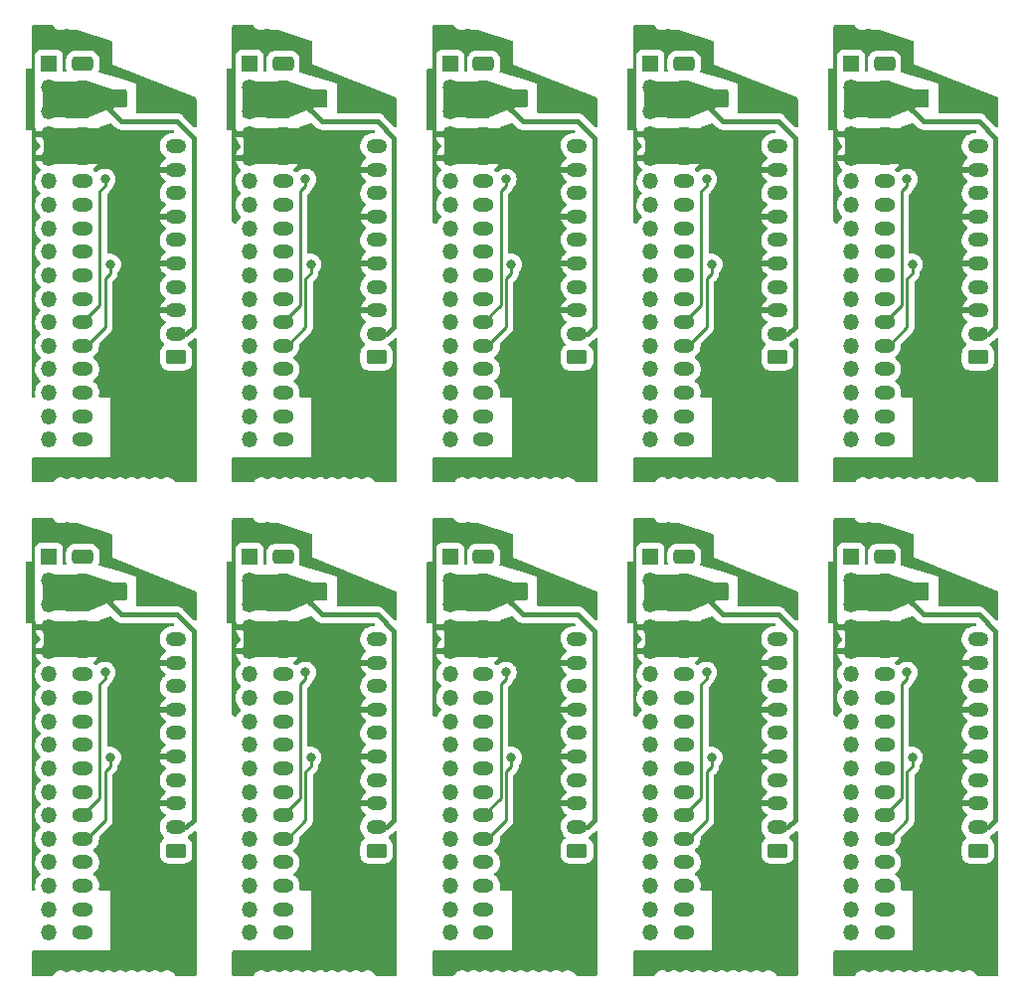
<source format=gbr>
%TF.GenerationSoftware,KiCad,Pcbnew,(6.0.1)*%
%TF.CreationDate,2022-07-05T17:23:16-07:00*%
%TF.ProjectId,mu100-dit-connector-board-panelized,6d753130-302d-4646-9974-2d636f6e6e65,rev?*%
%TF.SameCoordinates,Original*%
%TF.FileFunction,Copper,L2,Bot*%
%TF.FilePolarity,Positive*%
%FSLAX46Y46*%
G04 Gerber Fmt 4.6, Leading zero omitted, Abs format (unit mm)*
G04 Created by KiCad (PCBNEW (6.0.1)) date 2022-07-05 17:23:16*
%MOMM*%
%LPD*%
G01*
G04 APERTURE LIST*
G04 Aperture macros list*
%AMRoundRect*
0 Rectangle with rounded corners*
0 $1 Rounding radius*
0 $2 $3 $4 $5 $6 $7 $8 $9 X,Y pos of 4 corners*
0 Add a 4 corners polygon primitive as box body*
4,1,4,$2,$3,$4,$5,$6,$7,$8,$9,$2,$3,0*
0 Add four circle primitives for the rounded corners*
1,1,$1+$1,$2,$3*
1,1,$1+$1,$4,$5*
1,1,$1+$1,$6,$7*
1,1,$1+$1,$8,$9*
0 Add four rect primitives between the rounded corners*
20,1,$1+$1,$2,$3,$4,$5,0*
20,1,$1+$1,$4,$5,$6,$7,0*
20,1,$1+$1,$6,$7,$8,$9,0*
20,1,$1+$1,$8,$9,$2,$3,0*%
G04 Aperture macros list end*
%TA.AperFunction,ComponentPad*%
%ADD10R,1.350000X1.350000*%
%TD*%
%TA.AperFunction,ComponentPad*%
%ADD11O,1.350000X1.350000*%
%TD*%
%TA.AperFunction,ComponentPad*%
%ADD12RoundRect,0.250000X-0.650000X0.350000X-0.650000X-0.350000X0.650000X-0.350000X0.650000X0.350000X0*%
%TD*%
%TA.AperFunction,ComponentPad*%
%ADD13O,1.800000X1.200000*%
%TD*%
%TA.AperFunction,ComponentPad*%
%ADD14RoundRect,0.250000X0.625000X-0.350000X0.625000X0.350000X-0.625000X0.350000X-0.625000X-0.350000X0*%
%TD*%
%TA.AperFunction,ComponentPad*%
%ADD15O,1.750000X1.200000*%
%TD*%
%TA.AperFunction,ViaPad*%
%ADD16C,0.800000*%
%TD*%
%TA.AperFunction,Conductor*%
%ADD17C,0.400000*%
%TD*%
%TA.AperFunction,Conductor*%
%ADD18C,0.250000*%
%TD*%
G04 APERTURE END LIST*
D10*
%TO.P,J1,1,Pin_1*%
%TO.N,Board_5-/RER*%
X16995000Y-68835000D03*
D11*
%TO.P,J1,2,Pin_2*%
%TO.N,Board_5-+5V*%
X16995000Y-70835000D03*
%TO.P,J1,3,Pin_3*%
X16995000Y-72835000D03*
%TO.P,J1,4,Pin_4*%
%TO.N,Board_5-GND*%
X16995000Y-74835000D03*
%TO.P,J1,5,Pin_5*%
X16995000Y-76835000D03*
%TO.P,J1,6,Pin_6*%
%TO.N,Board_5-Net-(J1-Pad6)*%
X16995000Y-78835000D03*
%TO.P,J1,7,Pin_7*%
%TO.N,Board_5-/MEL00*%
X16995000Y-80835000D03*
%TO.P,J1,8,Pin_8*%
%TO.N,Board_5-/SYOD*%
X16995000Y-82835000D03*
%TO.P,J1,9,Pin_9*%
%TO.N,Board_5-/QCLK*%
X16995000Y-84835000D03*
%TO.P,J1,10,Pin_10*%
%TO.N,Board_5-Net-(J1-Pad10)*%
X16995000Y-86835000D03*
%TO.P,J1,11,Pin_11*%
%TO.N,Board_5-/CK256*%
X16995000Y-88835000D03*
%TO.P,J1,12,Pin_12*%
%TO.N,Board_5-/WCLK*%
X16995000Y-90835000D03*
%TO.P,J1,13,Pin_13*%
%TO.N,Board_5-/DACOL*%
X16995000Y-92835000D03*
%TO.P,J1,14,Pin_14*%
%TO.N,Board_5-/REA*%
X16995000Y-94835000D03*
%TO.P,J1,15,Pin_15*%
%TO.N,Board_5-/REB*%
X16995000Y-96835000D03*
%TO.P,J1,16,Pin_16*%
%TO.N,Board_5-GNDA*%
X16995000Y-98835000D03*
%TO.P,J1,17,Pin_17*%
%TO.N,Board_5-+9VA*%
X16995000Y-100835000D03*
%TD*%
D10*
%TO.P,J1,1,Pin_1*%
%TO.N,Board_0-/RER*%
X16995000Y-26835000D03*
D11*
%TO.P,J1,2,Pin_2*%
%TO.N,Board_0-+5V*%
X16995000Y-28835000D03*
%TO.P,J1,3,Pin_3*%
X16995000Y-30835000D03*
%TO.P,J1,4,Pin_4*%
%TO.N,Board_0-GND*%
X16995000Y-32835000D03*
%TO.P,J1,5,Pin_5*%
X16995000Y-34835000D03*
%TO.P,J1,6,Pin_6*%
%TO.N,Board_0-Net-(J1-Pad6)*%
X16995000Y-36835000D03*
%TO.P,J1,7,Pin_7*%
%TO.N,Board_0-/MEL00*%
X16995000Y-38835000D03*
%TO.P,J1,8,Pin_8*%
%TO.N,Board_0-/SYOD*%
X16995000Y-40835000D03*
%TO.P,J1,9,Pin_9*%
%TO.N,Board_0-/QCLK*%
X16995000Y-42835000D03*
%TO.P,J1,10,Pin_10*%
%TO.N,Board_0-Net-(J1-Pad10)*%
X16995000Y-44835000D03*
%TO.P,J1,11,Pin_11*%
%TO.N,Board_0-/CK256*%
X16995000Y-46835000D03*
%TO.P,J1,12,Pin_12*%
%TO.N,Board_0-/WCLK*%
X16995000Y-48835000D03*
%TO.P,J1,13,Pin_13*%
%TO.N,Board_0-/DACOL*%
X16995000Y-50835000D03*
%TO.P,J1,14,Pin_14*%
%TO.N,Board_0-/REA*%
X16995000Y-52835000D03*
%TO.P,J1,15,Pin_15*%
%TO.N,Board_0-/REB*%
X16995000Y-54835000D03*
%TO.P,J1,16,Pin_16*%
%TO.N,Board_0-GNDA*%
X16995000Y-56835000D03*
%TO.P,J1,17,Pin_17*%
%TO.N,Board_0-+9VA*%
X16995000Y-58835000D03*
%TD*%
D10*
%TO.P,J1,1,Pin_1*%
%TO.N,Board_9-/RER*%
X85295000Y-68835000D03*
D11*
%TO.P,J1,2,Pin_2*%
%TO.N,Board_9-+5V*%
X85295000Y-70835000D03*
%TO.P,J1,3,Pin_3*%
X85295000Y-72835000D03*
%TO.P,J1,4,Pin_4*%
%TO.N,Board_9-GND*%
X85295000Y-74835000D03*
%TO.P,J1,5,Pin_5*%
X85295000Y-76835000D03*
%TO.P,J1,6,Pin_6*%
%TO.N,Board_9-Net-(J1-Pad6)*%
X85295000Y-78835000D03*
%TO.P,J1,7,Pin_7*%
%TO.N,Board_9-/MEL00*%
X85295000Y-80835000D03*
%TO.P,J1,8,Pin_8*%
%TO.N,Board_9-/SYOD*%
X85295000Y-82835000D03*
%TO.P,J1,9,Pin_9*%
%TO.N,Board_9-/QCLK*%
X85295000Y-84835000D03*
%TO.P,J1,10,Pin_10*%
%TO.N,Board_9-Net-(J1-Pad10)*%
X85295000Y-86835000D03*
%TO.P,J1,11,Pin_11*%
%TO.N,Board_9-/CK256*%
X85295000Y-88835000D03*
%TO.P,J1,12,Pin_12*%
%TO.N,Board_9-/WCLK*%
X85295000Y-90835000D03*
%TO.P,J1,13,Pin_13*%
%TO.N,Board_9-/DACOL*%
X85295000Y-92835000D03*
%TO.P,J1,14,Pin_14*%
%TO.N,Board_9-/REA*%
X85295000Y-94835000D03*
%TO.P,J1,15,Pin_15*%
%TO.N,Board_9-/REB*%
X85295000Y-96835000D03*
%TO.P,J1,16,Pin_16*%
%TO.N,Board_9-GNDA*%
X85295000Y-98835000D03*
%TO.P,J1,17,Pin_17*%
%TO.N,Board_9-+9VA*%
X85295000Y-100835000D03*
%TD*%
D10*
%TO.P,J1,1,Pin_1*%
%TO.N,Board_1-/RER*%
X34070000Y-26835000D03*
D11*
%TO.P,J1,2,Pin_2*%
%TO.N,Board_1-+5V*%
X34070000Y-28835000D03*
%TO.P,J1,3,Pin_3*%
X34070000Y-30835000D03*
%TO.P,J1,4,Pin_4*%
%TO.N,Board_1-GND*%
X34070000Y-32835000D03*
%TO.P,J1,5,Pin_5*%
X34070000Y-34835000D03*
%TO.P,J1,6,Pin_6*%
%TO.N,Board_1-Net-(J1-Pad6)*%
X34070000Y-36835000D03*
%TO.P,J1,7,Pin_7*%
%TO.N,Board_1-/MEL00*%
X34070000Y-38835000D03*
%TO.P,J1,8,Pin_8*%
%TO.N,Board_1-/SYOD*%
X34070000Y-40835000D03*
%TO.P,J1,9,Pin_9*%
%TO.N,Board_1-/QCLK*%
X34070000Y-42835000D03*
%TO.P,J1,10,Pin_10*%
%TO.N,Board_1-Net-(J1-Pad10)*%
X34070000Y-44835000D03*
%TO.P,J1,11,Pin_11*%
%TO.N,Board_1-/CK256*%
X34070000Y-46835000D03*
%TO.P,J1,12,Pin_12*%
%TO.N,Board_1-/WCLK*%
X34070000Y-48835000D03*
%TO.P,J1,13,Pin_13*%
%TO.N,Board_1-/DACOL*%
X34070000Y-50835000D03*
%TO.P,J1,14,Pin_14*%
%TO.N,Board_1-/REA*%
X34070000Y-52835000D03*
%TO.P,J1,15,Pin_15*%
%TO.N,Board_1-/REB*%
X34070000Y-54835000D03*
%TO.P,J1,16,Pin_16*%
%TO.N,Board_1-GNDA*%
X34070000Y-56835000D03*
%TO.P,J1,17,Pin_17*%
%TO.N,Board_1-+9VA*%
X34070000Y-58835000D03*
%TD*%
D10*
%TO.P,J1,1,Pin_1*%
%TO.N,Board_3-/RER*%
X68220000Y-26835000D03*
D11*
%TO.P,J1,2,Pin_2*%
%TO.N,Board_3-+5V*%
X68220000Y-28835000D03*
%TO.P,J1,3,Pin_3*%
X68220000Y-30835000D03*
%TO.P,J1,4,Pin_4*%
%TO.N,Board_3-GND*%
X68220000Y-32835000D03*
%TO.P,J1,5,Pin_5*%
X68220000Y-34835000D03*
%TO.P,J1,6,Pin_6*%
%TO.N,Board_3-Net-(J1-Pad6)*%
X68220000Y-36835000D03*
%TO.P,J1,7,Pin_7*%
%TO.N,Board_3-/MEL00*%
X68220000Y-38835000D03*
%TO.P,J1,8,Pin_8*%
%TO.N,Board_3-/SYOD*%
X68220000Y-40835000D03*
%TO.P,J1,9,Pin_9*%
%TO.N,Board_3-/QCLK*%
X68220000Y-42835000D03*
%TO.P,J1,10,Pin_10*%
%TO.N,Board_3-Net-(J1-Pad10)*%
X68220000Y-44835000D03*
%TO.P,J1,11,Pin_11*%
%TO.N,Board_3-/CK256*%
X68220000Y-46835000D03*
%TO.P,J1,12,Pin_12*%
%TO.N,Board_3-/WCLK*%
X68220000Y-48835000D03*
%TO.P,J1,13,Pin_13*%
%TO.N,Board_3-/DACOL*%
X68220000Y-50835000D03*
%TO.P,J1,14,Pin_14*%
%TO.N,Board_3-/REA*%
X68220000Y-52835000D03*
%TO.P,J1,15,Pin_15*%
%TO.N,Board_3-/REB*%
X68220000Y-54835000D03*
%TO.P,J1,16,Pin_16*%
%TO.N,Board_3-GNDA*%
X68220000Y-56835000D03*
%TO.P,J1,17,Pin_17*%
%TO.N,Board_3-+9VA*%
X68220000Y-58835000D03*
%TD*%
D10*
%TO.P,J1,1,Pin_1*%
%TO.N,Board_7-/RER*%
X51145000Y-68835000D03*
D11*
%TO.P,J1,2,Pin_2*%
%TO.N,Board_7-+5V*%
X51145000Y-70835000D03*
%TO.P,J1,3,Pin_3*%
X51145000Y-72835000D03*
%TO.P,J1,4,Pin_4*%
%TO.N,Board_7-GND*%
X51145000Y-74835000D03*
%TO.P,J1,5,Pin_5*%
X51145000Y-76835000D03*
%TO.P,J1,6,Pin_6*%
%TO.N,Board_7-Net-(J1-Pad6)*%
X51145000Y-78835000D03*
%TO.P,J1,7,Pin_7*%
%TO.N,Board_7-/MEL00*%
X51145000Y-80835000D03*
%TO.P,J1,8,Pin_8*%
%TO.N,Board_7-/SYOD*%
X51145000Y-82835000D03*
%TO.P,J1,9,Pin_9*%
%TO.N,Board_7-/QCLK*%
X51145000Y-84835000D03*
%TO.P,J1,10,Pin_10*%
%TO.N,Board_7-Net-(J1-Pad10)*%
X51145000Y-86835000D03*
%TO.P,J1,11,Pin_11*%
%TO.N,Board_7-/CK256*%
X51145000Y-88835000D03*
%TO.P,J1,12,Pin_12*%
%TO.N,Board_7-/WCLK*%
X51145000Y-90835000D03*
%TO.P,J1,13,Pin_13*%
%TO.N,Board_7-/DACOL*%
X51145000Y-92835000D03*
%TO.P,J1,14,Pin_14*%
%TO.N,Board_7-/REA*%
X51145000Y-94835000D03*
%TO.P,J1,15,Pin_15*%
%TO.N,Board_7-/REB*%
X51145000Y-96835000D03*
%TO.P,J1,16,Pin_16*%
%TO.N,Board_7-GNDA*%
X51145000Y-98835000D03*
%TO.P,J1,17,Pin_17*%
%TO.N,Board_7-+9VA*%
X51145000Y-100835000D03*
%TD*%
D10*
%TO.P,J1,1,Pin_1*%
%TO.N,Board_4-/RER*%
X85295000Y-26835000D03*
D11*
%TO.P,J1,2,Pin_2*%
%TO.N,Board_4-+5V*%
X85295000Y-28835000D03*
%TO.P,J1,3,Pin_3*%
X85295000Y-30835000D03*
%TO.P,J1,4,Pin_4*%
%TO.N,Board_4-GND*%
X85295000Y-32835000D03*
%TO.P,J1,5,Pin_5*%
X85295000Y-34835000D03*
%TO.P,J1,6,Pin_6*%
%TO.N,Board_4-Net-(J1-Pad6)*%
X85295000Y-36835000D03*
%TO.P,J1,7,Pin_7*%
%TO.N,Board_4-/MEL00*%
X85295000Y-38835000D03*
%TO.P,J1,8,Pin_8*%
%TO.N,Board_4-/SYOD*%
X85295000Y-40835000D03*
%TO.P,J1,9,Pin_9*%
%TO.N,Board_4-/QCLK*%
X85295000Y-42835000D03*
%TO.P,J1,10,Pin_10*%
%TO.N,Board_4-Net-(J1-Pad10)*%
X85295000Y-44835000D03*
%TO.P,J1,11,Pin_11*%
%TO.N,Board_4-/CK256*%
X85295000Y-46835000D03*
%TO.P,J1,12,Pin_12*%
%TO.N,Board_4-/WCLK*%
X85295000Y-48835000D03*
%TO.P,J1,13,Pin_13*%
%TO.N,Board_4-/DACOL*%
X85295000Y-50835000D03*
%TO.P,J1,14,Pin_14*%
%TO.N,Board_4-/REA*%
X85295000Y-52835000D03*
%TO.P,J1,15,Pin_15*%
%TO.N,Board_4-/REB*%
X85295000Y-54835000D03*
%TO.P,J1,16,Pin_16*%
%TO.N,Board_4-GNDA*%
X85295000Y-56835000D03*
%TO.P,J1,17,Pin_17*%
%TO.N,Board_4-+9VA*%
X85295000Y-58835000D03*
%TD*%
D10*
%TO.P,J1,1,Pin_1*%
%TO.N,Board_2-/RER*%
X51145000Y-26835000D03*
D11*
%TO.P,J1,2,Pin_2*%
%TO.N,Board_2-+5V*%
X51145000Y-28835000D03*
%TO.P,J1,3,Pin_3*%
X51145000Y-30835000D03*
%TO.P,J1,4,Pin_4*%
%TO.N,Board_2-GND*%
X51145000Y-32835000D03*
%TO.P,J1,5,Pin_5*%
X51145000Y-34835000D03*
%TO.P,J1,6,Pin_6*%
%TO.N,Board_2-Net-(J1-Pad6)*%
X51145000Y-36835000D03*
%TO.P,J1,7,Pin_7*%
%TO.N,Board_2-/MEL00*%
X51145000Y-38835000D03*
%TO.P,J1,8,Pin_8*%
%TO.N,Board_2-/SYOD*%
X51145000Y-40835000D03*
%TO.P,J1,9,Pin_9*%
%TO.N,Board_2-/QCLK*%
X51145000Y-42835000D03*
%TO.P,J1,10,Pin_10*%
%TO.N,Board_2-Net-(J1-Pad10)*%
X51145000Y-44835000D03*
%TO.P,J1,11,Pin_11*%
%TO.N,Board_2-/CK256*%
X51145000Y-46835000D03*
%TO.P,J1,12,Pin_12*%
%TO.N,Board_2-/WCLK*%
X51145000Y-48835000D03*
%TO.P,J1,13,Pin_13*%
%TO.N,Board_2-/DACOL*%
X51145000Y-50835000D03*
%TO.P,J1,14,Pin_14*%
%TO.N,Board_2-/REA*%
X51145000Y-52835000D03*
%TO.P,J1,15,Pin_15*%
%TO.N,Board_2-/REB*%
X51145000Y-54835000D03*
%TO.P,J1,16,Pin_16*%
%TO.N,Board_2-GNDA*%
X51145000Y-56835000D03*
%TO.P,J1,17,Pin_17*%
%TO.N,Board_2-+9VA*%
X51145000Y-58835000D03*
%TD*%
D10*
%TO.P,J1,1,Pin_1*%
%TO.N,Board_8-/RER*%
X68220000Y-68835000D03*
D11*
%TO.P,J1,2,Pin_2*%
%TO.N,Board_8-+5V*%
X68220000Y-70835000D03*
%TO.P,J1,3,Pin_3*%
X68220000Y-72835000D03*
%TO.P,J1,4,Pin_4*%
%TO.N,Board_8-GND*%
X68220000Y-74835000D03*
%TO.P,J1,5,Pin_5*%
X68220000Y-76835000D03*
%TO.P,J1,6,Pin_6*%
%TO.N,Board_8-Net-(J1-Pad6)*%
X68220000Y-78835000D03*
%TO.P,J1,7,Pin_7*%
%TO.N,Board_8-/MEL00*%
X68220000Y-80835000D03*
%TO.P,J1,8,Pin_8*%
%TO.N,Board_8-/SYOD*%
X68220000Y-82835000D03*
%TO.P,J1,9,Pin_9*%
%TO.N,Board_8-/QCLK*%
X68220000Y-84835000D03*
%TO.P,J1,10,Pin_10*%
%TO.N,Board_8-Net-(J1-Pad10)*%
X68220000Y-86835000D03*
%TO.P,J1,11,Pin_11*%
%TO.N,Board_8-/CK256*%
X68220000Y-88835000D03*
%TO.P,J1,12,Pin_12*%
%TO.N,Board_8-/WCLK*%
X68220000Y-90835000D03*
%TO.P,J1,13,Pin_13*%
%TO.N,Board_8-/DACOL*%
X68220000Y-92835000D03*
%TO.P,J1,14,Pin_14*%
%TO.N,Board_8-/REA*%
X68220000Y-94835000D03*
%TO.P,J1,15,Pin_15*%
%TO.N,Board_8-/REB*%
X68220000Y-96835000D03*
%TO.P,J1,16,Pin_16*%
%TO.N,Board_8-GNDA*%
X68220000Y-98835000D03*
%TO.P,J1,17,Pin_17*%
%TO.N,Board_8-+9VA*%
X68220000Y-100835000D03*
%TD*%
D10*
%TO.P,J1,1,Pin_1*%
%TO.N,Board_6-/RER*%
X34070000Y-68835000D03*
D11*
%TO.P,J1,2,Pin_2*%
%TO.N,Board_6-+5V*%
X34070000Y-70835000D03*
%TO.P,J1,3,Pin_3*%
X34070000Y-72835000D03*
%TO.P,J1,4,Pin_4*%
%TO.N,Board_6-GND*%
X34070000Y-74835000D03*
%TO.P,J1,5,Pin_5*%
X34070000Y-76835000D03*
%TO.P,J1,6,Pin_6*%
%TO.N,Board_6-Net-(J1-Pad6)*%
X34070000Y-78835000D03*
%TO.P,J1,7,Pin_7*%
%TO.N,Board_6-/MEL00*%
X34070000Y-80835000D03*
%TO.P,J1,8,Pin_8*%
%TO.N,Board_6-/SYOD*%
X34070000Y-82835000D03*
%TO.P,J1,9,Pin_9*%
%TO.N,Board_6-/QCLK*%
X34070000Y-84835000D03*
%TO.P,J1,10,Pin_10*%
%TO.N,Board_6-Net-(J1-Pad10)*%
X34070000Y-86835000D03*
%TO.P,J1,11,Pin_11*%
%TO.N,Board_6-/CK256*%
X34070000Y-88835000D03*
%TO.P,J1,12,Pin_12*%
%TO.N,Board_6-/WCLK*%
X34070000Y-90835000D03*
%TO.P,J1,13,Pin_13*%
%TO.N,Board_6-/DACOL*%
X34070000Y-92835000D03*
%TO.P,J1,14,Pin_14*%
%TO.N,Board_6-/REA*%
X34070000Y-94835000D03*
%TO.P,J1,15,Pin_15*%
%TO.N,Board_6-/REB*%
X34070000Y-96835000D03*
%TO.P,J1,16,Pin_16*%
%TO.N,Board_6-GNDA*%
X34070000Y-98835000D03*
%TO.P,J1,17,Pin_17*%
%TO.N,Board_6-+9VA*%
X34070000Y-100835000D03*
%TD*%
D12*
%TO.P,J2,1,Pin_1*%
%TO.N,Board_8-/RER*%
X71080000Y-68835000D03*
D13*
%TO.P,J2,2,Pin_2*%
%TO.N,Board_8-+5V*%
X71080000Y-70835000D03*
%TO.P,J2,3,Pin_3*%
X71080000Y-72835000D03*
%TO.P,J2,4,Pin_4*%
%TO.N,Board_8-GND*%
X71080000Y-74835000D03*
%TO.P,J2,5,Pin_5*%
X71080000Y-76835000D03*
%TO.P,J2,6,Pin_6*%
%TO.N,Board_8-Net-(J1-Pad6)*%
X71080000Y-78835000D03*
%TO.P,J2,7,Pin_7*%
%TO.N,Board_8-/MEL00*%
X71080000Y-80835000D03*
%TO.P,J2,8,Pin_8*%
%TO.N,Board_8-/SYOD*%
X71080000Y-82835000D03*
%TO.P,J2,9,Pin_9*%
%TO.N,Board_8-/QCLK*%
X71080000Y-84835000D03*
%TO.P,J2,10,Pin_10*%
%TO.N,Board_8-Net-(J1-Pad10)*%
X71080000Y-86835000D03*
%TO.P,J2,11,Pin_11*%
%TO.N,Board_8-/CK256*%
X71080000Y-88835000D03*
%TO.P,J2,12,Pin_12*%
%TO.N,Board_8-/WCLK*%
X71080000Y-90835000D03*
%TO.P,J2,13,Pin_13*%
%TO.N,Board_8-/DACOL*%
X71080000Y-92835000D03*
%TO.P,J2,14,Pin_14*%
%TO.N,Board_8-/REA*%
X71080000Y-94835000D03*
%TO.P,J2,15,Pin_15*%
%TO.N,Board_8-/REB*%
X71080000Y-96835000D03*
%TO.P,J2,16,Pin_16*%
%TO.N,Board_8-GNDA*%
X71080000Y-98835000D03*
%TO.P,J2,17,Pin_17*%
%TO.N,Board_8-+9VA*%
X71080000Y-100835000D03*
%TD*%
D12*
%TO.P,J2,1,Pin_1*%
%TO.N,Board_9-/RER*%
X88155000Y-68835000D03*
D13*
%TO.P,J2,2,Pin_2*%
%TO.N,Board_9-+5V*%
X88155000Y-70835000D03*
%TO.P,J2,3,Pin_3*%
X88155000Y-72835000D03*
%TO.P,J2,4,Pin_4*%
%TO.N,Board_9-GND*%
X88155000Y-74835000D03*
%TO.P,J2,5,Pin_5*%
X88155000Y-76835000D03*
%TO.P,J2,6,Pin_6*%
%TO.N,Board_9-Net-(J1-Pad6)*%
X88155000Y-78835000D03*
%TO.P,J2,7,Pin_7*%
%TO.N,Board_9-/MEL00*%
X88155000Y-80835000D03*
%TO.P,J2,8,Pin_8*%
%TO.N,Board_9-/SYOD*%
X88155000Y-82835000D03*
%TO.P,J2,9,Pin_9*%
%TO.N,Board_9-/QCLK*%
X88155000Y-84835000D03*
%TO.P,J2,10,Pin_10*%
%TO.N,Board_9-Net-(J1-Pad10)*%
X88155000Y-86835000D03*
%TO.P,J2,11,Pin_11*%
%TO.N,Board_9-/CK256*%
X88155000Y-88835000D03*
%TO.P,J2,12,Pin_12*%
%TO.N,Board_9-/WCLK*%
X88155000Y-90835000D03*
%TO.P,J2,13,Pin_13*%
%TO.N,Board_9-/DACOL*%
X88155000Y-92835000D03*
%TO.P,J2,14,Pin_14*%
%TO.N,Board_9-/REA*%
X88155000Y-94835000D03*
%TO.P,J2,15,Pin_15*%
%TO.N,Board_9-/REB*%
X88155000Y-96835000D03*
%TO.P,J2,16,Pin_16*%
%TO.N,Board_9-GNDA*%
X88155000Y-98835000D03*
%TO.P,J2,17,Pin_17*%
%TO.N,Board_9-+9VA*%
X88155000Y-100835000D03*
%TD*%
D12*
%TO.P,J2,1,Pin_1*%
%TO.N,Board_1-/RER*%
X36930000Y-26835000D03*
D13*
%TO.P,J2,2,Pin_2*%
%TO.N,Board_1-+5V*%
X36930000Y-28835000D03*
%TO.P,J2,3,Pin_3*%
X36930000Y-30835000D03*
%TO.P,J2,4,Pin_4*%
%TO.N,Board_1-GND*%
X36930000Y-32835000D03*
%TO.P,J2,5,Pin_5*%
X36930000Y-34835000D03*
%TO.P,J2,6,Pin_6*%
%TO.N,Board_1-Net-(J1-Pad6)*%
X36930000Y-36835000D03*
%TO.P,J2,7,Pin_7*%
%TO.N,Board_1-/MEL00*%
X36930000Y-38835000D03*
%TO.P,J2,8,Pin_8*%
%TO.N,Board_1-/SYOD*%
X36930000Y-40835000D03*
%TO.P,J2,9,Pin_9*%
%TO.N,Board_1-/QCLK*%
X36930000Y-42835000D03*
%TO.P,J2,10,Pin_10*%
%TO.N,Board_1-Net-(J1-Pad10)*%
X36930000Y-44835000D03*
%TO.P,J2,11,Pin_11*%
%TO.N,Board_1-/CK256*%
X36930000Y-46835000D03*
%TO.P,J2,12,Pin_12*%
%TO.N,Board_1-/WCLK*%
X36930000Y-48835000D03*
%TO.P,J2,13,Pin_13*%
%TO.N,Board_1-/DACOL*%
X36930000Y-50835000D03*
%TO.P,J2,14,Pin_14*%
%TO.N,Board_1-/REA*%
X36930000Y-52835000D03*
%TO.P,J2,15,Pin_15*%
%TO.N,Board_1-/REB*%
X36930000Y-54835000D03*
%TO.P,J2,16,Pin_16*%
%TO.N,Board_1-GNDA*%
X36930000Y-56835000D03*
%TO.P,J2,17,Pin_17*%
%TO.N,Board_1-+9VA*%
X36930000Y-58835000D03*
%TD*%
D14*
%TO.P,J3,1,Pin_1*%
%TO.N,Board_5-unconnected-(J3-Pad1)*%
X27815000Y-93825000D03*
D15*
%TO.P,J3,2,Pin_2*%
%TO.N,Board_5-+5V*%
X27815000Y-91825000D03*
%TO.P,J3,3,Pin_3*%
%TO.N,Board_5-GND*%
X27815000Y-89825000D03*
%TO.P,J3,4,Pin_4*%
%TO.N,Board_5-/MCLK*%
X27815000Y-87825000D03*
%TO.P,J3,5,Pin_5*%
%TO.N,Board_5-GND*%
X27815000Y-85825000D03*
%TO.P,J3,6,Pin_6*%
%TO.N,Board_5-/SDAT*%
X27815000Y-83825000D03*
%TO.P,J3,7,Pin_7*%
%TO.N,Board_5-GND*%
X27815000Y-81825000D03*
%TO.P,J3,8,Pin_8*%
%TO.N,Board_5-/BICK*%
X27815000Y-79825000D03*
%TO.P,J3,9,Pin_9*%
%TO.N,Board_5-GND*%
X27815000Y-77825000D03*
%TO.P,J3,10,Pin_10*%
%TO.N,Board_5-/LRCK*%
X27815000Y-75825000D03*
%TD*%
D14*
%TO.P,J3,1,Pin_1*%
%TO.N,Board_8-unconnected-(J3-Pad1)*%
X79040000Y-93825000D03*
D15*
%TO.P,J3,2,Pin_2*%
%TO.N,Board_8-+5V*%
X79040000Y-91825000D03*
%TO.P,J3,3,Pin_3*%
%TO.N,Board_8-GND*%
X79040000Y-89825000D03*
%TO.P,J3,4,Pin_4*%
%TO.N,Board_8-/MCLK*%
X79040000Y-87825000D03*
%TO.P,J3,5,Pin_5*%
%TO.N,Board_8-GND*%
X79040000Y-85825000D03*
%TO.P,J3,6,Pin_6*%
%TO.N,Board_8-/SDAT*%
X79040000Y-83825000D03*
%TO.P,J3,7,Pin_7*%
%TO.N,Board_8-GND*%
X79040000Y-81825000D03*
%TO.P,J3,8,Pin_8*%
%TO.N,Board_8-/BICK*%
X79040000Y-79825000D03*
%TO.P,J3,9,Pin_9*%
%TO.N,Board_8-GND*%
X79040000Y-77825000D03*
%TO.P,J3,10,Pin_10*%
%TO.N,Board_8-/LRCK*%
X79040000Y-75825000D03*
%TD*%
D14*
%TO.P,J3,1,Pin_1*%
%TO.N,Board_1-unconnected-(J3-Pad1)*%
X44890000Y-51825000D03*
D15*
%TO.P,J3,2,Pin_2*%
%TO.N,Board_1-+5V*%
X44890000Y-49825000D03*
%TO.P,J3,3,Pin_3*%
%TO.N,Board_1-GND*%
X44890000Y-47825000D03*
%TO.P,J3,4,Pin_4*%
%TO.N,Board_1-/MCLK*%
X44890000Y-45825000D03*
%TO.P,J3,5,Pin_5*%
%TO.N,Board_1-GND*%
X44890000Y-43825000D03*
%TO.P,J3,6,Pin_6*%
%TO.N,Board_1-/SDAT*%
X44890000Y-41825000D03*
%TO.P,J3,7,Pin_7*%
%TO.N,Board_1-GND*%
X44890000Y-39825000D03*
%TO.P,J3,8,Pin_8*%
%TO.N,Board_1-/BICK*%
X44890000Y-37825000D03*
%TO.P,J3,9,Pin_9*%
%TO.N,Board_1-GND*%
X44890000Y-35825000D03*
%TO.P,J3,10,Pin_10*%
%TO.N,Board_1-/LRCK*%
X44890000Y-33825000D03*
%TD*%
D14*
%TO.P,J3,1,Pin_1*%
%TO.N,Board_7-unconnected-(J3-Pad1)*%
X61965000Y-93825000D03*
D15*
%TO.P,J3,2,Pin_2*%
%TO.N,Board_7-+5V*%
X61965000Y-91825000D03*
%TO.P,J3,3,Pin_3*%
%TO.N,Board_7-GND*%
X61965000Y-89825000D03*
%TO.P,J3,4,Pin_4*%
%TO.N,Board_7-/MCLK*%
X61965000Y-87825000D03*
%TO.P,J3,5,Pin_5*%
%TO.N,Board_7-GND*%
X61965000Y-85825000D03*
%TO.P,J3,6,Pin_6*%
%TO.N,Board_7-/SDAT*%
X61965000Y-83825000D03*
%TO.P,J3,7,Pin_7*%
%TO.N,Board_7-GND*%
X61965000Y-81825000D03*
%TO.P,J3,8,Pin_8*%
%TO.N,Board_7-/BICK*%
X61965000Y-79825000D03*
%TO.P,J3,9,Pin_9*%
%TO.N,Board_7-GND*%
X61965000Y-77825000D03*
%TO.P,J3,10,Pin_10*%
%TO.N,Board_7-/LRCK*%
X61965000Y-75825000D03*
%TD*%
D12*
%TO.P,J2,1,Pin_1*%
%TO.N,Board_3-/RER*%
X71080000Y-26835000D03*
D13*
%TO.P,J2,2,Pin_2*%
%TO.N,Board_3-+5V*%
X71080000Y-28835000D03*
%TO.P,J2,3,Pin_3*%
X71080000Y-30835000D03*
%TO.P,J2,4,Pin_4*%
%TO.N,Board_3-GND*%
X71080000Y-32835000D03*
%TO.P,J2,5,Pin_5*%
X71080000Y-34835000D03*
%TO.P,J2,6,Pin_6*%
%TO.N,Board_3-Net-(J1-Pad6)*%
X71080000Y-36835000D03*
%TO.P,J2,7,Pin_7*%
%TO.N,Board_3-/MEL00*%
X71080000Y-38835000D03*
%TO.P,J2,8,Pin_8*%
%TO.N,Board_3-/SYOD*%
X71080000Y-40835000D03*
%TO.P,J2,9,Pin_9*%
%TO.N,Board_3-/QCLK*%
X71080000Y-42835000D03*
%TO.P,J2,10,Pin_10*%
%TO.N,Board_3-Net-(J1-Pad10)*%
X71080000Y-44835000D03*
%TO.P,J2,11,Pin_11*%
%TO.N,Board_3-/CK256*%
X71080000Y-46835000D03*
%TO.P,J2,12,Pin_12*%
%TO.N,Board_3-/WCLK*%
X71080000Y-48835000D03*
%TO.P,J2,13,Pin_13*%
%TO.N,Board_3-/DACOL*%
X71080000Y-50835000D03*
%TO.P,J2,14,Pin_14*%
%TO.N,Board_3-/REA*%
X71080000Y-52835000D03*
%TO.P,J2,15,Pin_15*%
%TO.N,Board_3-/REB*%
X71080000Y-54835000D03*
%TO.P,J2,16,Pin_16*%
%TO.N,Board_3-GNDA*%
X71080000Y-56835000D03*
%TO.P,J2,17,Pin_17*%
%TO.N,Board_3-+9VA*%
X71080000Y-58835000D03*
%TD*%
D12*
%TO.P,J2,1,Pin_1*%
%TO.N,Board_2-/RER*%
X54005000Y-26835000D03*
D13*
%TO.P,J2,2,Pin_2*%
%TO.N,Board_2-+5V*%
X54005000Y-28835000D03*
%TO.P,J2,3,Pin_3*%
X54005000Y-30835000D03*
%TO.P,J2,4,Pin_4*%
%TO.N,Board_2-GND*%
X54005000Y-32835000D03*
%TO.P,J2,5,Pin_5*%
X54005000Y-34835000D03*
%TO.P,J2,6,Pin_6*%
%TO.N,Board_2-Net-(J1-Pad6)*%
X54005000Y-36835000D03*
%TO.P,J2,7,Pin_7*%
%TO.N,Board_2-/MEL00*%
X54005000Y-38835000D03*
%TO.P,J2,8,Pin_8*%
%TO.N,Board_2-/SYOD*%
X54005000Y-40835000D03*
%TO.P,J2,9,Pin_9*%
%TO.N,Board_2-/QCLK*%
X54005000Y-42835000D03*
%TO.P,J2,10,Pin_10*%
%TO.N,Board_2-Net-(J1-Pad10)*%
X54005000Y-44835000D03*
%TO.P,J2,11,Pin_11*%
%TO.N,Board_2-/CK256*%
X54005000Y-46835000D03*
%TO.P,J2,12,Pin_12*%
%TO.N,Board_2-/WCLK*%
X54005000Y-48835000D03*
%TO.P,J2,13,Pin_13*%
%TO.N,Board_2-/DACOL*%
X54005000Y-50835000D03*
%TO.P,J2,14,Pin_14*%
%TO.N,Board_2-/REA*%
X54005000Y-52835000D03*
%TO.P,J2,15,Pin_15*%
%TO.N,Board_2-/REB*%
X54005000Y-54835000D03*
%TO.P,J2,16,Pin_16*%
%TO.N,Board_2-GNDA*%
X54005000Y-56835000D03*
%TO.P,J2,17,Pin_17*%
%TO.N,Board_2-+9VA*%
X54005000Y-58835000D03*
%TD*%
D14*
%TO.P,J3,1,Pin_1*%
%TO.N,Board_2-unconnected-(J3-Pad1)*%
X61965000Y-51825000D03*
D15*
%TO.P,J3,2,Pin_2*%
%TO.N,Board_2-+5V*%
X61965000Y-49825000D03*
%TO.P,J3,3,Pin_3*%
%TO.N,Board_2-GND*%
X61965000Y-47825000D03*
%TO.P,J3,4,Pin_4*%
%TO.N,Board_2-/MCLK*%
X61965000Y-45825000D03*
%TO.P,J3,5,Pin_5*%
%TO.N,Board_2-GND*%
X61965000Y-43825000D03*
%TO.P,J3,6,Pin_6*%
%TO.N,Board_2-/SDAT*%
X61965000Y-41825000D03*
%TO.P,J3,7,Pin_7*%
%TO.N,Board_2-GND*%
X61965000Y-39825000D03*
%TO.P,J3,8,Pin_8*%
%TO.N,Board_2-/BICK*%
X61965000Y-37825000D03*
%TO.P,J3,9,Pin_9*%
%TO.N,Board_2-GND*%
X61965000Y-35825000D03*
%TO.P,J3,10,Pin_10*%
%TO.N,Board_2-/LRCK*%
X61965000Y-33825000D03*
%TD*%
D14*
%TO.P,J3,1,Pin_1*%
%TO.N,Board_6-unconnected-(J3-Pad1)*%
X44890000Y-93825000D03*
D15*
%TO.P,J3,2,Pin_2*%
%TO.N,Board_6-+5V*%
X44890000Y-91825000D03*
%TO.P,J3,3,Pin_3*%
%TO.N,Board_6-GND*%
X44890000Y-89825000D03*
%TO.P,J3,4,Pin_4*%
%TO.N,Board_6-/MCLK*%
X44890000Y-87825000D03*
%TO.P,J3,5,Pin_5*%
%TO.N,Board_6-GND*%
X44890000Y-85825000D03*
%TO.P,J3,6,Pin_6*%
%TO.N,Board_6-/SDAT*%
X44890000Y-83825000D03*
%TO.P,J3,7,Pin_7*%
%TO.N,Board_6-GND*%
X44890000Y-81825000D03*
%TO.P,J3,8,Pin_8*%
%TO.N,Board_6-/BICK*%
X44890000Y-79825000D03*
%TO.P,J3,9,Pin_9*%
%TO.N,Board_6-GND*%
X44890000Y-77825000D03*
%TO.P,J3,10,Pin_10*%
%TO.N,Board_6-/LRCK*%
X44890000Y-75825000D03*
%TD*%
D14*
%TO.P,J3,1,Pin_1*%
%TO.N,Board_0-unconnected-(J3-Pad1)*%
X27815000Y-51825000D03*
D15*
%TO.P,J3,2,Pin_2*%
%TO.N,Board_0-+5V*%
X27815000Y-49825000D03*
%TO.P,J3,3,Pin_3*%
%TO.N,Board_0-GND*%
X27815000Y-47825000D03*
%TO.P,J3,4,Pin_4*%
%TO.N,Board_0-/MCLK*%
X27815000Y-45825000D03*
%TO.P,J3,5,Pin_5*%
%TO.N,Board_0-GND*%
X27815000Y-43825000D03*
%TO.P,J3,6,Pin_6*%
%TO.N,Board_0-/SDAT*%
X27815000Y-41825000D03*
%TO.P,J3,7,Pin_7*%
%TO.N,Board_0-GND*%
X27815000Y-39825000D03*
%TO.P,J3,8,Pin_8*%
%TO.N,Board_0-/BICK*%
X27815000Y-37825000D03*
%TO.P,J3,9,Pin_9*%
%TO.N,Board_0-GND*%
X27815000Y-35825000D03*
%TO.P,J3,10,Pin_10*%
%TO.N,Board_0-/LRCK*%
X27815000Y-33825000D03*
%TD*%
D14*
%TO.P,J3,1,Pin_1*%
%TO.N,Board_9-unconnected-(J3-Pad1)*%
X96115000Y-93825000D03*
D15*
%TO.P,J3,2,Pin_2*%
%TO.N,Board_9-+5V*%
X96115000Y-91825000D03*
%TO.P,J3,3,Pin_3*%
%TO.N,Board_9-GND*%
X96115000Y-89825000D03*
%TO.P,J3,4,Pin_4*%
%TO.N,Board_9-/MCLK*%
X96115000Y-87825000D03*
%TO.P,J3,5,Pin_5*%
%TO.N,Board_9-GND*%
X96115000Y-85825000D03*
%TO.P,J3,6,Pin_6*%
%TO.N,Board_9-/SDAT*%
X96115000Y-83825000D03*
%TO.P,J3,7,Pin_7*%
%TO.N,Board_9-GND*%
X96115000Y-81825000D03*
%TO.P,J3,8,Pin_8*%
%TO.N,Board_9-/BICK*%
X96115000Y-79825000D03*
%TO.P,J3,9,Pin_9*%
%TO.N,Board_9-GND*%
X96115000Y-77825000D03*
%TO.P,J3,10,Pin_10*%
%TO.N,Board_9-/LRCK*%
X96115000Y-75825000D03*
%TD*%
D14*
%TO.P,J3,1,Pin_1*%
%TO.N,Board_4-unconnected-(J3-Pad1)*%
X96115000Y-51825000D03*
D15*
%TO.P,J3,2,Pin_2*%
%TO.N,Board_4-+5V*%
X96115000Y-49825000D03*
%TO.P,J3,3,Pin_3*%
%TO.N,Board_4-GND*%
X96115000Y-47825000D03*
%TO.P,J3,4,Pin_4*%
%TO.N,Board_4-/MCLK*%
X96115000Y-45825000D03*
%TO.P,J3,5,Pin_5*%
%TO.N,Board_4-GND*%
X96115000Y-43825000D03*
%TO.P,J3,6,Pin_6*%
%TO.N,Board_4-/SDAT*%
X96115000Y-41825000D03*
%TO.P,J3,7,Pin_7*%
%TO.N,Board_4-GND*%
X96115000Y-39825000D03*
%TO.P,J3,8,Pin_8*%
%TO.N,Board_4-/BICK*%
X96115000Y-37825000D03*
%TO.P,J3,9,Pin_9*%
%TO.N,Board_4-GND*%
X96115000Y-35825000D03*
%TO.P,J3,10,Pin_10*%
%TO.N,Board_4-/LRCK*%
X96115000Y-33825000D03*
%TD*%
D12*
%TO.P,J2,1,Pin_1*%
%TO.N,Board_5-/RER*%
X19855000Y-68835000D03*
D13*
%TO.P,J2,2,Pin_2*%
%TO.N,Board_5-+5V*%
X19855000Y-70835000D03*
%TO.P,J2,3,Pin_3*%
X19855000Y-72835000D03*
%TO.P,J2,4,Pin_4*%
%TO.N,Board_5-GND*%
X19855000Y-74835000D03*
%TO.P,J2,5,Pin_5*%
X19855000Y-76835000D03*
%TO.P,J2,6,Pin_6*%
%TO.N,Board_5-Net-(J1-Pad6)*%
X19855000Y-78835000D03*
%TO.P,J2,7,Pin_7*%
%TO.N,Board_5-/MEL00*%
X19855000Y-80835000D03*
%TO.P,J2,8,Pin_8*%
%TO.N,Board_5-/SYOD*%
X19855000Y-82835000D03*
%TO.P,J2,9,Pin_9*%
%TO.N,Board_5-/QCLK*%
X19855000Y-84835000D03*
%TO.P,J2,10,Pin_10*%
%TO.N,Board_5-Net-(J1-Pad10)*%
X19855000Y-86835000D03*
%TO.P,J2,11,Pin_11*%
%TO.N,Board_5-/CK256*%
X19855000Y-88835000D03*
%TO.P,J2,12,Pin_12*%
%TO.N,Board_5-/WCLK*%
X19855000Y-90835000D03*
%TO.P,J2,13,Pin_13*%
%TO.N,Board_5-/DACOL*%
X19855000Y-92835000D03*
%TO.P,J2,14,Pin_14*%
%TO.N,Board_5-/REA*%
X19855000Y-94835000D03*
%TO.P,J2,15,Pin_15*%
%TO.N,Board_5-/REB*%
X19855000Y-96835000D03*
%TO.P,J2,16,Pin_16*%
%TO.N,Board_5-GNDA*%
X19855000Y-98835000D03*
%TO.P,J2,17,Pin_17*%
%TO.N,Board_5-+9VA*%
X19855000Y-100835000D03*
%TD*%
D14*
%TO.P,J3,1,Pin_1*%
%TO.N,Board_3-unconnected-(J3-Pad1)*%
X79040000Y-51825000D03*
D15*
%TO.P,J3,2,Pin_2*%
%TO.N,Board_3-+5V*%
X79040000Y-49825000D03*
%TO.P,J3,3,Pin_3*%
%TO.N,Board_3-GND*%
X79040000Y-47825000D03*
%TO.P,J3,4,Pin_4*%
%TO.N,Board_3-/MCLK*%
X79040000Y-45825000D03*
%TO.P,J3,5,Pin_5*%
%TO.N,Board_3-GND*%
X79040000Y-43825000D03*
%TO.P,J3,6,Pin_6*%
%TO.N,Board_3-/SDAT*%
X79040000Y-41825000D03*
%TO.P,J3,7,Pin_7*%
%TO.N,Board_3-GND*%
X79040000Y-39825000D03*
%TO.P,J3,8,Pin_8*%
%TO.N,Board_3-/BICK*%
X79040000Y-37825000D03*
%TO.P,J3,9,Pin_9*%
%TO.N,Board_3-GND*%
X79040000Y-35825000D03*
%TO.P,J3,10,Pin_10*%
%TO.N,Board_3-/LRCK*%
X79040000Y-33825000D03*
%TD*%
D12*
%TO.P,J2,1,Pin_1*%
%TO.N,Board_6-/RER*%
X36930000Y-68835000D03*
D13*
%TO.P,J2,2,Pin_2*%
%TO.N,Board_6-+5V*%
X36930000Y-70835000D03*
%TO.P,J2,3,Pin_3*%
X36930000Y-72835000D03*
%TO.P,J2,4,Pin_4*%
%TO.N,Board_6-GND*%
X36930000Y-74835000D03*
%TO.P,J2,5,Pin_5*%
X36930000Y-76835000D03*
%TO.P,J2,6,Pin_6*%
%TO.N,Board_6-Net-(J1-Pad6)*%
X36930000Y-78835000D03*
%TO.P,J2,7,Pin_7*%
%TO.N,Board_6-/MEL00*%
X36930000Y-80835000D03*
%TO.P,J2,8,Pin_8*%
%TO.N,Board_6-/SYOD*%
X36930000Y-82835000D03*
%TO.P,J2,9,Pin_9*%
%TO.N,Board_6-/QCLK*%
X36930000Y-84835000D03*
%TO.P,J2,10,Pin_10*%
%TO.N,Board_6-Net-(J1-Pad10)*%
X36930000Y-86835000D03*
%TO.P,J2,11,Pin_11*%
%TO.N,Board_6-/CK256*%
X36930000Y-88835000D03*
%TO.P,J2,12,Pin_12*%
%TO.N,Board_6-/WCLK*%
X36930000Y-90835000D03*
%TO.P,J2,13,Pin_13*%
%TO.N,Board_6-/DACOL*%
X36930000Y-92835000D03*
%TO.P,J2,14,Pin_14*%
%TO.N,Board_6-/REA*%
X36930000Y-94835000D03*
%TO.P,J2,15,Pin_15*%
%TO.N,Board_6-/REB*%
X36930000Y-96835000D03*
%TO.P,J2,16,Pin_16*%
%TO.N,Board_6-GNDA*%
X36930000Y-98835000D03*
%TO.P,J2,17,Pin_17*%
%TO.N,Board_6-+9VA*%
X36930000Y-100835000D03*
%TD*%
D12*
%TO.P,J2,1,Pin_1*%
%TO.N,Board_7-/RER*%
X54005000Y-68835000D03*
D13*
%TO.P,J2,2,Pin_2*%
%TO.N,Board_7-+5V*%
X54005000Y-70835000D03*
%TO.P,J2,3,Pin_3*%
X54005000Y-72835000D03*
%TO.P,J2,4,Pin_4*%
%TO.N,Board_7-GND*%
X54005000Y-74835000D03*
%TO.P,J2,5,Pin_5*%
X54005000Y-76835000D03*
%TO.P,J2,6,Pin_6*%
%TO.N,Board_7-Net-(J1-Pad6)*%
X54005000Y-78835000D03*
%TO.P,J2,7,Pin_7*%
%TO.N,Board_7-/MEL00*%
X54005000Y-80835000D03*
%TO.P,J2,8,Pin_8*%
%TO.N,Board_7-/SYOD*%
X54005000Y-82835000D03*
%TO.P,J2,9,Pin_9*%
%TO.N,Board_7-/QCLK*%
X54005000Y-84835000D03*
%TO.P,J2,10,Pin_10*%
%TO.N,Board_7-Net-(J1-Pad10)*%
X54005000Y-86835000D03*
%TO.P,J2,11,Pin_11*%
%TO.N,Board_7-/CK256*%
X54005000Y-88835000D03*
%TO.P,J2,12,Pin_12*%
%TO.N,Board_7-/WCLK*%
X54005000Y-90835000D03*
%TO.P,J2,13,Pin_13*%
%TO.N,Board_7-/DACOL*%
X54005000Y-92835000D03*
%TO.P,J2,14,Pin_14*%
%TO.N,Board_7-/REA*%
X54005000Y-94835000D03*
%TO.P,J2,15,Pin_15*%
%TO.N,Board_7-/REB*%
X54005000Y-96835000D03*
%TO.P,J2,16,Pin_16*%
%TO.N,Board_7-GNDA*%
X54005000Y-98835000D03*
%TO.P,J2,17,Pin_17*%
%TO.N,Board_7-+9VA*%
X54005000Y-100835000D03*
%TD*%
D12*
%TO.P,J2,1,Pin_1*%
%TO.N,Board_0-/RER*%
X19855000Y-26835000D03*
D13*
%TO.P,J2,2,Pin_2*%
%TO.N,Board_0-+5V*%
X19855000Y-28835000D03*
%TO.P,J2,3,Pin_3*%
X19855000Y-30835000D03*
%TO.P,J2,4,Pin_4*%
%TO.N,Board_0-GND*%
X19855000Y-32835000D03*
%TO.P,J2,5,Pin_5*%
X19855000Y-34835000D03*
%TO.P,J2,6,Pin_6*%
%TO.N,Board_0-Net-(J1-Pad6)*%
X19855000Y-36835000D03*
%TO.P,J2,7,Pin_7*%
%TO.N,Board_0-/MEL00*%
X19855000Y-38835000D03*
%TO.P,J2,8,Pin_8*%
%TO.N,Board_0-/SYOD*%
X19855000Y-40835000D03*
%TO.P,J2,9,Pin_9*%
%TO.N,Board_0-/QCLK*%
X19855000Y-42835000D03*
%TO.P,J2,10,Pin_10*%
%TO.N,Board_0-Net-(J1-Pad10)*%
X19855000Y-44835000D03*
%TO.P,J2,11,Pin_11*%
%TO.N,Board_0-/CK256*%
X19855000Y-46835000D03*
%TO.P,J2,12,Pin_12*%
%TO.N,Board_0-/WCLK*%
X19855000Y-48835000D03*
%TO.P,J2,13,Pin_13*%
%TO.N,Board_0-/DACOL*%
X19855000Y-50835000D03*
%TO.P,J2,14,Pin_14*%
%TO.N,Board_0-/REA*%
X19855000Y-52835000D03*
%TO.P,J2,15,Pin_15*%
%TO.N,Board_0-/REB*%
X19855000Y-54835000D03*
%TO.P,J2,16,Pin_16*%
%TO.N,Board_0-GNDA*%
X19855000Y-56835000D03*
%TO.P,J2,17,Pin_17*%
%TO.N,Board_0-+9VA*%
X19855000Y-58835000D03*
%TD*%
D12*
%TO.P,J2,1,Pin_1*%
%TO.N,Board_4-/RER*%
X88155000Y-26835000D03*
D13*
%TO.P,J2,2,Pin_2*%
%TO.N,Board_4-+5V*%
X88155000Y-28835000D03*
%TO.P,J2,3,Pin_3*%
X88155000Y-30835000D03*
%TO.P,J2,4,Pin_4*%
%TO.N,Board_4-GND*%
X88155000Y-32835000D03*
%TO.P,J2,5,Pin_5*%
X88155000Y-34835000D03*
%TO.P,J2,6,Pin_6*%
%TO.N,Board_4-Net-(J1-Pad6)*%
X88155000Y-36835000D03*
%TO.P,J2,7,Pin_7*%
%TO.N,Board_4-/MEL00*%
X88155000Y-38835000D03*
%TO.P,J2,8,Pin_8*%
%TO.N,Board_4-/SYOD*%
X88155000Y-40835000D03*
%TO.P,J2,9,Pin_9*%
%TO.N,Board_4-/QCLK*%
X88155000Y-42835000D03*
%TO.P,J2,10,Pin_10*%
%TO.N,Board_4-Net-(J1-Pad10)*%
X88155000Y-44835000D03*
%TO.P,J2,11,Pin_11*%
%TO.N,Board_4-/CK256*%
X88155000Y-46835000D03*
%TO.P,J2,12,Pin_12*%
%TO.N,Board_4-/WCLK*%
X88155000Y-48835000D03*
%TO.P,J2,13,Pin_13*%
%TO.N,Board_4-/DACOL*%
X88155000Y-50835000D03*
%TO.P,J2,14,Pin_14*%
%TO.N,Board_4-/REA*%
X88155000Y-52835000D03*
%TO.P,J2,15,Pin_15*%
%TO.N,Board_4-/REB*%
X88155000Y-54835000D03*
%TO.P,J2,16,Pin_16*%
%TO.N,Board_4-GNDA*%
X88155000Y-56835000D03*
%TO.P,J2,17,Pin_17*%
%TO.N,Board_4-+9VA*%
X88155000Y-58835000D03*
%TD*%
D16*
%TO.N,Board_0-/DACOL*%
X22220200Y-43903600D03*
%TO.N,Board_0-/WCLK*%
X21763000Y-36664600D03*
%TO.N,Board_0-GND*%
X29095000Y-31315000D03*
X27065000Y-30525000D03*
X22035000Y-32395000D03*
X23395000Y-32885000D03*
X25075000Y-32945000D03*
%TO.N,Board_1-/DACOL*%
X39295200Y-43903600D03*
%TO.N,Board_1-/WCLK*%
X38838000Y-36664600D03*
%TO.N,Board_1-GND*%
X42150000Y-32945000D03*
X44140000Y-30525000D03*
X39110000Y-32395000D03*
X46170000Y-31315000D03*
X40470000Y-32885000D03*
%TO.N,Board_2-/DACOL*%
X56370200Y-43903600D03*
%TO.N,Board_2-/WCLK*%
X55913000Y-36664600D03*
%TO.N,Board_2-GND*%
X56185000Y-32395000D03*
X61215000Y-30525000D03*
X59225000Y-32945000D03*
X57545000Y-32885000D03*
X63245000Y-31315000D03*
%TO.N,Board_3-/DACOL*%
X73445200Y-43903600D03*
%TO.N,Board_3-/WCLK*%
X72988000Y-36664600D03*
%TO.N,Board_3-GND*%
X80320000Y-31315000D03*
X74620000Y-32885000D03*
X78290000Y-30525000D03*
X76300000Y-32945000D03*
X73260000Y-32395000D03*
%TO.N,Board_4-/DACOL*%
X90520200Y-43903600D03*
%TO.N,Board_4-/WCLK*%
X90063000Y-36664600D03*
%TO.N,Board_4-GND*%
X90335000Y-32395000D03*
X97395000Y-31315000D03*
X95365000Y-30525000D03*
X91695000Y-32885000D03*
X93375000Y-32945000D03*
%TO.N,Board_5-/DACOL*%
X22220200Y-85903600D03*
%TO.N,Board_5-/WCLK*%
X21763000Y-78664600D03*
%TO.N,Board_5-GND*%
X22035000Y-74395000D03*
X29095000Y-73315000D03*
X25075000Y-74945000D03*
X23395000Y-74885000D03*
X27065000Y-72525000D03*
%TO.N,Board_6-/DACOL*%
X39295200Y-85903600D03*
%TO.N,Board_6-/WCLK*%
X38838000Y-78664600D03*
%TO.N,Board_6-GND*%
X42150000Y-74945000D03*
X46170000Y-73315000D03*
X40470000Y-74885000D03*
X39110000Y-74395000D03*
X44140000Y-72525000D03*
%TO.N,Board_7-/DACOL*%
X56370200Y-85903600D03*
%TO.N,Board_7-/WCLK*%
X55913000Y-78664600D03*
%TO.N,Board_7-GND*%
X61215000Y-72525000D03*
X59225000Y-74945000D03*
X57545000Y-74885000D03*
X63245000Y-73315000D03*
X56185000Y-74395000D03*
%TO.N,Board_8-/DACOL*%
X73445200Y-85903600D03*
%TO.N,Board_8-/WCLK*%
X72988000Y-78664600D03*
%TO.N,Board_8-GND*%
X78290000Y-72525000D03*
X80320000Y-73315000D03*
X76300000Y-74945000D03*
X74620000Y-74885000D03*
X73260000Y-74395000D03*
%TO.N,Board_9-/DACOL*%
X90520200Y-85903600D03*
%TO.N,Board_9-/WCLK*%
X90063000Y-78664600D03*
%TO.N,Board_9-GND*%
X90335000Y-74395000D03*
X95365000Y-72525000D03*
X91695000Y-74885000D03*
X93375000Y-74945000D03*
X97395000Y-73315000D03*
%TD*%
D17*
%TO.N,Board_0-+5V*%
X20664400Y-28835000D02*
X22271000Y-30441600D01*
X19855000Y-30835000D02*
X20959600Y-29730400D01*
X19855000Y-28835000D02*
X20664400Y-28835000D01*
X21178800Y-29730400D02*
X23185400Y-31737000D01*
X29315480Y-33168080D02*
X29315480Y-49203520D01*
X27884400Y-31737000D02*
X29315480Y-33168080D01*
X20959600Y-29730400D02*
X21178800Y-29730400D01*
X28694000Y-49825000D02*
X27815000Y-49825000D01*
X23185400Y-31737000D02*
X27884400Y-31737000D01*
X29315480Y-49203520D02*
X28694000Y-49825000D01*
X22271000Y-30441600D02*
X20248400Y-30441600D01*
D18*
%TO.N,Board_0-/DACOL*%
X22220200Y-44665600D02*
X21763000Y-45122800D01*
X22220200Y-43903600D02*
X22220200Y-44665600D01*
X21763000Y-45122800D02*
X21763000Y-49263000D01*
X21763000Y-49263000D02*
X20191000Y-50835000D01*
X20191000Y-50835000D02*
X19855000Y-50835000D01*
%TO.N,Board_0-/WCLK*%
X21763000Y-36664600D02*
X21763000Y-37187000D01*
X21305800Y-47384200D02*
X19855000Y-48835000D01*
X21763000Y-37187000D02*
X21305800Y-37644200D01*
X21305800Y-37644200D02*
X21305800Y-47384200D01*
D17*
%TO.N,Board_1-+5V*%
X45769000Y-49825000D02*
X44890000Y-49825000D01*
X37739400Y-28835000D02*
X39346000Y-30441600D01*
X46390480Y-33168080D02*
X46390480Y-49203520D01*
X39346000Y-30441600D02*
X37323400Y-30441600D01*
X38253800Y-29730400D02*
X40260400Y-31737000D01*
X36930000Y-28835000D02*
X37739400Y-28835000D01*
X40260400Y-31737000D02*
X44959400Y-31737000D01*
X46390480Y-49203520D02*
X45769000Y-49825000D01*
X36930000Y-30835000D02*
X38034600Y-29730400D01*
X38034600Y-29730400D02*
X38253800Y-29730400D01*
X44959400Y-31737000D02*
X46390480Y-33168080D01*
D18*
%TO.N,Board_1-/DACOL*%
X38838000Y-45122800D02*
X38838000Y-49263000D01*
X39295200Y-43903600D02*
X39295200Y-44665600D01*
X37266000Y-50835000D02*
X36930000Y-50835000D01*
X39295200Y-44665600D02*
X38838000Y-45122800D01*
X38838000Y-49263000D02*
X37266000Y-50835000D01*
%TO.N,Board_1-/WCLK*%
X38838000Y-36664600D02*
X38838000Y-37187000D01*
X38380800Y-37644200D02*
X38380800Y-47384200D01*
X38838000Y-37187000D02*
X38380800Y-37644200D01*
X38380800Y-47384200D02*
X36930000Y-48835000D01*
D17*
%TO.N,Board_2-+5V*%
X57335400Y-31737000D02*
X62034400Y-31737000D01*
X63465480Y-49203520D02*
X62844000Y-49825000D01*
X63465480Y-33168080D02*
X63465480Y-49203520D01*
X55328800Y-29730400D02*
X57335400Y-31737000D01*
X54005000Y-30835000D02*
X55109600Y-29730400D01*
X62844000Y-49825000D02*
X61965000Y-49825000D01*
X62034400Y-31737000D02*
X63465480Y-33168080D01*
X55109600Y-29730400D02*
X55328800Y-29730400D01*
X54814400Y-28835000D02*
X56421000Y-30441600D01*
X54005000Y-28835000D02*
X54814400Y-28835000D01*
X56421000Y-30441600D02*
X54398400Y-30441600D01*
D18*
%TO.N,Board_2-/DACOL*%
X56370200Y-44665600D02*
X55913000Y-45122800D01*
X55913000Y-49263000D02*
X54341000Y-50835000D01*
X56370200Y-43903600D02*
X56370200Y-44665600D01*
X54341000Y-50835000D02*
X54005000Y-50835000D01*
X55913000Y-45122800D02*
X55913000Y-49263000D01*
%TO.N,Board_2-/WCLK*%
X55455800Y-47384200D02*
X54005000Y-48835000D01*
X55913000Y-37187000D02*
X55455800Y-37644200D01*
X55913000Y-36664600D02*
X55913000Y-37187000D01*
X55455800Y-37644200D02*
X55455800Y-47384200D01*
D17*
%TO.N,Board_3-+5V*%
X73496000Y-30441600D02*
X71473400Y-30441600D01*
X71889400Y-28835000D02*
X73496000Y-30441600D01*
X79919000Y-49825000D02*
X79040000Y-49825000D01*
X71080000Y-30835000D02*
X72184600Y-29730400D01*
X80540480Y-33168080D02*
X80540480Y-49203520D01*
X80540480Y-49203520D02*
X79919000Y-49825000D01*
X74410400Y-31737000D02*
X79109400Y-31737000D01*
X79109400Y-31737000D02*
X80540480Y-33168080D01*
X71080000Y-28835000D02*
X71889400Y-28835000D01*
X72184600Y-29730400D02*
X72403800Y-29730400D01*
X72403800Y-29730400D02*
X74410400Y-31737000D01*
D18*
%TO.N,Board_3-/DACOL*%
X72988000Y-49263000D02*
X71416000Y-50835000D01*
X73445200Y-43903600D02*
X73445200Y-44665600D01*
X72988000Y-45122800D02*
X72988000Y-49263000D01*
X73445200Y-44665600D02*
X72988000Y-45122800D01*
X71416000Y-50835000D02*
X71080000Y-50835000D01*
%TO.N,Board_3-/WCLK*%
X72530800Y-37644200D02*
X72530800Y-47384200D01*
X72988000Y-37187000D02*
X72530800Y-37644200D01*
X72988000Y-36664600D02*
X72988000Y-37187000D01*
X72530800Y-47384200D02*
X71080000Y-48835000D01*
D17*
%TO.N,Board_4-+5V*%
X88155000Y-28835000D02*
X88964400Y-28835000D01*
X88964400Y-28835000D02*
X90571000Y-30441600D01*
X96994000Y-49825000D02*
X96115000Y-49825000D01*
X90571000Y-30441600D02*
X88548400Y-30441600D01*
X96184400Y-31737000D02*
X97615480Y-33168080D01*
X89259600Y-29730400D02*
X89478800Y-29730400D01*
X89478800Y-29730400D02*
X91485400Y-31737000D01*
X88155000Y-30835000D02*
X89259600Y-29730400D01*
X97615480Y-49203520D02*
X96994000Y-49825000D01*
X91485400Y-31737000D02*
X96184400Y-31737000D01*
X97615480Y-33168080D02*
X97615480Y-49203520D01*
D18*
%TO.N,Board_4-/DACOL*%
X90063000Y-45122800D02*
X90063000Y-49263000D01*
X90520200Y-43903600D02*
X90520200Y-44665600D01*
X90520200Y-44665600D02*
X90063000Y-45122800D01*
X88491000Y-50835000D02*
X88155000Y-50835000D01*
X90063000Y-49263000D02*
X88491000Y-50835000D01*
%TO.N,Board_4-/WCLK*%
X90063000Y-36664600D02*
X90063000Y-37187000D01*
X90063000Y-37187000D02*
X89605800Y-37644200D01*
X89605800Y-47384200D02*
X88155000Y-48835000D01*
X89605800Y-37644200D02*
X89605800Y-47384200D01*
D17*
%TO.N,Board_5-+5V*%
X28694000Y-91825000D02*
X27815000Y-91825000D01*
X29315480Y-91203520D02*
X28694000Y-91825000D01*
X20959600Y-71730400D02*
X21178800Y-71730400D01*
X19855000Y-72835000D02*
X20959600Y-71730400D01*
X22271000Y-72441600D02*
X20248400Y-72441600D01*
X27884400Y-73737000D02*
X29315480Y-75168080D01*
X23185400Y-73737000D02*
X27884400Y-73737000D01*
X29315480Y-75168080D02*
X29315480Y-91203520D01*
X21178800Y-71730400D02*
X23185400Y-73737000D01*
X19855000Y-70835000D02*
X20664400Y-70835000D01*
X20664400Y-70835000D02*
X22271000Y-72441600D01*
D18*
%TO.N,Board_5-/DACOL*%
X22220200Y-85903600D02*
X22220200Y-86665600D01*
X21763000Y-87122800D02*
X21763000Y-91263000D01*
X20191000Y-92835000D02*
X19855000Y-92835000D01*
X22220200Y-86665600D02*
X21763000Y-87122800D01*
X21763000Y-91263000D02*
X20191000Y-92835000D01*
%TO.N,Board_5-/WCLK*%
X21763000Y-78664600D02*
X21763000Y-79187000D01*
X21305800Y-79644200D02*
X21305800Y-89384200D01*
X21305800Y-89384200D02*
X19855000Y-90835000D01*
X21763000Y-79187000D02*
X21305800Y-79644200D01*
D17*
%TO.N,Board_6-+5V*%
X36930000Y-70835000D02*
X37739400Y-70835000D01*
X38034600Y-71730400D02*
X38253800Y-71730400D01*
X44959400Y-73737000D02*
X46390480Y-75168080D01*
X37739400Y-70835000D02*
X39346000Y-72441600D01*
X36930000Y-72835000D02*
X38034600Y-71730400D01*
X45769000Y-91825000D02*
X44890000Y-91825000D01*
X38253800Y-71730400D02*
X40260400Y-73737000D01*
X39346000Y-72441600D02*
X37323400Y-72441600D01*
X40260400Y-73737000D02*
X44959400Y-73737000D01*
X46390480Y-91203520D02*
X45769000Y-91825000D01*
X46390480Y-75168080D02*
X46390480Y-91203520D01*
D18*
%TO.N,Board_6-/DACOL*%
X39295200Y-85903600D02*
X39295200Y-86665600D01*
X38838000Y-91263000D02*
X37266000Y-92835000D01*
X39295200Y-86665600D02*
X38838000Y-87122800D01*
X38838000Y-87122800D02*
X38838000Y-91263000D01*
X37266000Y-92835000D02*
X36930000Y-92835000D01*
%TO.N,Board_6-/WCLK*%
X38838000Y-78664600D02*
X38838000Y-79187000D01*
X38838000Y-79187000D02*
X38380800Y-79644200D01*
X38380800Y-79644200D02*
X38380800Y-89384200D01*
X38380800Y-89384200D02*
X36930000Y-90835000D01*
D17*
%TO.N,Board_7-+5V*%
X57335400Y-73737000D02*
X62034400Y-73737000D01*
X54005000Y-72835000D02*
X55109600Y-71730400D01*
X55328800Y-71730400D02*
X57335400Y-73737000D01*
X62034400Y-73737000D02*
X63465480Y-75168080D01*
X54005000Y-70835000D02*
X54814400Y-70835000D01*
X62844000Y-91825000D02*
X61965000Y-91825000D01*
X56421000Y-72441600D02*
X54398400Y-72441600D01*
X54814400Y-70835000D02*
X56421000Y-72441600D01*
X63465480Y-75168080D02*
X63465480Y-91203520D01*
X63465480Y-91203520D02*
X62844000Y-91825000D01*
X55109600Y-71730400D02*
X55328800Y-71730400D01*
D18*
%TO.N,Board_7-/DACOL*%
X55913000Y-91263000D02*
X54341000Y-92835000D01*
X54341000Y-92835000D02*
X54005000Y-92835000D01*
X55913000Y-87122800D02*
X55913000Y-91263000D01*
X56370200Y-85903600D02*
X56370200Y-86665600D01*
X56370200Y-86665600D02*
X55913000Y-87122800D01*
%TO.N,Board_7-/WCLK*%
X55913000Y-79187000D02*
X55455800Y-79644200D01*
X55913000Y-78664600D02*
X55913000Y-79187000D01*
X55455800Y-89384200D02*
X54005000Y-90835000D01*
X55455800Y-79644200D02*
X55455800Y-89384200D01*
D17*
%TO.N,Board_8-+5V*%
X72403800Y-71730400D02*
X74410400Y-73737000D01*
X71080000Y-72835000D02*
X72184600Y-71730400D01*
X74410400Y-73737000D02*
X79109400Y-73737000D01*
X71889400Y-70835000D02*
X73496000Y-72441600D01*
X72184600Y-71730400D02*
X72403800Y-71730400D01*
X71080000Y-70835000D02*
X71889400Y-70835000D01*
X79109400Y-73737000D02*
X80540480Y-75168080D01*
X80540480Y-75168080D02*
X80540480Y-91203520D01*
X80540480Y-91203520D02*
X79919000Y-91825000D01*
X79919000Y-91825000D02*
X79040000Y-91825000D01*
X73496000Y-72441600D02*
X71473400Y-72441600D01*
D18*
%TO.N,Board_8-/DACOL*%
X73445200Y-85903600D02*
X73445200Y-86665600D01*
X71416000Y-92835000D02*
X71080000Y-92835000D01*
X72988000Y-87122800D02*
X72988000Y-91263000D01*
X72988000Y-91263000D02*
X71416000Y-92835000D01*
X73445200Y-86665600D02*
X72988000Y-87122800D01*
%TO.N,Board_8-/WCLK*%
X72988000Y-79187000D02*
X72530800Y-79644200D01*
X72530800Y-79644200D02*
X72530800Y-89384200D01*
X72530800Y-89384200D02*
X71080000Y-90835000D01*
X72988000Y-78664600D02*
X72988000Y-79187000D01*
D17*
%TO.N,Board_9-+5V*%
X96184400Y-73737000D02*
X97615480Y-75168080D01*
X97615480Y-91203520D02*
X96994000Y-91825000D01*
X89478800Y-71730400D02*
X91485400Y-73737000D01*
X91485400Y-73737000D02*
X96184400Y-73737000D01*
X89259600Y-71730400D02*
X89478800Y-71730400D01*
X88155000Y-70835000D02*
X88964400Y-70835000D01*
X96994000Y-91825000D02*
X96115000Y-91825000D01*
X88964400Y-70835000D02*
X90571000Y-72441600D01*
X97615480Y-75168080D02*
X97615480Y-91203520D01*
X88155000Y-72835000D02*
X89259600Y-71730400D01*
X90571000Y-72441600D02*
X88548400Y-72441600D01*
D18*
%TO.N,Board_9-/DACOL*%
X90063000Y-87122800D02*
X90063000Y-91263000D01*
X90063000Y-91263000D02*
X88491000Y-92835000D01*
X90520200Y-85903600D02*
X90520200Y-86665600D01*
X88491000Y-92835000D02*
X88155000Y-92835000D01*
X90520200Y-86665600D02*
X90063000Y-87122800D01*
%TO.N,Board_9-/WCLK*%
X89605800Y-79644200D02*
X89605800Y-89384200D01*
X90063000Y-79187000D02*
X89605800Y-79644200D01*
X89605800Y-89384200D02*
X88155000Y-90835000D01*
X90063000Y-78664600D02*
X90063000Y-79187000D01*
%TD*%
%TA.AperFunction,Conductor*%
%TO.N,Board_1-GND*%
G36*
X39404272Y-31882842D02*
G01*
X39738950Y-32217520D01*
X39744804Y-32223785D01*
X39782839Y-32267385D01*
X39789053Y-32271752D01*
X39835119Y-32304128D01*
X39840414Y-32308061D01*
X39890682Y-32347476D01*
X39897598Y-32350599D01*
X39899884Y-32351983D01*
X39914565Y-32360357D01*
X39916925Y-32361622D01*
X39923139Y-32365990D01*
X39930218Y-32368750D01*
X39930220Y-32368751D01*
X39982675Y-32389202D01*
X39988744Y-32391753D01*
X40046973Y-32418045D01*
X40054440Y-32419429D01*
X40056995Y-32420230D01*
X40073248Y-32424859D01*
X40075828Y-32425522D01*
X40082909Y-32428282D01*
X40090440Y-32429273D01*
X40090442Y-32429274D01*
X40120061Y-32433173D01*
X40146261Y-32436622D01*
X40152759Y-32437652D01*
X40215586Y-32449296D01*
X40223166Y-32448859D01*
X40223167Y-32448859D01*
X40277792Y-32445709D01*
X40285046Y-32445500D01*
X44613740Y-32445500D01*
X44681861Y-32465502D01*
X44702835Y-32482405D01*
X44721835Y-32501405D01*
X44755861Y-32563717D01*
X44750796Y-32634532D01*
X44708249Y-32691368D01*
X44641729Y-32716179D01*
X44632740Y-32716500D01*
X44562154Y-32716500D01*
X44404434Y-32731548D01*
X44201466Y-32791092D01*
X44196139Y-32793836D01*
X44196138Y-32793836D01*
X44018751Y-32885196D01*
X44018748Y-32885198D01*
X44013420Y-32887942D01*
X43847080Y-33018604D01*
X43843148Y-33023135D01*
X43843145Y-33023138D01*
X43774366Y-33102399D01*
X43708448Y-33178363D01*
X43705448Y-33183549D01*
X43705445Y-33183553D01*
X43624616Y-33323272D01*
X43602527Y-33361454D01*
X43533139Y-33561271D01*
X43532278Y-33567206D01*
X43532278Y-33567208D01*
X43507898Y-33735357D01*
X43502787Y-33770604D01*
X43512567Y-33981899D01*
X43513971Y-33987724D01*
X43513971Y-33987725D01*
X43544067Y-34112603D01*
X43562125Y-34187534D01*
X43649674Y-34380087D01*
X43772054Y-34552611D01*
X43924850Y-34698881D01*
X43929881Y-34702130D01*
X43929888Y-34702135D01*
X43957607Y-34720033D01*
X44003984Y-34773789D01*
X44013937Y-34844085D01*
X43984304Y-34908602D01*
X43967091Y-34924970D01*
X43852143Y-35015262D01*
X43843494Y-35023499D01*
X43712788Y-35174123D01*
X43705853Y-35183847D01*
X43605990Y-35356467D01*
X43601016Y-35367331D01*
X43535593Y-35555727D01*
X43535352Y-35556716D01*
X43536820Y-35567008D01*
X43550385Y-35571000D01*
X45018000Y-35571000D01*
X45086121Y-35591002D01*
X45132614Y-35644658D01*
X45144000Y-35697000D01*
X45144000Y-35953000D01*
X45123998Y-36021121D01*
X45070342Y-36067614D01*
X45018000Y-36079000D01*
X43554598Y-36079000D01*
X43541067Y-36082973D01*
X43539712Y-36092399D01*
X43561194Y-36181537D01*
X43565083Y-36192832D01*
X43647629Y-36374382D01*
X43653576Y-36384724D01*
X43768968Y-36547397D01*
X43776761Y-36556425D01*
X43920831Y-36694342D01*
X43930200Y-36701741D01*
X43957577Y-36719418D01*
X44003955Y-36773172D01*
X44013909Y-36843468D01*
X43984278Y-36907985D01*
X43967063Y-36924356D01*
X43847080Y-37018604D01*
X43843148Y-37023135D01*
X43843145Y-37023138D01*
X43724554Y-37159802D01*
X43708448Y-37178363D01*
X43705448Y-37183549D01*
X43705445Y-37183553D01*
X43677561Y-37231753D01*
X43602527Y-37361454D01*
X43533139Y-37561271D01*
X43532278Y-37567206D01*
X43532278Y-37567208D01*
X43516907Y-37673223D01*
X43502787Y-37770604D01*
X43512567Y-37981899D01*
X43562125Y-38187534D01*
X43649674Y-38380087D01*
X43772054Y-38552611D01*
X43924850Y-38698881D01*
X43929881Y-38702130D01*
X43929888Y-38702135D01*
X43957607Y-38720033D01*
X44003984Y-38773789D01*
X44013937Y-38844085D01*
X43984304Y-38908602D01*
X43967091Y-38924970D01*
X43852143Y-39015262D01*
X43843494Y-39023499D01*
X43712788Y-39174123D01*
X43705853Y-39183847D01*
X43605990Y-39356467D01*
X43601016Y-39367331D01*
X43535593Y-39555727D01*
X43535352Y-39556716D01*
X43536820Y-39567008D01*
X43550385Y-39571000D01*
X45018000Y-39571000D01*
X45086121Y-39591002D01*
X45132614Y-39644658D01*
X45144000Y-39697000D01*
X45144000Y-39953000D01*
X45123998Y-40021121D01*
X45070342Y-40067614D01*
X45018000Y-40079000D01*
X43554598Y-40079000D01*
X43541067Y-40082973D01*
X43539712Y-40092399D01*
X43561194Y-40181537D01*
X43565083Y-40192832D01*
X43647629Y-40374382D01*
X43653576Y-40384724D01*
X43768968Y-40547397D01*
X43776761Y-40556425D01*
X43920831Y-40694342D01*
X43930200Y-40701741D01*
X43957577Y-40719418D01*
X44003955Y-40773172D01*
X44013909Y-40843468D01*
X43984278Y-40907985D01*
X43967063Y-40924356D01*
X43847080Y-41018604D01*
X43843148Y-41023135D01*
X43843145Y-41023138D01*
X43724554Y-41159802D01*
X43708448Y-41178363D01*
X43705448Y-41183549D01*
X43705445Y-41183553D01*
X43641393Y-41294272D01*
X43602527Y-41361454D01*
X43533139Y-41561271D01*
X43532278Y-41567206D01*
X43532278Y-41567208D01*
X43510810Y-41715273D01*
X43502787Y-41770604D01*
X43512567Y-41981899D01*
X43562125Y-42187534D01*
X43649674Y-42380087D01*
X43772054Y-42552611D01*
X43924850Y-42698881D01*
X43929881Y-42702130D01*
X43929888Y-42702135D01*
X43957607Y-42720033D01*
X44003984Y-42773789D01*
X44013937Y-42844085D01*
X43984304Y-42908602D01*
X43967091Y-42924970D01*
X43852143Y-43015262D01*
X43843494Y-43023499D01*
X43712788Y-43174123D01*
X43705853Y-43183847D01*
X43605990Y-43356467D01*
X43601016Y-43367331D01*
X43535593Y-43555727D01*
X43535352Y-43556716D01*
X43536820Y-43567008D01*
X43550385Y-43571000D01*
X45018000Y-43571000D01*
X45086121Y-43591002D01*
X45132614Y-43644658D01*
X45144000Y-43697000D01*
X45144000Y-43953000D01*
X45123998Y-44021121D01*
X45070342Y-44067614D01*
X45018000Y-44079000D01*
X43554598Y-44079000D01*
X43541067Y-44082973D01*
X43539712Y-44092399D01*
X43561194Y-44181537D01*
X43565083Y-44192832D01*
X43647629Y-44374382D01*
X43653576Y-44384724D01*
X43768968Y-44547397D01*
X43776761Y-44556425D01*
X43920831Y-44694342D01*
X43930200Y-44701741D01*
X43957577Y-44719418D01*
X44003955Y-44773172D01*
X44013909Y-44843468D01*
X43984278Y-44907985D01*
X43967063Y-44924356D01*
X43847080Y-45018604D01*
X43843148Y-45023135D01*
X43843145Y-45023138D01*
X43791853Y-45082247D01*
X43708448Y-45178363D01*
X43705448Y-45183549D01*
X43705445Y-45183553D01*
X43650128Y-45279172D01*
X43602527Y-45361454D01*
X43533139Y-45561271D01*
X43532278Y-45567206D01*
X43532278Y-45567208D01*
X43517698Y-45667768D01*
X43502787Y-45770604D01*
X43512567Y-45981899D01*
X43562125Y-46187534D01*
X43649674Y-46380087D01*
X43772054Y-46552611D01*
X43924850Y-46698881D01*
X43929881Y-46702130D01*
X43929888Y-46702135D01*
X43957607Y-46720033D01*
X44003984Y-46773789D01*
X44013937Y-46844085D01*
X43984304Y-46908602D01*
X43967091Y-46924970D01*
X43852143Y-47015262D01*
X43843494Y-47023499D01*
X43712788Y-47174123D01*
X43705853Y-47183847D01*
X43605990Y-47356467D01*
X43601016Y-47367331D01*
X43535593Y-47555727D01*
X43535352Y-47556716D01*
X43536820Y-47567008D01*
X43550385Y-47571000D01*
X45018000Y-47571000D01*
X45086121Y-47591002D01*
X45132614Y-47644658D01*
X45144000Y-47697000D01*
X45144000Y-47953000D01*
X45123998Y-48021121D01*
X45070342Y-48067614D01*
X45018000Y-48079000D01*
X43554598Y-48079000D01*
X43541067Y-48082973D01*
X43539712Y-48092399D01*
X43561194Y-48181537D01*
X43565083Y-48192832D01*
X43647629Y-48374382D01*
X43653576Y-48384724D01*
X43768968Y-48547397D01*
X43776761Y-48556425D01*
X43920831Y-48694342D01*
X43930200Y-48701741D01*
X43957577Y-48719418D01*
X44003955Y-48773172D01*
X44013909Y-48843468D01*
X43984278Y-48907985D01*
X43967063Y-48924356D01*
X43847080Y-49018604D01*
X43843148Y-49023135D01*
X43843145Y-49023138D01*
X43724554Y-49159802D01*
X43708448Y-49178363D01*
X43705448Y-49183549D01*
X43705445Y-49183553D01*
X43624903Y-49322776D01*
X43602527Y-49361454D01*
X43533139Y-49561271D01*
X43532278Y-49567206D01*
X43532278Y-49567208D01*
X43504266Y-49760407D01*
X43502787Y-49770604D01*
X43512567Y-49981899D01*
X43513971Y-49987724D01*
X43513971Y-49987725D01*
X43550695Y-50140105D01*
X43562125Y-50187534D01*
X43649674Y-50380087D01*
X43772054Y-50552611D01*
X43776381Y-50556753D01*
X43776386Y-50556759D01*
X43867317Y-50643806D01*
X43902694Y-50705361D01*
X43899175Y-50776270D01*
X43857879Y-50834021D01*
X43846496Y-50841965D01*
X43790652Y-50876522D01*
X43665695Y-51001697D01*
X43572885Y-51152262D01*
X43570581Y-51159209D01*
X43522642Y-51303742D01*
X43517203Y-51320139D01*
X43506500Y-51424600D01*
X43506500Y-52225400D01*
X43517474Y-52331166D01*
X43573450Y-52498946D01*
X43666522Y-52649348D01*
X43791697Y-52774305D01*
X43797927Y-52778145D01*
X43797928Y-52778146D01*
X43935090Y-52862694D01*
X43942262Y-52867115D01*
X43991357Y-52883399D01*
X44103611Y-52920632D01*
X44103613Y-52920632D01*
X44110139Y-52922797D01*
X44116975Y-52923497D01*
X44116978Y-52923498D01*
X44160031Y-52927909D01*
X44214600Y-52933500D01*
X45565400Y-52933500D01*
X45568646Y-52933163D01*
X45568650Y-52933163D01*
X45664308Y-52923238D01*
X45664312Y-52923237D01*
X45671166Y-52922526D01*
X45677702Y-52920345D01*
X45677704Y-52920345D01*
X45809806Y-52876272D01*
X45838946Y-52866550D01*
X45989348Y-52773478D01*
X46114305Y-52648303D01*
X46151549Y-52587882D01*
X46203275Y-52503968D01*
X46203276Y-52503966D01*
X46207115Y-52497738D01*
X46262797Y-52329861D01*
X46273500Y-52225400D01*
X46273500Y-51424600D01*
X46262526Y-51318834D01*
X46255758Y-51298546D01*
X46208868Y-51158002D01*
X46206550Y-51151054D01*
X46113478Y-51000652D01*
X45988303Y-50875695D01*
X45936764Y-50843925D01*
X45889271Y-50791154D01*
X45877847Y-50721082D01*
X45906121Y-50655958D01*
X45925045Y-50637582D01*
X45932920Y-50631396D01*
X46056688Y-50488766D01*
X46093150Y-50459945D01*
X46099656Y-50457487D01*
X46105917Y-50453185D01*
X46108286Y-50451946D01*
X46123097Y-50443701D01*
X46125351Y-50442368D01*
X46132305Y-50439315D01*
X46183002Y-50400413D01*
X46188332Y-50396541D01*
X46234720Y-50364661D01*
X46234725Y-50364656D01*
X46240981Y-50360357D01*
X46282427Y-50313839D01*
X46287408Y-50308563D01*
X46426905Y-50169066D01*
X46489217Y-50135040D01*
X46560032Y-50140105D01*
X46616868Y-50182652D01*
X46641679Y-50249172D01*
X46642000Y-50258161D01*
X46642000Y-62366000D01*
X46621998Y-62434121D01*
X46568342Y-62480614D01*
X46516000Y-62492000D01*
X44900689Y-62492000D01*
X44832568Y-62471998D01*
X44791241Y-62428427D01*
X44791208Y-62428369D01*
X44788343Y-62421636D01*
X44683508Y-62279182D01*
X44677930Y-62274443D01*
X44677927Y-62274440D01*
X44554294Y-62169406D01*
X44554290Y-62169403D01*
X44548715Y-62164667D01*
X44450805Y-62114671D01*
X44397708Y-62087558D01*
X44397706Y-62087557D01*
X44391192Y-62084231D01*
X44384087Y-62082492D01*
X44384083Y-62082491D01*
X44279162Y-62056818D01*
X44219390Y-62042192D01*
X44213788Y-62041844D01*
X44213785Y-62041844D01*
X44210175Y-62041620D01*
X44210165Y-62041620D01*
X44208236Y-62041500D01*
X44080707Y-62041500D01*
X44010964Y-62049631D01*
X43956589Y-62055970D01*
X43956585Y-62055971D01*
X43949319Y-62056818D01*
X43942444Y-62059313D01*
X43942442Y-62059314D01*
X43864633Y-62087558D01*
X43783063Y-62117167D01*
X43776946Y-62121178D01*
X43776939Y-62121181D01*
X43697880Y-62173014D01*
X43629945Y-62193637D01*
X43558887Y-62172469D01*
X43554290Y-62169403D01*
X43548715Y-62164667D01*
X43450805Y-62114671D01*
X43397708Y-62087558D01*
X43397706Y-62087557D01*
X43391192Y-62084231D01*
X43384087Y-62082492D01*
X43384083Y-62082491D01*
X43279162Y-62056818D01*
X43219390Y-62042192D01*
X43213788Y-62041844D01*
X43213785Y-62041844D01*
X43210175Y-62041620D01*
X43210165Y-62041620D01*
X43208236Y-62041500D01*
X43080707Y-62041500D01*
X43010964Y-62049631D01*
X42956589Y-62055970D01*
X42956585Y-62055971D01*
X42949319Y-62056818D01*
X42942444Y-62059313D01*
X42942442Y-62059314D01*
X42864633Y-62087558D01*
X42783063Y-62117167D01*
X42776946Y-62121178D01*
X42776939Y-62121181D01*
X42697880Y-62173014D01*
X42629945Y-62193637D01*
X42558887Y-62172469D01*
X42554290Y-62169403D01*
X42548715Y-62164667D01*
X42450805Y-62114671D01*
X42397708Y-62087558D01*
X42397706Y-62087557D01*
X42391192Y-62084231D01*
X42384087Y-62082492D01*
X42384083Y-62082491D01*
X42279162Y-62056818D01*
X42219390Y-62042192D01*
X42213788Y-62041844D01*
X42213785Y-62041844D01*
X42210175Y-62041620D01*
X42210165Y-62041620D01*
X42208236Y-62041500D01*
X42080707Y-62041500D01*
X42010964Y-62049631D01*
X41956589Y-62055970D01*
X41956585Y-62055971D01*
X41949319Y-62056818D01*
X41942444Y-62059313D01*
X41942442Y-62059314D01*
X41864633Y-62087558D01*
X41783063Y-62117167D01*
X41776946Y-62121178D01*
X41776939Y-62121181D01*
X41697880Y-62173014D01*
X41629945Y-62193637D01*
X41558887Y-62172469D01*
X41554290Y-62169403D01*
X41548715Y-62164667D01*
X41450805Y-62114671D01*
X41397708Y-62087558D01*
X41397706Y-62087557D01*
X41391192Y-62084231D01*
X41384087Y-62082492D01*
X41384083Y-62082491D01*
X41279162Y-62056818D01*
X41219390Y-62042192D01*
X41213788Y-62041844D01*
X41213785Y-62041844D01*
X41210175Y-62041620D01*
X41210165Y-62041620D01*
X41208236Y-62041500D01*
X41080707Y-62041500D01*
X41010964Y-62049631D01*
X40956589Y-62055970D01*
X40956585Y-62055971D01*
X40949319Y-62056818D01*
X40942444Y-62059313D01*
X40942442Y-62059314D01*
X40864633Y-62087558D01*
X40783063Y-62117167D01*
X40776946Y-62121178D01*
X40776939Y-62121181D01*
X40697880Y-62173014D01*
X40629945Y-62193637D01*
X40558887Y-62172469D01*
X40554290Y-62169403D01*
X40548715Y-62164667D01*
X40450805Y-62114671D01*
X40397708Y-62087558D01*
X40397706Y-62087557D01*
X40391192Y-62084231D01*
X40384087Y-62082492D01*
X40384083Y-62082491D01*
X40279162Y-62056818D01*
X40219390Y-62042192D01*
X40213788Y-62041844D01*
X40213785Y-62041844D01*
X40210175Y-62041620D01*
X40210165Y-62041620D01*
X40208236Y-62041500D01*
X40080707Y-62041500D01*
X40010964Y-62049631D01*
X39956589Y-62055970D01*
X39956585Y-62055971D01*
X39949319Y-62056818D01*
X39942444Y-62059313D01*
X39942442Y-62059314D01*
X39864633Y-62087558D01*
X39783063Y-62117167D01*
X39698713Y-62172469D01*
X39683952Y-62182147D01*
X39616017Y-62202770D01*
X39547716Y-62183390D01*
X39533287Y-62172799D01*
X39529294Y-62169407D01*
X39529293Y-62169406D01*
X39523715Y-62164667D01*
X39425805Y-62114671D01*
X39372708Y-62087558D01*
X39372706Y-62087557D01*
X39366192Y-62084231D01*
X39359087Y-62082492D01*
X39359083Y-62082491D01*
X39254162Y-62056818D01*
X39194390Y-62042192D01*
X39188788Y-62041844D01*
X39188785Y-62041844D01*
X39185175Y-62041620D01*
X39185165Y-62041620D01*
X39183236Y-62041500D01*
X39055707Y-62041500D01*
X38985964Y-62049631D01*
X38931589Y-62055970D01*
X38931585Y-62055971D01*
X38924319Y-62056818D01*
X38917444Y-62059313D01*
X38917442Y-62059314D01*
X38839633Y-62087558D01*
X38758063Y-62117167D01*
X38751946Y-62121178D01*
X38751939Y-62121181D01*
X38672880Y-62173014D01*
X38604945Y-62193637D01*
X38533887Y-62172469D01*
X38529290Y-62169403D01*
X38523715Y-62164667D01*
X38425805Y-62114671D01*
X38372708Y-62087558D01*
X38372706Y-62087557D01*
X38366192Y-62084231D01*
X38359087Y-62082492D01*
X38359083Y-62082491D01*
X38254162Y-62056818D01*
X38194390Y-62042192D01*
X38188788Y-62041844D01*
X38188785Y-62041844D01*
X38185175Y-62041620D01*
X38185165Y-62041620D01*
X38183236Y-62041500D01*
X38055707Y-62041500D01*
X37985964Y-62049631D01*
X37931589Y-62055970D01*
X37931585Y-62055971D01*
X37924319Y-62056818D01*
X37917444Y-62059313D01*
X37917442Y-62059314D01*
X37839633Y-62087558D01*
X37758063Y-62117167D01*
X37751946Y-62121178D01*
X37751939Y-62121181D01*
X37672880Y-62173014D01*
X37604945Y-62193637D01*
X37533887Y-62172469D01*
X37529290Y-62169403D01*
X37523715Y-62164667D01*
X37425805Y-62114671D01*
X37372708Y-62087558D01*
X37372706Y-62087557D01*
X37366192Y-62084231D01*
X37359087Y-62082492D01*
X37359083Y-62082491D01*
X37254162Y-62056818D01*
X37194390Y-62042192D01*
X37188788Y-62041844D01*
X37188785Y-62041844D01*
X37185175Y-62041620D01*
X37185165Y-62041620D01*
X37183236Y-62041500D01*
X37055707Y-62041500D01*
X36985964Y-62049631D01*
X36931589Y-62055970D01*
X36931585Y-62055971D01*
X36924319Y-62056818D01*
X36917444Y-62059313D01*
X36917442Y-62059314D01*
X36839633Y-62087558D01*
X36758063Y-62117167D01*
X36751946Y-62121178D01*
X36751939Y-62121181D01*
X36672880Y-62173014D01*
X36604945Y-62193637D01*
X36533887Y-62172469D01*
X36529290Y-62169403D01*
X36523715Y-62164667D01*
X36425805Y-62114671D01*
X36372708Y-62087558D01*
X36372706Y-62087557D01*
X36366192Y-62084231D01*
X36359087Y-62082492D01*
X36359083Y-62082491D01*
X36254162Y-62056818D01*
X36194390Y-62042192D01*
X36188788Y-62041844D01*
X36188785Y-62041844D01*
X36185175Y-62041620D01*
X36185165Y-62041620D01*
X36183236Y-62041500D01*
X36055707Y-62041500D01*
X35985964Y-62049631D01*
X35931589Y-62055970D01*
X35931585Y-62055971D01*
X35924319Y-62056818D01*
X35917444Y-62059313D01*
X35917442Y-62059314D01*
X35839633Y-62087558D01*
X35758063Y-62117167D01*
X35751946Y-62121178D01*
X35751939Y-62121181D01*
X35672880Y-62173014D01*
X35604945Y-62193637D01*
X35533887Y-62172469D01*
X35529290Y-62169403D01*
X35523715Y-62164667D01*
X35425805Y-62114671D01*
X35372708Y-62087558D01*
X35372706Y-62087557D01*
X35366192Y-62084231D01*
X35359087Y-62082492D01*
X35359083Y-62082491D01*
X35254162Y-62056818D01*
X35194390Y-62042192D01*
X35188788Y-62041844D01*
X35188785Y-62041844D01*
X35185175Y-62041620D01*
X35185165Y-62041620D01*
X35183236Y-62041500D01*
X35055707Y-62041500D01*
X34985964Y-62049631D01*
X34931589Y-62055970D01*
X34931585Y-62055971D01*
X34924319Y-62056818D01*
X34917444Y-62059313D01*
X34917442Y-62059314D01*
X34839633Y-62087558D01*
X34758063Y-62117167D01*
X34751946Y-62121178D01*
X34751943Y-62121179D01*
X34641426Y-62193637D01*
X34610148Y-62214144D01*
X34488510Y-62342547D01*
X34445994Y-62415744D01*
X34438129Y-62429285D01*
X34386619Y-62478144D01*
X34329175Y-62492000D01*
X32709000Y-62492000D01*
X32640879Y-62471998D01*
X32594386Y-62418342D01*
X32583000Y-62366000D01*
X32583000Y-60460400D01*
X32603002Y-60392279D01*
X32656658Y-60345786D01*
X32709000Y-60334400D01*
X39313400Y-60334400D01*
X39313400Y-55225000D01*
X38439139Y-55225000D01*
X38371018Y-55204998D01*
X38324525Y-55151342D01*
X38314443Y-55080920D01*
X38341352Y-54895336D01*
X38341352Y-54895333D01*
X38342213Y-54889396D01*
X38332433Y-54678101D01*
X38282875Y-54472466D01*
X38243412Y-54385671D01*
X38197806Y-54285368D01*
X38195326Y-54279913D01*
X38072946Y-54107389D01*
X37920150Y-53961119D01*
X37914255Y-53957312D01*
X37887837Y-53940254D01*
X37841460Y-53886499D01*
X37831507Y-53816203D01*
X37861139Y-53751686D01*
X37878353Y-53735317D01*
X37993202Y-53645102D01*
X37997920Y-53641396D01*
X38001852Y-53636865D01*
X38001855Y-53636862D01*
X38132621Y-53486167D01*
X38136552Y-53481637D01*
X38139552Y-53476451D01*
X38139555Y-53476447D01*
X38239467Y-53303742D01*
X38242473Y-53298546D01*
X38311861Y-53098729D01*
X38335867Y-52933163D01*
X38341352Y-52895336D01*
X38341352Y-52895333D01*
X38342213Y-52889396D01*
X38332433Y-52678101D01*
X38287582Y-52491998D01*
X38284281Y-52478299D01*
X38284280Y-52478297D01*
X38282875Y-52472466D01*
X38243412Y-52385671D01*
X38215511Y-52324308D01*
X38195326Y-52279913D01*
X38072946Y-52107389D01*
X37920150Y-51961119D01*
X37914255Y-51957312D01*
X37887837Y-51940254D01*
X37841460Y-51886499D01*
X37831507Y-51816203D01*
X37861139Y-51751686D01*
X37878353Y-51735317D01*
X37993202Y-51645102D01*
X37997920Y-51641396D01*
X38001852Y-51636865D01*
X38001855Y-51636862D01*
X38132621Y-51486167D01*
X38136552Y-51481637D01*
X38139552Y-51476451D01*
X38139555Y-51476447D01*
X38239467Y-51303742D01*
X38242473Y-51298546D01*
X38311861Y-51098729D01*
X38342213Y-50889396D01*
X38336141Y-50758204D01*
X38334403Y-50720652D01*
X38351234Y-50651680D01*
X38371173Y-50625731D01*
X39230258Y-49766647D01*
X39238537Y-49759113D01*
X39245018Y-49755000D01*
X39291644Y-49705348D01*
X39294398Y-49702507D01*
X39314135Y-49682770D01*
X39316615Y-49679573D01*
X39324320Y-49670551D01*
X39349159Y-49644100D01*
X39354586Y-49638321D01*
X39358405Y-49631375D01*
X39358407Y-49631372D01*
X39364348Y-49620566D01*
X39375199Y-49604047D01*
X39382758Y-49594301D01*
X39387614Y-49588041D01*
X39390759Y-49580772D01*
X39390762Y-49580768D01*
X39405174Y-49547463D01*
X39410391Y-49536813D01*
X39431695Y-49498060D01*
X39436733Y-49478437D01*
X39443137Y-49459734D01*
X39448033Y-49448420D01*
X39448033Y-49448419D01*
X39451181Y-49441145D01*
X39452420Y-49433322D01*
X39452423Y-49433312D01*
X39458099Y-49397476D01*
X39460505Y-49385856D01*
X39469528Y-49350711D01*
X39469528Y-49350710D01*
X39471500Y-49343030D01*
X39471500Y-49322776D01*
X39473051Y-49303065D01*
X39474980Y-49290886D01*
X39476220Y-49283057D01*
X39472059Y-49239038D01*
X39471500Y-49227181D01*
X39471500Y-45437394D01*
X39491502Y-45369273D01*
X39508405Y-45348299D01*
X39687447Y-45169257D01*
X39695737Y-45161713D01*
X39702218Y-45157600D01*
X39748859Y-45107932D01*
X39751613Y-45105091D01*
X39771334Y-45085370D01*
X39773812Y-45082175D01*
X39781518Y-45073153D01*
X39806358Y-45046701D01*
X39811786Y-45040921D01*
X39821546Y-45023168D01*
X39832399Y-45006645D01*
X39839953Y-44996906D01*
X39844813Y-44990641D01*
X39862376Y-44950057D01*
X39867583Y-44939427D01*
X39888895Y-44900660D01*
X39890866Y-44892983D01*
X39890868Y-44892978D01*
X39893932Y-44881042D01*
X39900338Y-44862330D01*
X39905234Y-44851017D01*
X39908381Y-44843745D01*
X39910142Y-44832631D01*
X39915297Y-44800081D01*
X39917704Y-44788460D01*
X39926728Y-44753311D01*
X39926728Y-44753310D01*
X39928700Y-44745630D01*
X39928700Y-44725369D01*
X39930251Y-44705658D01*
X39930872Y-44701741D01*
X39933419Y-44685657D01*
X39929259Y-44641646D01*
X39928700Y-44629789D01*
X39928700Y-44606124D01*
X39948702Y-44538003D01*
X39961058Y-44521821D01*
X40034240Y-44440544D01*
X40092514Y-44339610D01*
X40126423Y-44280879D01*
X40126424Y-44280878D01*
X40129727Y-44275156D01*
X40188742Y-44093528D01*
X40189852Y-44082973D01*
X40208014Y-43910165D01*
X40208704Y-43903600D01*
X40199441Y-43815465D01*
X40189432Y-43720235D01*
X40189432Y-43720233D01*
X40188742Y-43713672D01*
X40129727Y-43532044D01*
X40034240Y-43366656D01*
X39906453Y-43224734D01*
X39751952Y-43112482D01*
X39745924Y-43109798D01*
X39745922Y-43109797D01*
X39583519Y-43037491D01*
X39583518Y-43037491D01*
X39577488Y-43034806D01*
X39484087Y-43014953D01*
X39397144Y-42996472D01*
X39397139Y-42996472D01*
X39390687Y-42995100D01*
X39199713Y-42995100D01*
X39189465Y-42997278D01*
X39166496Y-43002160D01*
X39095705Y-42996757D01*
X39039073Y-42953940D01*
X39014580Y-42887302D01*
X39014300Y-42878913D01*
X39014300Y-37958794D01*
X39034302Y-37890673D01*
X39051205Y-37869699D01*
X39230247Y-37690657D01*
X39238537Y-37683113D01*
X39245018Y-37679000D01*
X39291659Y-37629332D01*
X39294413Y-37626491D01*
X39314134Y-37606770D01*
X39316612Y-37603575D01*
X39324318Y-37594553D01*
X39349158Y-37568101D01*
X39354586Y-37562321D01*
X39364346Y-37544568D01*
X39375199Y-37528045D01*
X39382753Y-37518306D01*
X39387613Y-37512041D01*
X39405176Y-37471457D01*
X39410383Y-37460827D01*
X39431695Y-37422060D01*
X39433666Y-37414383D01*
X39433668Y-37414378D01*
X39436732Y-37402442D01*
X39443138Y-37383730D01*
X39448033Y-37372419D01*
X39451181Y-37365145D01*
X39452202Y-37358699D01*
X39479181Y-37310229D01*
X39572617Y-37206457D01*
X39572620Y-37206453D01*
X39577040Y-37201544D01*
X39672527Y-37036156D01*
X39731542Y-36854528D01*
X39732705Y-36843468D01*
X39750814Y-36671165D01*
X39751504Y-36664600D01*
X39743441Y-36587882D01*
X39732232Y-36481235D01*
X39732232Y-36481233D01*
X39731542Y-36474672D01*
X39672527Y-36293044D01*
X39577040Y-36127656D01*
X39545295Y-36092399D01*
X39453675Y-35990645D01*
X39453674Y-35990644D01*
X39449253Y-35985734D01*
X39294752Y-35873482D01*
X39288724Y-35870798D01*
X39288722Y-35870797D01*
X39126319Y-35798491D01*
X39126318Y-35798491D01*
X39120288Y-35795806D01*
X39026887Y-35775953D01*
X38939944Y-35757472D01*
X38939939Y-35757472D01*
X38933487Y-35756100D01*
X38742513Y-35756100D01*
X38736061Y-35757472D01*
X38736056Y-35757472D01*
X38649113Y-35775953D01*
X38555712Y-35795806D01*
X38549682Y-35798491D01*
X38549681Y-35798491D01*
X38387278Y-35870797D01*
X38387276Y-35870798D01*
X38381248Y-35873482D01*
X38226747Y-35985734D01*
X38194885Y-36021121D01*
X38183644Y-36033605D01*
X38123198Y-36070845D01*
X38052215Y-36069493D01*
X38002877Y-36040313D01*
X37924480Y-35965264D01*
X37920150Y-35961119D01*
X37915119Y-35957870D01*
X37915112Y-35957865D01*
X37887393Y-35939967D01*
X37841016Y-35886211D01*
X37831063Y-35815915D01*
X37860696Y-35751398D01*
X37877909Y-35735030D01*
X37992857Y-35644738D01*
X38001506Y-35636501D01*
X38132212Y-35485877D01*
X38139147Y-35476153D01*
X38239010Y-35303533D01*
X38243984Y-35292669D01*
X38309407Y-35104273D01*
X38309648Y-35103284D01*
X38308180Y-35092992D01*
X38294615Y-35089000D01*
X35569598Y-35089000D01*
X35556067Y-35092973D01*
X35554712Y-35102399D01*
X35569673Y-35164480D01*
X35566188Y-35235391D01*
X35524918Y-35293161D01*
X35458967Y-35319447D01*
X35447180Y-35320000D01*
X35330587Y-35320000D01*
X35262466Y-35299998D01*
X35215973Y-35246342D01*
X35205869Y-35176068D01*
X35211274Y-35153499D01*
X35223385Y-35117821D01*
X35226017Y-35106857D01*
X35224040Y-35092992D01*
X35210474Y-35089000D01*
X32931981Y-35089000D01*
X32918450Y-35092973D01*
X32917158Y-35101962D01*
X32948656Y-35225985D01*
X32952497Y-35236832D01*
X33038685Y-35423789D01*
X33044436Y-35433750D01*
X33163254Y-35601873D01*
X33170725Y-35610621D01*
X33310118Y-35746411D01*
X33344956Y-35808272D01*
X33340819Y-35879148D01*
X33305274Y-35931396D01*
X33207842Y-36016842D01*
X33073181Y-36187658D01*
X32971905Y-36380154D01*
X32970192Y-36385671D01*
X32917171Y-36556425D01*
X32907403Y-36587882D01*
X32881837Y-36803887D01*
X32896063Y-37020933D01*
X32897484Y-37026529D01*
X32897485Y-37026534D01*
X32948184Y-37226158D01*
X32949605Y-37231753D01*
X33040668Y-37429285D01*
X33044001Y-37434001D01*
X33138774Y-37568101D01*
X33166204Y-37606914D01*
X33170346Y-37610949D01*
X33309741Y-37746741D01*
X33344579Y-37808602D01*
X33340442Y-37879478D01*
X33304899Y-37931726D01*
X33207842Y-38016842D01*
X33073181Y-38187658D01*
X32971905Y-38380154D01*
X32907403Y-38587882D01*
X32881837Y-38803887D01*
X32896063Y-39020933D01*
X32949605Y-39231753D01*
X33040668Y-39429285D01*
X33044001Y-39434001D01*
X33130029Y-39555727D01*
X33166204Y-39606914D01*
X33170346Y-39610949D01*
X33309741Y-39746741D01*
X33344579Y-39808602D01*
X33340442Y-39879478D01*
X33304899Y-39931726D01*
X33207842Y-40016842D01*
X33073181Y-40187658D01*
X33070493Y-40192767D01*
X32992684Y-40340660D01*
X32971905Y-40380154D01*
X32971351Y-40381940D01*
X32927601Y-40436232D01*
X32860239Y-40458656D01*
X32791447Y-40441100D01*
X32774167Y-40428768D01*
X32698715Y-40364667D01*
X32651697Y-40340658D01*
X32600127Y-40291867D01*
X32583000Y-40228443D01*
X32583000Y-34577799D01*
X32915218Y-34577799D01*
X32921950Y-34581000D01*
X33797885Y-34581000D01*
X33813124Y-34576525D01*
X33814329Y-34575135D01*
X33816000Y-34567452D01*
X33816000Y-34562885D01*
X34324000Y-34562885D01*
X34328475Y-34578124D01*
X34329865Y-34579329D01*
X34337548Y-34581000D01*
X35209485Y-34581000D01*
X35223016Y-34577027D01*
X35224185Y-34568892D01*
X35223571Y-34566716D01*
X35550352Y-34566716D01*
X35551820Y-34577008D01*
X35565385Y-34581000D01*
X36657885Y-34581000D01*
X36673124Y-34576525D01*
X36674329Y-34575135D01*
X36676000Y-34567452D01*
X36676000Y-34562885D01*
X37184000Y-34562885D01*
X37188475Y-34578124D01*
X37189865Y-34579329D01*
X37197548Y-34581000D01*
X38290402Y-34581000D01*
X38303933Y-34577027D01*
X38305288Y-34567601D01*
X38283806Y-34478463D01*
X38279917Y-34467168D01*
X38197371Y-34285618D01*
X38191424Y-34275276D01*
X38076032Y-34112603D01*
X38068239Y-34103575D01*
X37924169Y-33965658D01*
X37914799Y-33958258D01*
X37886979Y-33940295D01*
X37840601Y-33886540D01*
X37830647Y-33816244D01*
X37860278Y-33751727D01*
X37877493Y-33735357D01*
X37992857Y-33644738D01*
X38001506Y-33636501D01*
X38132212Y-33485877D01*
X38139147Y-33476153D01*
X38239010Y-33303533D01*
X38243984Y-33292669D01*
X38309407Y-33104273D01*
X38309648Y-33103284D01*
X38308180Y-33092992D01*
X38294615Y-33089000D01*
X37202115Y-33089000D01*
X37186876Y-33093475D01*
X37185671Y-33094865D01*
X37184000Y-33102548D01*
X37184000Y-34562885D01*
X36676000Y-34562885D01*
X36676000Y-33107115D01*
X36671525Y-33091876D01*
X36670135Y-33090671D01*
X36662452Y-33089000D01*
X35569598Y-33089000D01*
X35556067Y-33092973D01*
X35554712Y-33102399D01*
X35576194Y-33191537D01*
X35580083Y-33202832D01*
X35662629Y-33384382D01*
X35668576Y-33394724D01*
X35783968Y-33557397D01*
X35791761Y-33566425D01*
X35935831Y-33704342D01*
X35945201Y-33711742D01*
X35973021Y-33729705D01*
X36019399Y-33783460D01*
X36029353Y-33853756D01*
X35999722Y-33918273D01*
X35982507Y-33934643D01*
X35867143Y-34025262D01*
X35858494Y-34033499D01*
X35727788Y-34184123D01*
X35720853Y-34193847D01*
X35620990Y-34366467D01*
X35616016Y-34377331D01*
X35550593Y-34565727D01*
X35550352Y-34566716D01*
X35223571Y-34566716D01*
X35180725Y-34414794D01*
X35176603Y-34404055D01*
X35085549Y-34219417D01*
X35079538Y-34209608D01*
X34956360Y-34044651D01*
X34948671Y-34036111D01*
X34830320Y-33926709D01*
X34793875Y-33865780D01*
X34796156Y-33794820D01*
X34835280Y-33737310D01*
X34905653Y-33678782D01*
X34913782Y-33670653D01*
X35045420Y-33512375D01*
X35051944Y-33502882D01*
X35152531Y-33323272D01*
X35157210Y-33312763D01*
X35223386Y-33117817D01*
X35226017Y-33106857D01*
X35224040Y-33092992D01*
X35210474Y-33089000D01*
X34342115Y-33089000D01*
X34326876Y-33093475D01*
X34325671Y-33094865D01*
X34324000Y-33102548D01*
X34324000Y-34562885D01*
X33816000Y-34562885D01*
X33816000Y-33107115D01*
X33811525Y-33091876D01*
X33810135Y-33090671D01*
X33802452Y-33089000D01*
X32931981Y-33089000D01*
X32918450Y-33092973D01*
X32917158Y-33101962D01*
X32948656Y-33225985D01*
X32952497Y-33236832D01*
X33038685Y-33423789D01*
X33044436Y-33433750D01*
X33163254Y-33601873D01*
X33170720Y-33610615D01*
X33310477Y-33746761D01*
X33345314Y-33808623D01*
X33341177Y-33879499D01*
X33305632Y-33931747D01*
X33212552Y-34013376D01*
X33204630Y-34021724D01*
X33077180Y-34183394D01*
X33070909Y-34193050D01*
X32975060Y-34375229D01*
X32970655Y-34385863D01*
X32915436Y-34563700D01*
X32915218Y-34577799D01*
X32583000Y-34577799D01*
X32583000Y-32321200D01*
X32887794Y-32321200D01*
X32906665Y-32337552D01*
X32945049Y-32397279D01*
X32944486Y-32470141D01*
X32915436Y-32563700D01*
X32915218Y-32577799D01*
X32921950Y-32581000D01*
X35209485Y-32581000D01*
X35223016Y-32577027D01*
X35224185Y-32568893D01*
X35199510Y-32481402D01*
X35200270Y-32410409D01*
X35239291Y-32351098D01*
X35304184Y-32322298D01*
X35320779Y-32321200D01*
X35458372Y-32321200D01*
X35526493Y-32341202D01*
X35572986Y-32394858D01*
X35583090Y-32465132D01*
X35577399Y-32488534D01*
X35550595Y-32565721D01*
X35550352Y-32566716D01*
X35551820Y-32577008D01*
X35565385Y-32581000D01*
X38290402Y-32581000D01*
X38303933Y-32577027D01*
X38305288Y-32567601D01*
X38283806Y-32478463D01*
X38279915Y-32467164D01*
X38261051Y-32425673D01*
X38251065Y-32355382D01*
X38280666Y-32290851D01*
X38326223Y-32257667D01*
X39265651Y-31856079D01*
X39336150Y-31847695D01*
X39404272Y-31882842D01*
G37*
%TD.AperFunction*%
%TA.AperFunction,Conductor*%
G36*
X34392432Y-23528002D02*
G01*
X34433759Y-23571573D01*
X34433792Y-23571631D01*
X34436657Y-23578364D01*
X34541492Y-23720818D01*
X34547070Y-23725557D01*
X34547073Y-23725560D01*
X34670706Y-23830594D01*
X34670710Y-23830597D01*
X34676285Y-23835333D01*
X34757820Y-23876967D01*
X34827292Y-23912442D01*
X34827294Y-23912443D01*
X34833808Y-23915769D01*
X34840913Y-23917508D01*
X34840917Y-23917509D01*
X34923238Y-23937652D01*
X35005610Y-23957808D01*
X35011212Y-23958156D01*
X35011215Y-23958156D01*
X35014825Y-23958380D01*
X35014835Y-23958380D01*
X35016764Y-23958500D01*
X35144293Y-23958500D01*
X35214036Y-23950369D01*
X35268411Y-23944030D01*
X35268415Y-23944029D01*
X35275681Y-23943182D01*
X35282556Y-23940687D01*
X35282558Y-23940686D01*
X35435061Y-23885329D01*
X35435062Y-23885329D01*
X35441937Y-23882833D01*
X35448054Y-23878822D01*
X35448061Y-23878819D01*
X35527120Y-23826986D01*
X35595055Y-23806363D01*
X35666113Y-23827531D01*
X35670710Y-23830597D01*
X35676285Y-23835333D01*
X35755046Y-23875551D01*
X35827292Y-23912442D01*
X35827294Y-23912443D01*
X35833808Y-23915769D01*
X35840913Y-23917508D01*
X35840917Y-23917509D01*
X35923238Y-23937652D01*
X36005610Y-23957808D01*
X36011212Y-23958156D01*
X36011215Y-23958156D01*
X36014825Y-23958380D01*
X36014835Y-23958380D01*
X36016764Y-23958500D01*
X36144293Y-23958500D01*
X36275681Y-23943182D01*
X36330135Y-23923416D01*
X36400991Y-23918974D01*
X36410080Y-23921395D01*
X39358567Y-24826276D01*
X39417822Y-24865384D01*
X39446527Y-24930319D01*
X39447600Y-24946731D01*
X39447600Y-26911000D01*
X39465992Y-26918278D01*
X46562362Y-29726420D01*
X46618344Y-29770084D01*
X46642000Y-29843580D01*
X46642000Y-32113440D01*
X46621998Y-32181561D01*
X46568342Y-32228054D01*
X46498068Y-32238158D01*
X46433488Y-32208664D01*
X46426905Y-32202535D01*
X45480850Y-31256480D01*
X45474996Y-31250215D01*
X45458890Y-31231753D01*
X45436961Y-31206615D01*
X45384680Y-31169871D01*
X45379386Y-31165939D01*
X45335093Y-31131209D01*
X45329118Y-31126524D01*
X45322202Y-31123401D01*
X45319916Y-31122017D01*
X45305235Y-31113643D01*
X45302875Y-31112378D01*
X45296661Y-31108010D01*
X45289582Y-31105250D01*
X45289580Y-31105249D01*
X45237125Y-31084798D01*
X45231056Y-31082247D01*
X45172827Y-31055955D01*
X45165360Y-31054571D01*
X45162805Y-31053770D01*
X45146552Y-31049141D01*
X45143972Y-31048478D01*
X45136891Y-31045718D01*
X45129360Y-31044727D01*
X45129358Y-31044726D01*
X45099739Y-31040827D01*
X45073539Y-31037378D01*
X45067041Y-31036348D01*
X45004214Y-31024704D01*
X44996634Y-31025141D01*
X44996633Y-31025141D01*
X44942008Y-31028291D01*
X44934754Y-31028500D01*
X41629864Y-31028500D01*
X41561743Y-31008498D01*
X41515250Y-30954842D01*
X41507192Y-30898800D01*
X41505000Y-30898800D01*
X41505000Y-28485800D01*
X41493329Y-28482440D01*
X39864523Y-28013541D01*
X38383790Y-27587270D01*
X38323861Y-27549203D01*
X38294026Y-27484779D01*
X38299054Y-27426520D01*
X38325632Y-27346389D01*
X38325632Y-27346387D01*
X38327797Y-27339861D01*
X38338500Y-27235400D01*
X38338500Y-26434600D01*
X38327526Y-26328834D01*
X38271550Y-26161054D01*
X38178478Y-26010652D01*
X38053303Y-25885695D01*
X38047072Y-25881854D01*
X37908968Y-25796725D01*
X37908966Y-25796724D01*
X37902738Y-25792885D01*
X37742254Y-25739655D01*
X37741389Y-25739368D01*
X37741387Y-25739368D01*
X37734861Y-25737203D01*
X37728025Y-25736503D01*
X37728022Y-25736502D01*
X37684969Y-25732091D01*
X37630400Y-25726500D01*
X36229600Y-25726500D01*
X36226354Y-25726837D01*
X36226350Y-25726837D01*
X36130692Y-25736762D01*
X36130688Y-25736763D01*
X36123834Y-25737474D01*
X36117298Y-25739655D01*
X36117296Y-25739655D01*
X35985194Y-25783728D01*
X35956054Y-25793450D01*
X35805652Y-25886522D01*
X35680695Y-26011697D01*
X35676855Y-26017927D01*
X35676854Y-26017928D01*
X35618950Y-26111866D01*
X35587885Y-26162262D01*
X35532203Y-26330139D01*
X35521500Y-26434600D01*
X35521500Y-27235400D01*
X35532474Y-27341166D01*
X35534656Y-27347706D01*
X35534657Y-27347711D01*
X35536997Y-27354726D01*
X35539581Y-27425676D01*
X35503396Y-27486759D01*
X35439931Y-27518582D01*
X35417473Y-27520600D01*
X35379500Y-27520600D01*
X35311379Y-27500598D01*
X35264886Y-27446942D01*
X35253500Y-27394600D01*
X35253500Y-26111866D01*
X35246745Y-26049684D01*
X35195615Y-25913295D01*
X35108261Y-25796739D01*
X34991705Y-25709385D01*
X34855316Y-25658255D01*
X34793134Y-25651500D01*
X33346866Y-25651500D01*
X33284684Y-25658255D01*
X33148295Y-25709385D01*
X33031739Y-25796739D01*
X32944385Y-25913295D01*
X32893255Y-26049684D01*
X32886500Y-26111866D01*
X32886500Y-27490719D01*
X32883621Y-27517501D01*
X32882947Y-27520600D01*
X32583000Y-27520600D01*
X32583000Y-23634000D01*
X32603002Y-23565879D01*
X32656658Y-23519386D01*
X32709000Y-23508000D01*
X34324311Y-23508000D01*
X34392432Y-23528002D01*
G37*
%TD.AperFunction*%
%TD*%
%TA.AperFunction,Conductor*%
%TO.N,Board_2-+5V*%
G36*
X54485701Y-28300683D02*
G01*
X56589000Y-29015868D01*
X56589002Y-29015868D01*
X56598800Y-29019200D01*
X57643354Y-29019200D01*
X57711475Y-29039202D01*
X57757968Y-29092858D01*
X57769335Y-29143028D01*
X57790390Y-30364228D01*
X57771566Y-30432683D01*
X57718719Y-30480094D01*
X57664409Y-30492400D01*
X56624200Y-30492400D01*
X54515261Y-31421337D01*
X54463654Y-31432025D01*
X50709953Y-31407613D01*
X50641964Y-31387169D01*
X50595821Y-31333212D01*
X50584773Y-31281845D01*
X50579616Y-28443597D01*
X50599494Y-28375440D01*
X50653066Y-28328850D01*
X50704827Y-28317370D01*
X53197840Y-28301775D01*
X54444350Y-28293977D01*
X54485701Y-28300683D01*
G37*
%TD.AperFunction*%
%TD*%
%TA.AperFunction,Conductor*%
%TO.N,Board_7-GND*%
G36*
X49955000Y-74505000D02*
G01*
X49177000Y-74505000D01*
X49177000Y-69295769D01*
X49197002Y-69227648D01*
X49198984Y-69225000D01*
X49955000Y-69225000D01*
X49955000Y-74505000D01*
G37*
%TD.AperFunction*%
%TD*%
%TA.AperFunction,Conductor*%
%TO.N,Board_4-GND*%
G36*
X90629272Y-31882842D02*
G01*
X90963950Y-32217520D01*
X90969804Y-32223785D01*
X91007839Y-32267385D01*
X91014053Y-32271752D01*
X91060119Y-32304128D01*
X91065414Y-32308061D01*
X91115682Y-32347476D01*
X91122598Y-32350599D01*
X91124884Y-32351983D01*
X91139565Y-32360357D01*
X91141925Y-32361622D01*
X91148139Y-32365990D01*
X91155218Y-32368750D01*
X91155220Y-32368751D01*
X91207675Y-32389202D01*
X91213744Y-32391753D01*
X91271973Y-32418045D01*
X91279440Y-32419429D01*
X91281995Y-32420230D01*
X91298248Y-32424859D01*
X91300828Y-32425522D01*
X91307909Y-32428282D01*
X91315440Y-32429273D01*
X91315442Y-32429274D01*
X91345061Y-32433173D01*
X91371261Y-32436622D01*
X91377759Y-32437652D01*
X91440586Y-32449296D01*
X91448166Y-32448859D01*
X91448167Y-32448859D01*
X91502792Y-32445709D01*
X91510046Y-32445500D01*
X95838740Y-32445500D01*
X95906861Y-32465502D01*
X95927835Y-32482405D01*
X95946835Y-32501405D01*
X95980861Y-32563717D01*
X95975796Y-32634532D01*
X95933249Y-32691368D01*
X95866729Y-32716179D01*
X95857740Y-32716500D01*
X95787154Y-32716500D01*
X95629434Y-32731548D01*
X95426466Y-32791092D01*
X95421139Y-32793836D01*
X95421138Y-32793836D01*
X95243751Y-32885196D01*
X95243748Y-32885198D01*
X95238420Y-32887942D01*
X95072080Y-33018604D01*
X95068148Y-33023135D01*
X95068145Y-33023138D01*
X94999366Y-33102399D01*
X94933448Y-33178363D01*
X94930448Y-33183549D01*
X94930445Y-33183553D01*
X94849616Y-33323272D01*
X94827527Y-33361454D01*
X94758139Y-33561271D01*
X94757278Y-33567206D01*
X94757278Y-33567208D01*
X94732898Y-33735357D01*
X94727787Y-33770604D01*
X94737567Y-33981899D01*
X94738971Y-33987724D01*
X94738971Y-33987725D01*
X94769067Y-34112603D01*
X94787125Y-34187534D01*
X94874674Y-34380087D01*
X94997054Y-34552611D01*
X95149850Y-34698881D01*
X95154881Y-34702130D01*
X95154888Y-34702135D01*
X95182607Y-34720033D01*
X95228984Y-34773789D01*
X95238937Y-34844085D01*
X95209304Y-34908602D01*
X95192091Y-34924970D01*
X95077143Y-35015262D01*
X95068494Y-35023499D01*
X94937788Y-35174123D01*
X94930853Y-35183847D01*
X94830990Y-35356467D01*
X94826016Y-35367331D01*
X94760593Y-35555727D01*
X94760352Y-35556716D01*
X94761820Y-35567008D01*
X94775385Y-35571000D01*
X96243000Y-35571000D01*
X96311121Y-35591002D01*
X96357614Y-35644658D01*
X96369000Y-35697000D01*
X96369000Y-35953000D01*
X96348998Y-36021121D01*
X96295342Y-36067614D01*
X96243000Y-36079000D01*
X94779598Y-36079000D01*
X94766067Y-36082973D01*
X94764712Y-36092399D01*
X94786194Y-36181537D01*
X94790083Y-36192832D01*
X94872629Y-36374382D01*
X94878576Y-36384724D01*
X94993968Y-36547397D01*
X95001761Y-36556425D01*
X95145831Y-36694342D01*
X95155200Y-36701741D01*
X95182577Y-36719418D01*
X95228955Y-36773172D01*
X95238909Y-36843468D01*
X95209278Y-36907985D01*
X95192063Y-36924356D01*
X95072080Y-37018604D01*
X95068148Y-37023135D01*
X95068145Y-37023138D01*
X94949554Y-37159802D01*
X94933448Y-37178363D01*
X94930448Y-37183549D01*
X94930445Y-37183553D01*
X94902561Y-37231753D01*
X94827527Y-37361454D01*
X94758139Y-37561271D01*
X94757278Y-37567206D01*
X94757278Y-37567208D01*
X94741907Y-37673223D01*
X94727787Y-37770604D01*
X94737567Y-37981899D01*
X94787125Y-38187534D01*
X94874674Y-38380087D01*
X94997054Y-38552611D01*
X95149850Y-38698881D01*
X95154881Y-38702130D01*
X95154888Y-38702135D01*
X95182607Y-38720033D01*
X95228984Y-38773789D01*
X95238937Y-38844085D01*
X95209304Y-38908602D01*
X95192091Y-38924970D01*
X95077143Y-39015262D01*
X95068494Y-39023499D01*
X94937788Y-39174123D01*
X94930853Y-39183847D01*
X94830990Y-39356467D01*
X94826016Y-39367331D01*
X94760593Y-39555727D01*
X94760352Y-39556716D01*
X94761820Y-39567008D01*
X94775385Y-39571000D01*
X96243000Y-39571000D01*
X96311121Y-39591002D01*
X96357614Y-39644658D01*
X96369000Y-39697000D01*
X96369000Y-39953000D01*
X96348998Y-40021121D01*
X96295342Y-40067614D01*
X96243000Y-40079000D01*
X94779598Y-40079000D01*
X94766067Y-40082973D01*
X94764712Y-40092399D01*
X94786194Y-40181537D01*
X94790083Y-40192832D01*
X94872629Y-40374382D01*
X94878576Y-40384724D01*
X94993968Y-40547397D01*
X95001761Y-40556425D01*
X95145831Y-40694342D01*
X95155200Y-40701741D01*
X95182577Y-40719418D01*
X95228955Y-40773172D01*
X95238909Y-40843468D01*
X95209278Y-40907985D01*
X95192063Y-40924356D01*
X95072080Y-41018604D01*
X95068148Y-41023135D01*
X95068145Y-41023138D01*
X94949554Y-41159802D01*
X94933448Y-41178363D01*
X94930448Y-41183549D01*
X94930445Y-41183553D01*
X94871915Y-41284727D01*
X94827527Y-41361454D01*
X94758139Y-41561271D01*
X94757278Y-41567206D01*
X94757278Y-41567208D01*
X94749764Y-41619035D01*
X94727787Y-41770604D01*
X94737567Y-41981899D01*
X94787125Y-42187534D01*
X94874674Y-42380087D01*
X94997054Y-42552611D01*
X95149850Y-42698881D01*
X95154881Y-42702130D01*
X95154888Y-42702135D01*
X95182607Y-42720033D01*
X95228984Y-42773789D01*
X95238937Y-42844085D01*
X95209304Y-42908602D01*
X95192091Y-42924970D01*
X95077143Y-43015262D01*
X95068494Y-43023499D01*
X94937788Y-43174123D01*
X94930853Y-43183847D01*
X94830990Y-43356467D01*
X94826016Y-43367331D01*
X94760593Y-43555727D01*
X94760352Y-43556716D01*
X94761820Y-43567008D01*
X94775385Y-43571000D01*
X96243000Y-43571000D01*
X96311121Y-43591002D01*
X96357614Y-43644658D01*
X96369000Y-43697000D01*
X96369000Y-43953000D01*
X96348998Y-44021121D01*
X96295342Y-44067614D01*
X96243000Y-44079000D01*
X94779598Y-44079000D01*
X94766067Y-44082973D01*
X94764712Y-44092399D01*
X94786194Y-44181537D01*
X94790083Y-44192832D01*
X94872629Y-44374382D01*
X94878576Y-44384724D01*
X94993968Y-44547397D01*
X95001761Y-44556425D01*
X95145831Y-44694342D01*
X95155200Y-44701741D01*
X95182577Y-44719418D01*
X95228955Y-44773172D01*
X95238909Y-44843468D01*
X95209278Y-44907985D01*
X95192063Y-44924356D01*
X95072080Y-45018604D01*
X95068148Y-45023135D01*
X95068145Y-45023138D01*
X95016853Y-45082247D01*
X94933448Y-45178363D01*
X94930448Y-45183549D01*
X94930445Y-45183553D01*
X94866393Y-45294272D01*
X94827527Y-45361454D01*
X94758139Y-45561271D01*
X94757278Y-45567206D01*
X94757278Y-45567208D01*
X94742698Y-45667768D01*
X94727787Y-45770604D01*
X94737567Y-45981899D01*
X94787125Y-46187534D01*
X94874674Y-46380087D01*
X94997054Y-46552611D01*
X95149850Y-46698881D01*
X95154881Y-46702130D01*
X95154888Y-46702135D01*
X95182607Y-46720033D01*
X95228984Y-46773789D01*
X95238937Y-46844085D01*
X95209304Y-46908602D01*
X95192091Y-46924970D01*
X95077143Y-47015262D01*
X95068494Y-47023499D01*
X94937788Y-47174123D01*
X94930853Y-47183847D01*
X94830990Y-47356467D01*
X94826016Y-47367331D01*
X94760593Y-47555727D01*
X94760352Y-47556716D01*
X94761820Y-47567008D01*
X94775385Y-47571000D01*
X96243000Y-47571000D01*
X96311121Y-47591002D01*
X96357614Y-47644658D01*
X96369000Y-47697000D01*
X96369000Y-47953000D01*
X96348998Y-48021121D01*
X96295342Y-48067614D01*
X96243000Y-48079000D01*
X94779598Y-48079000D01*
X94766067Y-48082973D01*
X94764712Y-48092399D01*
X94786194Y-48181537D01*
X94790083Y-48192832D01*
X94872629Y-48374382D01*
X94878576Y-48384724D01*
X94993968Y-48547397D01*
X95001761Y-48556425D01*
X95145831Y-48694342D01*
X95155200Y-48701741D01*
X95182577Y-48719418D01*
X95228955Y-48773172D01*
X95238909Y-48843468D01*
X95209278Y-48907985D01*
X95192063Y-48924356D01*
X95072080Y-49018604D01*
X95068148Y-49023135D01*
X95068145Y-49023138D01*
X94949554Y-49159802D01*
X94933448Y-49178363D01*
X94930448Y-49183549D01*
X94930445Y-49183553D01*
X94849903Y-49322776D01*
X94827527Y-49361454D01*
X94758139Y-49561271D01*
X94757278Y-49567206D01*
X94757278Y-49567208D01*
X94729266Y-49760407D01*
X94727787Y-49770604D01*
X94737567Y-49981899D01*
X94738971Y-49987724D01*
X94738971Y-49987725D01*
X94775695Y-50140105D01*
X94787125Y-50187534D01*
X94874674Y-50380087D01*
X94997054Y-50552611D01*
X95001381Y-50556753D01*
X95001386Y-50556759D01*
X95092317Y-50643806D01*
X95127694Y-50705361D01*
X95124175Y-50776270D01*
X95082879Y-50834021D01*
X95071496Y-50841965D01*
X95015652Y-50876522D01*
X94890695Y-51001697D01*
X94797885Y-51152262D01*
X94795581Y-51159209D01*
X94747642Y-51303742D01*
X94742203Y-51320139D01*
X94731500Y-51424600D01*
X94731500Y-52225400D01*
X94742474Y-52331166D01*
X94798450Y-52498946D01*
X94891522Y-52649348D01*
X95016697Y-52774305D01*
X95022927Y-52778145D01*
X95022928Y-52778146D01*
X95160090Y-52862694D01*
X95167262Y-52867115D01*
X95216357Y-52883399D01*
X95328611Y-52920632D01*
X95328613Y-52920632D01*
X95335139Y-52922797D01*
X95341975Y-52923497D01*
X95341978Y-52923498D01*
X95385031Y-52927909D01*
X95439600Y-52933500D01*
X96790400Y-52933500D01*
X96793646Y-52933163D01*
X96793650Y-52933163D01*
X96889308Y-52923238D01*
X96889312Y-52923237D01*
X96896166Y-52922526D01*
X96902702Y-52920345D01*
X96902704Y-52920345D01*
X97034806Y-52876272D01*
X97063946Y-52866550D01*
X97214348Y-52773478D01*
X97339305Y-52648303D01*
X97376549Y-52587882D01*
X97428275Y-52503968D01*
X97428276Y-52503966D01*
X97432115Y-52497738D01*
X97487797Y-52329861D01*
X97498500Y-52225400D01*
X97498500Y-51424600D01*
X97487526Y-51318834D01*
X97480758Y-51298546D01*
X97433868Y-51158002D01*
X97431550Y-51151054D01*
X97338478Y-51000652D01*
X97213303Y-50875695D01*
X97161764Y-50843925D01*
X97114271Y-50791154D01*
X97102847Y-50721082D01*
X97131121Y-50655958D01*
X97150045Y-50637582D01*
X97157920Y-50631396D01*
X97281688Y-50488766D01*
X97318150Y-50459945D01*
X97324656Y-50457487D01*
X97330917Y-50453185D01*
X97333286Y-50451946D01*
X97348097Y-50443701D01*
X97350351Y-50442368D01*
X97357305Y-50439315D01*
X97408002Y-50400413D01*
X97413332Y-50396541D01*
X97459720Y-50364661D01*
X97459725Y-50364656D01*
X97465981Y-50360357D01*
X97507427Y-50313839D01*
X97512408Y-50308563D01*
X97651905Y-50169066D01*
X97714217Y-50135040D01*
X97785032Y-50140105D01*
X97841868Y-50182652D01*
X97866679Y-50249172D01*
X97867000Y-50258161D01*
X97867000Y-62366000D01*
X97846998Y-62434121D01*
X97793342Y-62480614D01*
X97741000Y-62492000D01*
X96125689Y-62492000D01*
X96057568Y-62471998D01*
X96016241Y-62428427D01*
X96016208Y-62428369D01*
X96013343Y-62421636D01*
X95908508Y-62279182D01*
X95902930Y-62274443D01*
X95902927Y-62274440D01*
X95779294Y-62169406D01*
X95779290Y-62169403D01*
X95773715Y-62164667D01*
X95675805Y-62114671D01*
X95622708Y-62087558D01*
X95622706Y-62087557D01*
X95616192Y-62084231D01*
X95609087Y-62082492D01*
X95609083Y-62082491D01*
X95504162Y-62056818D01*
X95444390Y-62042192D01*
X95438788Y-62041844D01*
X95438785Y-62041844D01*
X95435175Y-62041620D01*
X95435165Y-62041620D01*
X95433236Y-62041500D01*
X95305707Y-62041500D01*
X95235964Y-62049631D01*
X95181589Y-62055970D01*
X95181585Y-62055971D01*
X95174319Y-62056818D01*
X95167444Y-62059313D01*
X95167442Y-62059314D01*
X95089633Y-62087558D01*
X95008063Y-62117167D01*
X95001946Y-62121178D01*
X95001939Y-62121181D01*
X94922880Y-62173014D01*
X94854945Y-62193637D01*
X94783887Y-62172469D01*
X94779290Y-62169403D01*
X94773715Y-62164667D01*
X94675805Y-62114671D01*
X94622708Y-62087558D01*
X94622706Y-62087557D01*
X94616192Y-62084231D01*
X94609087Y-62082492D01*
X94609083Y-62082491D01*
X94504162Y-62056818D01*
X94444390Y-62042192D01*
X94438788Y-62041844D01*
X94438785Y-62041844D01*
X94435175Y-62041620D01*
X94435165Y-62041620D01*
X94433236Y-62041500D01*
X94305707Y-62041500D01*
X94235964Y-62049631D01*
X94181589Y-62055970D01*
X94181585Y-62055971D01*
X94174319Y-62056818D01*
X94167444Y-62059313D01*
X94167442Y-62059314D01*
X94089633Y-62087558D01*
X94008063Y-62117167D01*
X94001946Y-62121178D01*
X94001939Y-62121181D01*
X93922880Y-62173014D01*
X93854945Y-62193637D01*
X93783887Y-62172469D01*
X93779290Y-62169403D01*
X93773715Y-62164667D01*
X93675805Y-62114671D01*
X93622708Y-62087558D01*
X93622706Y-62087557D01*
X93616192Y-62084231D01*
X93609087Y-62082492D01*
X93609083Y-62082491D01*
X93504162Y-62056818D01*
X93444390Y-62042192D01*
X93438788Y-62041844D01*
X93438785Y-62041844D01*
X93435175Y-62041620D01*
X93435165Y-62041620D01*
X93433236Y-62041500D01*
X93305707Y-62041500D01*
X93235964Y-62049631D01*
X93181589Y-62055970D01*
X93181585Y-62055971D01*
X93174319Y-62056818D01*
X93167444Y-62059313D01*
X93167442Y-62059314D01*
X93089633Y-62087558D01*
X93008063Y-62117167D01*
X93001946Y-62121178D01*
X93001939Y-62121181D01*
X92922880Y-62173014D01*
X92854945Y-62193637D01*
X92783887Y-62172469D01*
X92779290Y-62169403D01*
X92773715Y-62164667D01*
X92675805Y-62114671D01*
X92622708Y-62087558D01*
X92622706Y-62087557D01*
X92616192Y-62084231D01*
X92609087Y-62082492D01*
X92609083Y-62082491D01*
X92504162Y-62056818D01*
X92444390Y-62042192D01*
X92438788Y-62041844D01*
X92438785Y-62041844D01*
X92435175Y-62041620D01*
X92435165Y-62041620D01*
X92433236Y-62041500D01*
X92305707Y-62041500D01*
X92235964Y-62049631D01*
X92181589Y-62055970D01*
X92181585Y-62055971D01*
X92174319Y-62056818D01*
X92167444Y-62059313D01*
X92167442Y-62059314D01*
X92089633Y-62087558D01*
X92008063Y-62117167D01*
X92001946Y-62121178D01*
X92001939Y-62121181D01*
X91922880Y-62173014D01*
X91854945Y-62193637D01*
X91783887Y-62172469D01*
X91779290Y-62169403D01*
X91773715Y-62164667D01*
X91675805Y-62114671D01*
X91622708Y-62087558D01*
X91622706Y-62087557D01*
X91616192Y-62084231D01*
X91609087Y-62082492D01*
X91609083Y-62082491D01*
X91504162Y-62056818D01*
X91444390Y-62042192D01*
X91438788Y-62041844D01*
X91438785Y-62041844D01*
X91435175Y-62041620D01*
X91435165Y-62041620D01*
X91433236Y-62041500D01*
X91305707Y-62041500D01*
X91235964Y-62049631D01*
X91181589Y-62055970D01*
X91181585Y-62055971D01*
X91174319Y-62056818D01*
X91167444Y-62059313D01*
X91167442Y-62059314D01*
X91089633Y-62087558D01*
X91008063Y-62117167D01*
X90923713Y-62172469D01*
X90908952Y-62182147D01*
X90841017Y-62202770D01*
X90772716Y-62183390D01*
X90758287Y-62172799D01*
X90754294Y-62169407D01*
X90754293Y-62169406D01*
X90748715Y-62164667D01*
X90650805Y-62114671D01*
X90597708Y-62087558D01*
X90597706Y-62087557D01*
X90591192Y-62084231D01*
X90584087Y-62082492D01*
X90584083Y-62082491D01*
X90479162Y-62056818D01*
X90419390Y-62042192D01*
X90413788Y-62041844D01*
X90413785Y-62041844D01*
X90410175Y-62041620D01*
X90410165Y-62041620D01*
X90408236Y-62041500D01*
X90280707Y-62041500D01*
X90210964Y-62049631D01*
X90156589Y-62055970D01*
X90156585Y-62055971D01*
X90149319Y-62056818D01*
X90142444Y-62059313D01*
X90142442Y-62059314D01*
X90064633Y-62087558D01*
X89983063Y-62117167D01*
X89976946Y-62121178D01*
X89976939Y-62121181D01*
X89897880Y-62173014D01*
X89829945Y-62193637D01*
X89758887Y-62172469D01*
X89754290Y-62169403D01*
X89748715Y-62164667D01*
X89650805Y-62114671D01*
X89597708Y-62087558D01*
X89597706Y-62087557D01*
X89591192Y-62084231D01*
X89584087Y-62082492D01*
X89584083Y-62082491D01*
X89479162Y-62056818D01*
X89419390Y-62042192D01*
X89413788Y-62041844D01*
X89413785Y-62041844D01*
X89410175Y-62041620D01*
X89410165Y-62041620D01*
X89408236Y-62041500D01*
X89280707Y-62041500D01*
X89210964Y-62049631D01*
X89156589Y-62055970D01*
X89156585Y-62055971D01*
X89149319Y-62056818D01*
X89142444Y-62059313D01*
X89142442Y-62059314D01*
X89064633Y-62087558D01*
X88983063Y-62117167D01*
X88976946Y-62121178D01*
X88976939Y-62121181D01*
X88897880Y-62173014D01*
X88829945Y-62193637D01*
X88758887Y-62172469D01*
X88754290Y-62169403D01*
X88748715Y-62164667D01*
X88650805Y-62114671D01*
X88597708Y-62087558D01*
X88597706Y-62087557D01*
X88591192Y-62084231D01*
X88584087Y-62082492D01*
X88584083Y-62082491D01*
X88479162Y-62056818D01*
X88419390Y-62042192D01*
X88413788Y-62041844D01*
X88413785Y-62041844D01*
X88410175Y-62041620D01*
X88410165Y-62041620D01*
X88408236Y-62041500D01*
X88280707Y-62041500D01*
X88210964Y-62049631D01*
X88156589Y-62055970D01*
X88156585Y-62055971D01*
X88149319Y-62056818D01*
X88142444Y-62059313D01*
X88142442Y-62059314D01*
X88064633Y-62087558D01*
X87983063Y-62117167D01*
X87976946Y-62121178D01*
X87976939Y-62121181D01*
X87897880Y-62173014D01*
X87829945Y-62193637D01*
X87758887Y-62172469D01*
X87754290Y-62169403D01*
X87748715Y-62164667D01*
X87650805Y-62114671D01*
X87597708Y-62087558D01*
X87597706Y-62087557D01*
X87591192Y-62084231D01*
X87584087Y-62082492D01*
X87584083Y-62082491D01*
X87479162Y-62056818D01*
X87419390Y-62042192D01*
X87413788Y-62041844D01*
X87413785Y-62041844D01*
X87410175Y-62041620D01*
X87410165Y-62041620D01*
X87408236Y-62041500D01*
X87280707Y-62041500D01*
X87210964Y-62049631D01*
X87156589Y-62055970D01*
X87156585Y-62055971D01*
X87149319Y-62056818D01*
X87142444Y-62059313D01*
X87142442Y-62059314D01*
X87064633Y-62087558D01*
X86983063Y-62117167D01*
X86976946Y-62121178D01*
X86976939Y-62121181D01*
X86897880Y-62173014D01*
X86829945Y-62193637D01*
X86758887Y-62172469D01*
X86754290Y-62169403D01*
X86748715Y-62164667D01*
X86650805Y-62114671D01*
X86597708Y-62087558D01*
X86597706Y-62087557D01*
X86591192Y-62084231D01*
X86584087Y-62082492D01*
X86584083Y-62082491D01*
X86479162Y-62056818D01*
X86419390Y-62042192D01*
X86413788Y-62041844D01*
X86413785Y-62041844D01*
X86410175Y-62041620D01*
X86410165Y-62041620D01*
X86408236Y-62041500D01*
X86280707Y-62041500D01*
X86210964Y-62049631D01*
X86156589Y-62055970D01*
X86156585Y-62055971D01*
X86149319Y-62056818D01*
X86142444Y-62059313D01*
X86142442Y-62059314D01*
X86064633Y-62087558D01*
X85983063Y-62117167D01*
X85976946Y-62121178D01*
X85976943Y-62121179D01*
X85866426Y-62193637D01*
X85835148Y-62214144D01*
X85713510Y-62342547D01*
X85670994Y-62415744D01*
X85663129Y-62429285D01*
X85611619Y-62478144D01*
X85554175Y-62492000D01*
X83934000Y-62492000D01*
X83865879Y-62471998D01*
X83819386Y-62418342D01*
X83808000Y-62366000D01*
X83808000Y-60460400D01*
X83828002Y-60392279D01*
X83881658Y-60345786D01*
X83934000Y-60334400D01*
X90538400Y-60334400D01*
X90538400Y-55225000D01*
X89664139Y-55225000D01*
X89596018Y-55204998D01*
X89549525Y-55151342D01*
X89539443Y-55080920D01*
X89566352Y-54895336D01*
X89566352Y-54895333D01*
X89567213Y-54889396D01*
X89557433Y-54678101D01*
X89507875Y-54472466D01*
X89468412Y-54385671D01*
X89422806Y-54285368D01*
X89420326Y-54279913D01*
X89297946Y-54107389D01*
X89145150Y-53961119D01*
X89139255Y-53957312D01*
X89112837Y-53940254D01*
X89066460Y-53886499D01*
X89056507Y-53816203D01*
X89086139Y-53751686D01*
X89103353Y-53735317D01*
X89218202Y-53645102D01*
X89222920Y-53641396D01*
X89226852Y-53636865D01*
X89226855Y-53636862D01*
X89357621Y-53486167D01*
X89361552Y-53481637D01*
X89364552Y-53476451D01*
X89364555Y-53476447D01*
X89464467Y-53303742D01*
X89467473Y-53298546D01*
X89536861Y-53098729D01*
X89560867Y-52933163D01*
X89566352Y-52895336D01*
X89566352Y-52895333D01*
X89567213Y-52889396D01*
X89557433Y-52678101D01*
X89512582Y-52491998D01*
X89509281Y-52478299D01*
X89509280Y-52478297D01*
X89507875Y-52472466D01*
X89468412Y-52385671D01*
X89440511Y-52324308D01*
X89420326Y-52279913D01*
X89297946Y-52107389D01*
X89145150Y-51961119D01*
X89139255Y-51957312D01*
X89112837Y-51940254D01*
X89066460Y-51886499D01*
X89056507Y-51816203D01*
X89086139Y-51751686D01*
X89103353Y-51735317D01*
X89218202Y-51645102D01*
X89222920Y-51641396D01*
X89226852Y-51636865D01*
X89226855Y-51636862D01*
X89357621Y-51486167D01*
X89361552Y-51481637D01*
X89364552Y-51476451D01*
X89364555Y-51476447D01*
X89464467Y-51303742D01*
X89467473Y-51298546D01*
X89536861Y-51098729D01*
X89567213Y-50889396D01*
X89561141Y-50758204D01*
X89559403Y-50720652D01*
X89576234Y-50651680D01*
X89596173Y-50625731D01*
X90455258Y-49766647D01*
X90463537Y-49759113D01*
X90470018Y-49755000D01*
X90516644Y-49705348D01*
X90519398Y-49702507D01*
X90539135Y-49682770D01*
X90541615Y-49679573D01*
X90549320Y-49670551D01*
X90574159Y-49644100D01*
X90579586Y-49638321D01*
X90583405Y-49631375D01*
X90583407Y-49631372D01*
X90589348Y-49620566D01*
X90600199Y-49604047D01*
X90607758Y-49594301D01*
X90612614Y-49588041D01*
X90615759Y-49580772D01*
X90615762Y-49580768D01*
X90630174Y-49547463D01*
X90635391Y-49536813D01*
X90656695Y-49498060D01*
X90661733Y-49478437D01*
X90668137Y-49459734D01*
X90673033Y-49448420D01*
X90673033Y-49448419D01*
X90676181Y-49441145D01*
X90677420Y-49433322D01*
X90677423Y-49433312D01*
X90683099Y-49397476D01*
X90685505Y-49385856D01*
X90694528Y-49350711D01*
X90694528Y-49350710D01*
X90696500Y-49343030D01*
X90696500Y-49322776D01*
X90698051Y-49303065D01*
X90699980Y-49290886D01*
X90701220Y-49283057D01*
X90697059Y-49239038D01*
X90696500Y-49227181D01*
X90696500Y-45437394D01*
X90716502Y-45369273D01*
X90733405Y-45348299D01*
X90912447Y-45169257D01*
X90920737Y-45161713D01*
X90927218Y-45157600D01*
X90973859Y-45107932D01*
X90976613Y-45105091D01*
X90996334Y-45085370D01*
X90998812Y-45082175D01*
X91006518Y-45073153D01*
X91031358Y-45046701D01*
X91036786Y-45040921D01*
X91046546Y-45023168D01*
X91057399Y-45006645D01*
X91064953Y-44996906D01*
X91069813Y-44990641D01*
X91087376Y-44950057D01*
X91092583Y-44939427D01*
X91113895Y-44900660D01*
X91115866Y-44892983D01*
X91115868Y-44892978D01*
X91118932Y-44881042D01*
X91125338Y-44862330D01*
X91130234Y-44851017D01*
X91133381Y-44843745D01*
X91135142Y-44832631D01*
X91140297Y-44800081D01*
X91142704Y-44788460D01*
X91151728Y-44753311D01*
X91151728Y-44753310D01*
X91153700Y-44745630D01*
X91153700Y-44725369D01*
X91155251Y-44705658D01*
X91155872Y-44701741D01*
X91158419Y-44685657D01*
X91154259Y-44641646D01*
X91153700Y-44629789D01*
X91153700Y-44606124D01*
X91173702Y-44538003D01*
X91186058Y-44521821D01*
X91259240Y-44440544D01*
X91317514Y-44339610D01*
X91351423Y-44280879D01*
X91351424Y-44280878D01*
X91354727Y-44275156D01*
X91413742Y-44093528D01*
X91414852Y-44082973D01*
X91433014Y-43910165D01*
X91433704Y-43903600D01*
X91424441Y-43815465D01*
X91414432Y-43720235D01*
X91414432Y-43720233D01*
X91413742Y-43713672D01*
X91354727Y-43532044D01*
X91259240Y-43366656D01*
X91131453Y-43224734D01*
X90976952Y-43112482D01*
X90970924Y-43109798D01*
X90970922Y-43109797D01*
X90808519Y-43037491D01*
X90808518Y-43037491D01*
X90802488Y-43034806D01*
X90709087Y-43014953D01*
X90622144Y-42996472D01*
X90622139Y-42996472D01*
X90615687Y-42995100D01*
X90424713Y-42995100D01*
X90414465Y-42997278D01*
X90391496Y-43002160D01*
X90320705Y-42996757D01*
X90264073Y-42953940D01*
X90239580Y-42887302D01*
X90239300Y-42878913D01*
X90239300Y-37958794D01*
X90259302Y-37890673D01*
X90276205Y-37869699D01*
X90455247Y-37690657D01*
X90463537Y-37683113D01*
X90470018Y-37679000D01*
X90516659Y-37629332D01*
X90519413Y-37626491D01*
X90539134Y-37606770D01*
X90541612Y-37603575D01*
X90549318Y-37594553D01*
X90574158Y-37568101D01*
X90579586Y-37562321D01*
X90589346Y-37544568D01*
X90600199Y-37528045D01*
X90607753Y-37518306D01*
X90612613Y-37512041D01*
X90630176Y-37471457D01*
X90635383Y-37460827D01*
X90656695Y-37422060D01*
X90658666Y-37414383D01*
X90658668Y-37414378D01*
X90661732Y-37402442D01*
X90668138Y-37383730D01*
X90673033Y-37372419D01*
X90676181Y-37365145D01*
X90677202Y-37358699D01*
X90704181Y-37310229D01*
X90797617Y-37206457D01*
X90797620Y-37206453D01*
X90802040Y-37201544D01*
X90897527Y-37036156D01*
X90956542Y-36854528D01*
X90957705Y-36843468D01*
X90975814Y-36671165D01*
X90976504Y-36664600D01*
X90968441Y-36587882D01*
X90957232Y-36481235D01*
X90957232Y-36481233D01*
X90956542Y-36474672D01*
X90897527Y-36293044D01*
X90802040Y-36127656D01*
X90770295Y-36092399D01*
X90678675Y-35990645D01*
X90678674Y-35990644D01*
X90674253Y-35985734D01*
X90519752Y-35873482D01*
X90513724Y-35870798D01*
X90513722Y-35870797D01*
X90351319Y-35798491D01*
X90351318Y-35798491D01*
X90345288Y-35795806D01*
X90251887Y-35775953D01*
X90164944Y-35757472D01*
X90164939Y-35757472D01*
X90158487Y-35756100D01*
X89967513Y-35756100D01*
X89961061Y-35757472D01*
X89961056Y-35757472D01*
X89874113Y-35775953D01*
X89780712Y-35795806D01*
X89774682Y-35798491D01*
X89774681Y-35798491D01*
X89612278Y-35870797D01*
X89612276Y-35870798D01*
X89606248Y-35873482D01*
X89451747Y-35985734D01*
X89419885Y-36021121D01*
X89408644Y-36033605D01*
X89348198Y-36070845D01*
X89277215Y-36069493D01*
X89227877Y-36040313D01*
X89149480Y-35965264D01*
X89145150Y-35961119D01*
X89140119Y-35957870D01*
X89140112Y-35957865D01*
X89112393Y-35939967D01*
X89066016Y-35886211D01*
X89056063Y-35815915D01*
X89085696Y-35751398D01*
X89102909Y-35735030D01*
X89217857Y-35644738D01*
X89226506Y-35636501D01*
X89357212Y-35485877D01*
X89364147Y-35476153D01*
X89464010Y-35303533D01*
X89468984Y-35292669D01*
X89534407Y-35104273D01*
X89534648Y-35103284D01*
X89533180Y-35092992D01*
X89519615Y-35089000D01*
X86794598Y-35089000D01*
X86781067Y-35092973D01*
X86779712Y-35102399D01*
X86794673Y-35164480D01*
X86791188Y-35235391D01*
X86749918Y-35293161D01*
X86683967Y-35319447D01*
X86672180Y-35320000D01*
X86555587Y-35320000D01*
X86487466Y-35299998D01*
X86440973Y-35246342D01*
X86430869Y-35176068D01*
X86436274Y-35153499D01*
X86448385Y-35117821D01*
X86451017Y-35106857D01*
X86449040Y-35092992D01*
X86435474Y-35089000D01*
X84156981Y-35089000D01*
X84143450Y-35092973D01*
X84142158Y-35101962D01*
X84173656Y-35225985D01*
X84177497Y-35236832D01*
X84263685Y-35423789D01*
X84269436Y-35433750D01*
X84388254Y-35601873D01*
X84395725Y-35610621D01*
X84535118Y-35746411D01*
X84569956Y-35808272D01*
X84565819Y-35879148D01*
X84530274Y-35931396D01*
X84432842Y-36016842D01*
X84298181Y-36187658D01*
X84196905Y-36380154D01*
X84195192Y-36385671D01*
X84142171Y-36556425D01*
X84132403Y-36587882D01*
X84106837Y-36803887D01*
X84121063Y-37020933D01*
X84122484Y-37026529D01*
X84122485Y-37026534D01*
X84173184Y-37226158D01*
X84174605Y-37231753D01*
X84265668Y-37429285D01*
X84269001Y-37434001D01*
X84363774Y-37568101D01*
X84391204Y-37606914D01*
X84395346Y-37610949D01*
X84534741Y-37746741D01*
X84569579Y-37808602D01*
X84565442Y-37879478D01*
X84529899Y-37931726D01*
X84432842Y-38016842D01*
X84298181Y-38187658D01*
X84196905Y-38380154D01*
X84132403Y-38587882D01*
X84106837Y-38803887D01*
X84121063Y-39020933D01*
X84174605Y-39231753D01*
X84265668Y-39429285D01*
X84269001Y-39434001D01*
X84355029Y-39555727D01*
X84391204Y-39606914D01*
X84395346Y-39610949D01*
X84534741Y-39746741D01*
X84569579Y-39808602D01*
X84565442Y-39879478D01*
X84529899Y-39931726D01*
X84432842Y-40016842D01*
X84298181Y-40187658D01*
X84295493Y-40192767D01*
X84217684Y-40340660D01*
X84196905Y-40380154D01*
X84196351Y-40381940D01*
X84152601Y-40436232D01*
X84085239Y-40458656D01*
X84016447Y-40441100D01*
X83999167Y-40428768D01*
X83923715Y-40364667D01*
X83876697Y-40340658D01*
X83825127Y-40291867D01*
X83808000Y-40228443D01*
X83808000Y-34577799D01*
X84140218Y-34577799D01*
X84146950Y-34581000D01*
X85022885Y-34581000D01*
X85038124Y-34576525D01*
X85039329Y-34575135D01*
X85041000Y-34567452D01*
X85041000Y-34562885D01*
X85549000Y-34562885D01*
X85553475Y-34578124D01*
X85554865Y-34579329D01*
X85562548Y-34581000D01*
X86434485Y-34581000D01*
X86448016Y-34577027D01*
X86449185Y-34568892D01*
X86448571Y-34566716D01*
X86775352Y-34566716D01*
X86776820Y-34577008D01*
X86790385Y-34581000D01*
X87882885Y-34581000D01*
X87898124Y-34576525D01*
X87899329Y-34575135D01*
X87901000Y-34567452D01*
X87901000Y-34562885D01*
X88409000Y-34562885D01*
X88413475Y-34578124D01*
X88414865Y-34579329D01*
X88422548Y-34581000D01*
X89515402Y-34581000D01*
X89528933Y-34577027D01*
X89530288Y-34567601D01*
X89508806Y-34478463D01*
X89504917Y-34467168D01*
X89422371Y-34285618D01*
X89416424Y-34275276D01*
X89301032Y-34112603D01*
X89293239Y-34103575D01*
X89149169Y-33965658D01*
X89139799Y-33958258D01*
X89111979Y-33940295D01*
X89065601Y-33886540D01*
X89055647Y-33816244D01*
X89085278Y-33751727D01*
X89102493Y-33735357D01*
X89217857Y-33644738D01*
X89226506Y-33636501D01*
X89357212Y-33485877D01*
X89364147Y-33476153D01*
X89464010Y-33303533D01*
X89468984Y-33292669D01*
X89534407Y-33104273D01*
X89534648Y-33103284D01*
X89533180Y-33092992D01*
X89519615Y-33089000D01*
X88427115Y-33089000D01*
X88411876Y-33093475D01*
X88410671Y-33094865D01*
X88409000Y-33102548D01*
X88409000Y-34562885D01*
X87901000Y-34562885D01*
X87901000Y-33107115D01*
X87896525Y-33091876D01*
X87895135Y-33090671D01*
X87887452Y-33089000D01*
X86794598Y-33089000D01*
X86781067Y-33092973D01*
X86779712Y-33102399D01*
X86801194Y-33191537D01*
X86805083Y-33202832D01*
X86887629Y-33384382D01*
X86893576Y-33394724D01*
X87008968Y-33557397D01*
X87016761Y-33566425D01*
X87160831Y-33704342D01*
X87170201Y-33711742D01*
X87198021Y-33729705D01*
X87244399Y-33783460D01*
X87254353Y-33853756D01*
X87224722Y-33918273D01*
X87207507Y-33934643D01*
X87092143Y-34025262D01*
X87083494Y-34033499D01*
X86952788Y-34184123D01*
X86945853Y-34193847D01*
X86845990Y-34366467D01*
X86841016Y-34377331D01*
X86775593Y-34565727D01*
X86775352Y-34566716D01*
X86448571Y-34566716D01*
X86405725Y-34414794D01*
X86401603Y-34404055D01*
X86310549Y-34219417D01*
X86304538Y-34209608D01*
X86181360Y-34044651D01*
X86173671Y-34036111D01*
X86055320Y-33926709D01*
X86018875Y-33865780D01*
X86021156Y-33794820D01*
X86060280Y-33737310D01*
X86130653Y-33678782D01*
X86138782Y-33670653D01*
X86270420Y-33512375D01*
X86276944Y-33502882D01*
X86377531Y-33323272D01*
X86382210Y-33312763D01*
X86448386Y-33117817D01*
X86451017Y-33106857D01*
X86449040Y-33092992D01*
X86435474Y-33089000D01*
X85567115Y-33089000D01*
X85551876Y-33093475D01*
X85550671Y-33094865D01*
X85549000Y-33102548D01*
X85549000Y-34562885D01*
X85041000Y-34562885D01*
X85041000Y-33107115D01*
X85036525Y-33091876D01*
X85035135Y-33090671D01*
X85027452Y-33089000D01*
X84156981Y-33089000D01*
X84143450Y-33092973D01*
X84142158Y-33101962D01*
X84173656Y-33225985D01*
X84177497Y-33236832D01*
X84263685Y-33423789D01*
X84269436Y-33433750D01*
X84388254Y-33601873D01*
X84395720Y-33610615D01*
X84535477Y-33746761D01*
X84570314Y-33808623D01*
X84566177Y-33879499D01*
X84530632Y-33931747D01*
X84437552Y-34013376D01*
X84429630Y-34021724D01*
X84302180Y-34183394D01*
X84295909Y-34193050D01*
X84200060Y-34375229D01*
X84195655Y-34385863D01*
X84140436Y-34563700D01*
X84140218Y-34577799D01*
X83808000Y-34577799D01*
X83808000Y-32321200D01*
X84112794Y-32321200D01*
X84131665Y-32337552D01*
X84170049Y-32397279D01*
X84169486Y-32470141D01*
X84140436Y-32563700D01*
X84140218Y-32577799D01*
X84146950Y-32581000D01*
X86434485Y-32581000D01*
X86448016Y-32577027D01*
X86449185Y-32568893D01*
X86424510Y-32481402D01*
X86425270Y-32410409D01*
X86464291Y-32351098D01*
X86529184Y-32322298D01*
X86545779Y-32321200D01*
X86683372Y-32321200D01*
X86751493Y-32341202D01*
X86797986Y-32394858D01*
X86808090Y-32465132D01*
X86802399Y-32488534D01*
X86775595Y-32565721D01*
X86775352Y-32566716D01*
X86776820Y-32577008D01*
X86790385Y-32581000D01*
X89515402Y-32581000D01*
X89528933Y-32577027D01*
X89530288Y-32567601D01*
X89508806Y-32478463D01*
X89504915Y-32467164D01*
X89486051Y-32425673D01*
X89476065Y-32355382D01*
X89505666Y-32290851D01*
X89551223Y-32257667D01*
X90490651Y-31856079D01*
X90561150Y-31847695D01*
X90629272Y-31882842D01*
G37*
%TD.AperFunction*%
%TA.AperFunction,Conductor*%
G36*
X85617432Y-23528002D02*
G01*
X85658759Y-23571573D01*
X85658792Y-23571631D01*
X85661657Y-23578364D01*
X85766492Y-23720818D01*
X85772070Y-23725557D01*
X85772073Y-23725560D01*
X85895706Y-23830594D01*
X85895710Y-23830597D01*
X85901285Y-23835333D01*
X85982820Y-23876967D01*
X86052292Y-23912442D01*
X86052294Y-23912443D01*
X86058808Y-23915769D01*
X86065913Y-23917508D01*
X86065917Y-23917509D01*
X86148238Y-23937652D01*
X86230610Y-23957808D01*
X86236212Y-23958156D01*
X86236215Y-23958156D01*
X86239825Y-23958380D01*
X86239835Y-23958380D01*
X86241764Y-23958500D01*
X86369293Y-23958500D01*
X86439036Y-23950369D01*
X86493411Y-23944030D01*
X86493415Y-23944029D01*
X86500681Y-23943182D01*
X86507556Y-23940687D01*
X86507558Y-23940686D01*
X86660061Y-23885329D01*
X86660062Y-23885329D01*
X86666937Y-23882833D01*
X86673054Y-23878822D01*
X86673061Y-23878819D01*
X86752120Y-23826986D01*
X86820055Y-23806363D01*
X86891113Y-23827531D01*
X86895710Y-23830597D01*
X86901285Y-23835333D01*
X86980046Y-23875551D01*
X87052292Y-23912442D01*
X87052294Y-23912443D01*
X87058808Y-23915769D01*
X87065913Y-23917508D01*
X87065917Y-23917509D01*
X87148238Y-23937652D01*
X87230610Y-23957808D01*
X87236212Y-23958156D01*
X87236215Y-23958156D01*
X87239825Y-23958380D01*
X87239835Y-23958380D01*
X87241764Y-23958500D01*
X87369293Y-23958500D01*
X87500681Y-23943182D01*
X87555135Y-23923416D01*
X87625991Y-23918974D01*
X87635080Y-23921395D01*
X90583567Y-24826276D01*
X90642822Y-24865384D01*
X90671527Y-24930319D01*
X90672600Y-24946731D01*
X90672600Y-26911000D01*
X90690992Y-26918278D01*
X97787362Y-29726420D01*
X97843344Y-29770084D01*
X97867000Y-29843580D01*
X97867000Y-32113440D01*
X97846998Y-32181561D01*
X97793342Y-32228054D01*
X97723068Y-32238158D01*
X97658488Y-32208664D01*
X97651905Y-32202535D01*
X96705850Y-31256480D01*
X96699996Y-31250215D01*
X96683890Y-31231753D01*
X96661961Y-31206615D01*
X96609680Y-31169871D01*
X96604386Y-31165939D01*
X96560093Y-31131209D01*
X96554118Y-31126524D01*
X96547202Y-31123401D01*
X96544916Y-31122017D01*
X96530235Y-31113643D01*
X96527875Y-31112378D01*
X96521661Y-31108010D01*
X96514582Y-31105250D01*
X96514580Y-31105249D01*
X96462125Y-31084798D01*
X96456056Y-31082247D01*
X96397827Y-31055955D01*
X96390360Y-31054571D01*
X96387805Y-31053770D01*
X96371552Y-31049141D01*
X96368972Y-31048478D01*
X96361891Y-31045718D01*
X96354360Y-31044727D01*
X96354358Y-31044726D01*
X96324739Y-31040827D01*
X96298539Y-31037378D01*
X96292041Y-31036348D01*
X96229214Y-31024704D01*
X96221634Y-31025141D01*
X96221633Y-31025141D01*
X96167008Y-31028291D01*
X96159754Y-31028500D01*
X92854864Y-31028500D01*
X92786743Y-31008498D01*
X92740250Y-30954842D01*
X92732192Y-30898800D01*
X92730000Y-30898800D01*
X92730000Y-28485800D01*
X92718329Y-28482440D01*
X91089523Y-28013541D01*
X89608790Y-27587270D01*
X89548861Y-27549203D01*
X89519026Y-27484779D01*
X89524054Y-27426520D01*
X89550632Y-27346389D01*
X89550632Y-27346387D01*
X89552797Y-27339861D01*
X89563500Y-27235400D01*
X89563500Y-26434600D01*
X89552526Y-26328834D01*
X89496550Y-26161054D01*
X89403478Y-26010652D01*
X89278303Y-25885695D01*
X89272072Y-25881854D01*
X89133968Y-25796725D01*
X89133966Y-25796724D01*
X89127738Y-25792885D01*
X88967254Y-25739655D01*
X88966389Y-25739368D01*
X88966387Y-25739368D01*
X88959861Y-25737203D01*
X88953025Y-25736503D01*
X88953022Y-25736502D01*
X88909969Y-25732091D01*
X88855400Y-25726500D01*
X87454600Y-25726500D01*
X87451354Y-25726837D01*
X87451350Y-25726837D01*
X87355692Y-25736762D01*
X87355688Y-25736763D01*
X87348834Y-25737474D01*
X87342298Y-25739655D01*
X87342296Y-25739655D01*
X87210194Y-25783728D01*
X87181054Y-25793450D01*
X87030652Y-25886522D01*
X86905695Y-26011697D01*
X86901855Y-26017927D01*
X86901854Y-26017928D01*
X86843950Y-26111866D01*
X86812885Y-26162262D01*
X86757203Y-26330139D01*
X86746500Y-26434600D01*
X86746500Y-27235400D01*
X86757474Y-27341166D01*
X86759656Y-27347706D01*
X86759657Y-27347711D01*
X86761997Y-27354726D01*
X86764581Y-27425676D01*
X86728396Y-27486759D01*
X86664931Y-27518582D01*
X86642473Y-27520600D01*
X86604500Y-27520600D01*
X86536379Y-27500598D01*
X86489886Y-27446942D01*
X86478500Y-27394600D01*
X86478500Y-26111866D01*
X86471745Y-26049684D01*
X86420615Y-25913295D01*
X86333261Y-25796739D01*
X86216705Y-25709385D01*
X86080316Y-25658255D01*
X86018134Y-25651500D01*
X84571866Y-25651500D01*
X84509684Y-25658255D01*
X84373295Y-25709385D01*
X84256739Y-25796739D01*
X84169385Y-25913295D01*
X84118255Y-26049684D01*
X84111500Y-26111866D01*
X84111500Y-27490719D01*
X84108621Y-27517501D01*
X84107947Y-27520600D01*
X83808000Y-27520600D01*
X83808000Y-23634000D01*
X83828002Y-23565879D01*
X83881658Y-23519386D01*
X83934000Y-23508000D01*
X85549311Y-23508000D01*
X85617432Y-23528002D01*
G37*
%TD.AperFunction*%
%TD*%
%TA.AperFunction,Conductor*%
%TO.N,Board_8-GND*%
G36*
X67030000Y-74505000D02*
G01*
X66252000Y-74505000D01*
X66252000Y-69295769D01*
X66272002Y-69227648D01*
X66273984Y-69225000D01*
X67030000Y-69225000D01*
X67030000Y-74505000D01*
G37*
%TD.AperFunction*%
%TD*%
%TA.AperFunction,Conductor*%
%TO.N,Board_6-GND*%
G36*
X39404272Y-73882842D02*
G01*
X39738950Y-74217520D01*
X39744804Y-74223785D01*
X39782839Y-74267385D01*
X39789053Y-74271752D01*
X39835119Y-74304128D01*
X39840414Y-74308061D01*
X39890682Y-74347476D01*
X39897598Y-74350599D01*
X39899884Y-74351983D01*
X39914565Y-74360357D01*
X39916925Y-74361622D01*
X39923139Y-74365990D01*
X39930218Y-74368750D01*
X39930220Y-74368751D01*
X39982675Y-74389202D01*
X39988744Y-74391753D01*
X40046973Y-74418045D01*
X40054440Y-74419429D01*
X40056995Y-74420230D01*
X40073248Y-74424859D01*
X40075828Y-74425522D01*
X40082909Y-74428282D01*
X40090440Y-74429273D01*
X40090442Y-74429274D01*
X40120061Y-74433173D01*
X40146261Y-74436622D01*
X40152759Y-74437652D01*
X40215586Y-74449296D01*
X40223166Y-74448859D01*
X40223167Y-74448859D01*
X40277792Y-74445709D01*
X40285046Y-74445500D01*
X44613740Y-74445500D01*
X44681861Y-74465502D01*
X44702835Y-74482405D01*
X44721835Y-74501405D01*
X44755861Y-74563717D01*
X44750796Y-74634532D01*
X44708249Y-74691368D01*
X44641729Y-74716179D01*
X44632740Y-74716500D01*
X44562154Y-74716500D01*
X44404434Y-74731548D01*
X44201466Y-74791092D01*
X44196139Y-74793836D01*
X44196138Y-74793836D01*
X44018751Y-74885196D01*
X44018748Y-74885198D01*
X44013420Y-74887942D01*
X43847080Y-75018604D01*
X43843148Y-75023135D01*
X43843145Y-75023138D01*
X43774366Y-75102399D01*
X43708448Y-75178363D01*
X43705448Y-75183549D01*
X43705445Y-75183553D01*
X43624616Y-75323272D01*
X43602527Y-75361454D01*
X43533139Y-75561271D01*
X43532278Y-75567206D01*
X43532278Y-75567208D01*
X43507898Y-75735357D01*
X43502787Y-75770604D01*
X43512567Y-75981899D01*
X43513971Y-75987724D01*
X43513971Y-75987725D01*
X43544067Y-76112603D01*
X43562125Y-76187534D01*
X43649674Y-76380087D01*
X43772054Y-76552611D01*
X43924850Y-76698881D01*
X43929881Y-76702130D01*
X43929888Y-76702135D01*
X43957607Y-76720033D01*
X44003984Y-76773789D01*
X44013937Y-76844085D01*
X43984304Y-76908602D01*
X43967091Y-76924970D01*
X43852143Y-77015262D01*
X43843494Y-77023499D01*
X43712788Y-77174123D01*
X43705853Y-77183847D01*
X43605990Y-77356467D01*
X43601016Y-77367331D01*
X43535593Y-77555727D01*
X43535352Y-77556716D01*
X43536820Y-77567008D01*
X43550385Y-77571000D01*
X45018000Y-77571000D01*
X45086121Y-77591002D01*
X45132614Y-77644658D01*
X45144000Y-77697000D01*
X45144000Y-77953000D01*
X45123998Y-78021121D01*
X45070342Y-78067614D01*
X45018000Y-78079000D01*
X43554598Y-78079000D01*
X43541067Y-78082973D01*
X43539712Y-78092399D01*
X43561194Y-78181537D01*
X43565083Y-78192832D01*
X43647629Y-78374382D01*
X43653576Y-78384724D01*
X43768968Y-78547397D01*
X43776761Y-78556425D01*
X43920831Y-78694342D01*
X43930200Y-78701741D01*
X43957577Y-78719418D01*
X44003955Y-78773172D01*
X44013909Y-78843468D01*
X43984278Y-78907985D01*
X43967063Y-78924356D01*
X43847080Y-79018604D01*
X43843148Y-79023135D01*
X43843145Y-79023138D01*
X43724554Y-79159802D01*
X43708448Y-79178363D01*
X43705448Y-79183549D01*
X43705445Y-79183553D01*
X43677561Y-79231753D01*
X43602527Y-79361454D01*
X43533139Y-79561271D01*
X43532278Y-79567206D01*
X43532278Y-79567208D01*
X43516907Y-79673223D01*
X43502787Y-79770604D01*
X43512567Y-79981899D01*
X43562125Y-80187534D01*
X43649674Y-80380087D01*
X43772054Y-80552611D01*
X43924850Y-80698881D01*
X43929881Y-80702130D01*
X43929888Y-80702135D01*
X43957607Y-80720033D01*
X44003984Y-80773789D01*
X44013937Y-80844085D01*
X43984304Y-80908602D01*
X43967091Y-80924970D01*
X43852143Y-81015262D01*
X43843494Y-81023499D01*
X43712788Y-81174123D01*
X43705853Y-81183847D01*
X43605990Y-81356467D01*
X43601016Y-81367331D01*
X43535593Y-81555727D01*
X43535352Y-81556716D01*
X43536820Y-81567008D01*
X43550385Y-81571000D01*
X45018000Y-81571000D01*
X45086121Y-81591002D01*
X45132614Y-81644658D01*
X45144000Y-81697000D01*
X45144000Y-81953000D01*
X45123998Y-82021121D01*
X45070342Y-82067614D01*
X45018000Y-82079000D01*
X43554598Y-82079000D01*
X43541067Y-82082973D01*
X43539712Y-82092399D01*
X43561194Y-82181537D01*
X43565083Y-82192832D01*
X43647629Y-82374382D01*
X43653576Y-82384724D01*
X43768968Y-82547397D01*
X43776761Y-82556425D01*
X43920831Y-82694342D01*
X43930200Y-82701741D01*
X43957577Y-82719418D01*
X44003955Y-82773172D01*
X44013909Y-82843468D01*
X43984278Y-82907985D01*
X43967063Y-82924356D01*
X43847080Y-83018604D01*
X43843148Y-83023135D01*
X43843145Y-83023138D01*
X43724554Y-83159802D01*
X43708448Y-83178363D01*
X43705448Y-83183549D01*
X43705445Y-83183553D01*
X43641393Y-83294272D01*
X43602527Y-83361454D01*
X43533139Y-83561271D01*
X43532278Y-83567206D01*
X43532278Y-83567208D01*
X43510810Y-83715273D01*
X43502787Y-83770604D01*
X43512567Y-83981899D01*
X43562125Y-84187534D01*
X43649674Y-84380087D01*
X43772054Y-84552611D01*
X43924850Y-84698881D01*
X43929881Y-84702130D01*
X43929888Y-84702135D01*
X43957607Y-84720033D01*
X44003984Y-84773789D01*
X44013937Y-84844085D01*
X43984304Y-84908602D01*
X43967091Y-84924970D01*
X43852143Y-85015262D01*
X43843494Y-85023499D01*
X43712788Y-85174123D01*
X43705853Y-85183847D01*
X43605990Y-85356467D01*
X43601016Y-85367331D01*
X43535593Y-85555727D01*
X43535352Y-85556716D01*
X43536820Y-85567008D01*
X43550385Y-85571000D01*
X45018000Y-85571000D01*
X45086121Y-85591002D01*
X45132614Y-85644658D01*
X45144000Y-85697000D01*
X45144000Y-85953000D01*
X45123998Y-86021121D01*
X45070342Y-86067614D01*
X45018000Y-86079000D01*
X43554598Y-86079000D01*
X43541067Y-86082973D01*
X43539712Y-86092399D01*
X43561194Y-86181537D01*
X43565083Y-86192832D01*
X43647629Y-86374382D01*
X43653576Y-86384724D01*
X43768968Y-86547397D01*
X43776761Y-86556425D01*
X43920831Y-86694342D01*
X43930200Y-86701741D01*
X43957577Y-86719418D01*
X44003955Y-86773172D01*
X44013909Y-86843468D01*
X43984278Y-86907985D01*
X43967063Y-86924356D01*
X43847080Y-87018604D01*
X43843148Y-87023135D01*
X43843145Y-87023138D01*
X43791853Y-87082247D01*
X43708448Y-87178363D01*
X43705448Y-87183549D01*
X43705445Y-87183553D01*
X43650128Y-87279172D01*
X43602527Y-87361454D01*
X43533139Y-87561271D01*
X43532278Y-87567206D01*
X43532278Y-87567208D01*
X43517698Y-87667768D01*
X43502787Y-87770604D01*
X43512567Y-87981899D01*
X43562125Y-88187534D01*
X43649674Y-88380087D01*
X43772054Y-88552611D01*
X43924850Y-88698881D01*
X43929881Y-88702130D01*
X43929888Y-88702135D01*
X43957607Y-88720033D01*
X44003984Y-88773789D01*
X44013937Y-88844085D01*
X43984304Y-88908602D01*
X43967091Y-88924970D01*
X43852143Y-89015262D01*
X43843494Y-89023499D01*
X43712788Y-89174123D01*
X43705853Y-89183847D01*
X43605990Y-89356467D01*
X43601016Y-89367331D01*
X43535593Y-89555727D01*
X43535352Y-89556716D01*
X43536820Y-89567008D01*
X43550385Y-89571000D01*
X45018000Y-89571000D01*
X45086121Y-89591002D01*
X45132614Y-89644658D01*
X45144000Y-89697000D01*
X45144000Y-89953000D01*
X45123998Y-90021121D01*
X45070342Y-90067614D01*
X45018000Y-90079000D01*
X43554598Y-90079000D01*
X43541067Y-90082973D01*
X43539712Y-90092399D01*
X43561194Y-90181537D01*
X43565083Y-90192832D01*
X43647629Y-90374382D01*
X43653576Y-90384724D01*
X43768968Y-90547397D01*
X43776761Y-90556425D01*
X43920831Y-90694342D01*
X43930200Y-90701741D01*
X43957577Y-90719418D01*
X44003955Y-90773172D01*
X44013909Y-90843468D01*
X43984278Y-90907985D01*
X43967063Y-90924356D01*
X43847080Y-91018604D01*
X43843148Y-91023135D01*
X43843145Y-91023138D01*
X43724554Y-91159802D01*
X43708448Y-91178363D01*
X43705448Y-91183549D01*
X43705445Y-91183553D01*
X43624903Y-91322776D01*
X43602527Y-91361454D01*
X43533139Y-91561271D01*
X43532278Y-91567206D01*
X43532278Y-91567208D01*
X43504266Y-91760407D01*
X43502787Y-91770604D01*
X43512567Y-91981899D01*
X43513971Y-91987724D01*
X43513971Y-91987725D01*
X43550695Y-92140105D01*
X43562125Y-92187534D01*
X43649674Y-92380087D01*
X43772054Y-92552611D01*
X43776381Y-92556753D01*
X43776386Y-92556759D01*
X43867317Y-92643806D01*
X43902694Y-92705361D01*
X43899175Y-92776270D01*
X43857879Y-92834021D01*
X43846496Y-92841965D01*
X43790652Y-92876522D01*
X43665695Y-93001697D01*
X43572885Y-93152262D01*
X43570581Y-93159209D01*
X43522642Y-93303742D01*
X43517203Y-93320139D01*
X43506500Y-93424600D01*
X43506500Y-94225400D01*
X43517474Y-94331166D01*
X43573450Y-94498946D01*
X43666522Y-94649348D01*
X43791697Y-94774305D01*
X43797927Y-94778145D01*
X43797928Y-94778146D01*
X43935090Y-94862694D01*
X43942262Y-94867115D01*
X43991357Y-94883399D01*
X44103611Y-94920632D01*
X44103613Y-94920632D01*
X44110139Y-94922797D01*
X44116975Y-94923497D01*
X44116978Y-94923498D01*
X44160031Y-94927909D01*
X44214600Y-94933500D01*
X45565400Y-94933500D01*
X45568646Y-94933163D01*
X45568650Y-94933163D01*
X45664308Y-94923238D01*
X45664312Y-94923237D01*
X45671166Y-94922526D01*
X45677702Y-94920345D01*
X45677704Y-94920345D01*
X45809806Y-94876272D01*
X45838946Y-94866550D01*
X45989348Y-94773478D01*
X46114305Y-94648303D01*
X46151549Y-94587882D01*
X46203275Y-94503968D01*
X46203276Y-94503966D01*
X46207115Y-94497738D01*
X46262797Y-94329861D01*
X46273500Y-94225400D01*
X46273500Y-93424600D01*
X46262526Y-93318834D01*
X46255758Y-93298546D01*
X46208868Y-93158002D01*
X46206550Y-93151054D01*
X46113478Y-93000652D01*
X45988303Y-92875695D01*
X45936764Y-92843925D01*
X45889271Y-92791154D01*
X45877847Y-92721082D01*
X45906121Y-92655958D01*
X45925045Y-92637582D01*
X45932920Y-92631396D01*
X46056688Y-92488766D01*
X46093150Y-92459945D01*
X46099656Y-92457487D01*
X46105917Y-92453185D01*
X46108286Y-92451946D01*
X46123097Y-92443701D01*
X46125351Y-92442368D01*
X46132305Y-92439315D01*
X46183002Y-92400413D01*
X46188332Y-92396541D01*
X46234720Y-92364661D01*
X46234725Y-92364656D01*
X46240981Y-92360357D01*
X46282427Y-92313839D01*
X46287408Y-92308563D01*
X46426905Y-92169066D01*
X46489217Y-92135040D01*
X46560032Y-92140105D01*
X46616868Y-92182652D01*
X46641679Y-92249172D01*
X46642000Y-92258161D01*
X46642000Y-104366000D01*
X46621998Y-104434121D01*
X46568342Y-104480614D01*
X46516000Y-104492000D01*
X44900689Y-104492000D01*
X44832568Y-104471998D01*
X44791241Y-104428427D01*
X44791208Y-104428369D01*
X44788343Y-104421636D01*
X44683508Y-104279182D01*
X44677930Y-104274443D01*
X44677927Y-104274440D01*
X44554294Y-104169406D01*
X44554290Y-104169403D01*
X44548715Y-104164667D01*
X44450805Y-104114671D01*
X44397708Y-104087558D01*
X44397706Y-104087557D01*
X44391192Y-104084231D01*
X44384087Y-104082492D01*
X44384083Y-104082491D01*
X44279162Y-104056818D01*
X44219390Y-104042192D01*
X44213788Y-104041844D01*
X44213785Y-104041844D01*
X44210175Y-104041620D01*
X44210165Y-104041620D01*
X44208236Y-104041500D01*
X44080707Y-104041500D01*
X44010964Y-104049631D01*
X43956589Y-104055970D01*
X43956585Y-104055971D01*
X43949319Y-104056818D01*
X43942444Y-104059313D01*
X43942442Y-104059314D01*
X43864633Y-104087558D01*
X43783063Y-104117167D01*
X43776946Y-104121178D01*
X43776939Y-104121181D01*
X43697880Y-104173014D01*
X43629945Y-104193637D01*
X43558887Y-104172469D01*
X43554290Y-104169403D01*
X43548715Y-104164667D01*
X43450805Y-104114671D01*
X43397708Y-104087558D01*
X43397706Y-104087557D01*
X43391192Y-104084231D01*
X43384087Y-104082492D01*
X43384083Y-104082491D01*
X43279162Y-104056818D01*
X43219390Y-104042192D01*
X43213788Y-104041844D01*
X43213785Y-104041844D01*
X43210175Y-104041620D01*
X43210165Y-104041620D01*
X43208236Y-104041500D01*
X43080707Y-104041500D01*
X43010964Y-104049631D01*
X42956589Y-104055970D01*
X42956585Y-104055971D01*
X42949319Y-104056818D01*
X42942444Y-104059313D01*
X42942442Y-104059314D01*
X42864633Y-104087558D01*
X42783063Y-104117167D01*
X42776946Y-104121178D01*
X42776939Y-104121181D01*
X42697880Y-104173014D01*
X42629945Y-104193637D01*
X42558887Y-104172469D01*
X42554290Y-104169403D01*
X42548715Y-104164667D01*
X42450805Y-104114671D01*
X42397708Y-104087558D01*
X42397706Y-104087557D01*
X42391192Y-104084231D01*
X42384087Y-104082492D01*
X42384083Y-104082491D01*
X42279162Y-104056818D01*
X42219390Y-104042192D01*
X42213788Y-104041844D01*
X42213785Y-104041844D01*
X42210175Y-104041620D01*
X42210165Y-104041620D01*
X42208236Y-104041500D01*
X42080707Y-104041500D01*
X42010964Y-104049631D01*
X41956589Y-104055970D01*
X41956585Y-104055971D01*
X41949319Y-104056818D01*
X41942444Y-104059313D01*
X41942442Y-104059314D01*
X41864633Y-104087558D01*
X41783063Y-104117167D01*
X41776946Y-104121178D01*
X41776939Y-104121181D01*
X41697880Y-104173014D01*
X41629945Y-104193637D01*
X41558887Y-104172469D01*
X41554290Y-104169403D01*
X41548715Y-104164667D01*
X41450805Y-104114671D01*
X41397708Y-104087558D01*
X41397706Y-104087557D01*
X41391192Y-104084231D01*
X41384087Y-104082492D01*
X41384083Y-104082491D01*
X41279162Y-104056818D01*
X41219390Y-104042192D01*
X41213788Y-104041844D01*
X41213785Y-104041844D01*
X41210175Y-104041620D01*
X41210165Y-104041620D01*
X41208236Y-104041500D01*
X41080707Y-104041500D01*
X41010964Y-104049631D01*
X40956589Y-104055970D01*
X40956585Y-104055971D01*
X40949319Y-104056818D01*
X40942444Y-104059313D01*
X40942442Y-104059314D01*
X40864633Y-104087558D01*
X40783063Y-104117167D01*
X40776946Y-104121178D01*
X40776939Y-104121181D01*
X40697880Y-104173014D01*
X40629945Y-104193637D01*
X40558887Y-104172469D01*
X40554290Y-104169403D01*
X40548715Y-104164667D01*
X40450805Y-104114671D01*
X40397708Y-104087558D01*
X40397706Y-104087557D01*
X40391192Y-104084231D01*
X40384087Y-104082492D01*
X40384083Y-104082491D01*
X40279162Y-104056818D01*
X40219390Y-104042192D01*
X40213788Y-104041844D01*
X40213785Y-104041844D01*
X40210175Y-104041620D01*
X40210165Y-104041620D01*
X40208236Y-104041500D01*
X40080707Y-104041500D01*
X40010964Y-104049631D01*
X39956589Y-104055970D01*
X39956585Y-104055971D01*
X39949319Y-104056818D01*
X39942444Y-104059313D01*
X39942442Y-104059314D01*
X39864633Y-104087558D01*
X39783063Y-104117167D01*
X39698713Y-104172469D01*
X39683952Y-104182147D01*
X39616017Y-104202770D01*
X39547716Y-104183390D01*
X39533287Y-104172799D01*
X39529294Y-104169407D01*
X39529293Y-104169406D01*
X39523715Y-104164667D01*
X39425805Y-104114671D01*
X39372708Y-104087558D01*
X39372706Y-104087557D01*
X39366192Y-104084231D01*
X39359087Y-104082492D01*
X39359083Y-104082491D01*
X39254162Y-104056818D01*
X39194390Y-104042192D01*
X39188788Y-104041844D01*
X39188785Y-104041844D01*
X39185175Y-104041620D01*
X39185165Y-104041620D01*
X39183236Y-104041500D01*
X39055707Y-104041500D01*
X38985964Y-104049631D01*
X38931589Y-104055970D01*
X38931585Y-104055971D01*
X38924319Y-104056818D01*
X38917444Y-104059313D01*
X38917442Y-104059314D01*
X38839633Y-104087558D01*
X38758063Y-104117167D01*
X38751946Y-104121178D01*
X38751939Y-104121181D01*
X38672880Y-104173014D01*
X38604945Y-104193637D01*
X38533887Y-104172469D01*
X38529290Y-104169403D01*
X38523715Y-104164667D01*
X38425805Y-104114671D01*
X38372708Y-104087558D01*
X38372706Y-104087557D01*
X38366192Y-104084231D01*
X38359087Y-104082492D01*
X38359083Y-104082491D01*
X38254162Y-104056818D01*
X38194390Y-104042192D01*
X38188788Y-104041844D01*
X38188785Y-104041844D01*
X38185175Y-104041620D01*
X38185165Y-104041620D01*
X38183236Y-104041500D01*
X38055707Y-104041500D01*
X37985964Y-104049631D01*
X37931589Y-104055970D01*
X37931585Y-104055971D01*
X37924319Y-104056818D01*
X37917444Y-104059313D01*
X37917442Y-104059314D01*
X37839633Y-104087558D01*
X37758063Y-104117167D01*
X37751946Y-104121178D01*
X37751939Y-104121181D01*
X37672880Y-104173014D01*
X37604945Y-104193637D01*
X37533887Y-104172469D01*
X37529290Y-104169403D01*
X37523715Y-104164667D01*
X37425805Y-104114671D01*
X37372708Y-104087558D01*
X37372706Y-104087557D01*
X37366192Y-104084231D01*
X37359087Y-104082492D01*
X37359083Y-104082491D01*
X37254162Y-104056818D01*
X37194390Y-104042192D01*
X37188788Y-104041844D01*
X37188785Y-104041844D01*
X37185175Y-104041620D01*
X37185165Y-104041620D01*
X37183236Y-104041500D01*
X37055707Y-104041500D01*
X36985964Y-104049631D01*
X36931589Y-104055970D01*
X36931585Y-104055971D01*
X36924319Y-104056818D01*
X36917444Y-104059313D01*
X36917442Y-104059314D01*
X36839633Y-104087558D01*
X36758063Y-104117167D01*
X36751946Y-104121178D01*
X36751939Y-104121181D01*
X36672880Y-104173014D01*
X36604945Y-104193637D01*
X36533887Y-104172469D01*
X36529290Y-104169403D01*
X36523715Y-104164667D01*
X36425805Y-104114671D01*
X36372708Y-104087558D01*
X36372706Y-104087557D01*
X36366192Y-104084231D01*
X36359087Y-104082492D01*
X36359083Y-104082491D01*
X36254162Y-104056818D01*
X36194390Y-104042192D01*
X36188788Y-104041844D01*
X36188785Y-104041844D01*
X36185175Y-104041620D01*
X36185165Y-104041620D01*
X36183236Y-104041500D01*
X36055707Y-104041500D01*
X35985964Y-104049631D01*
X35931589Y-104055970D01*
X35931585Y-104055971D01*
X35924319Y-104056818D01*
X35917444Y-104059313D01*
X35917442Y-104059314D01*
X35839633Y-104087558D01*
X35758063Y-104117167D01*
X35751946Y-104121178D01*
X35751939Y-104121181D01*
X35672880Y-104173014D01*
X35604945Y-104193637D01*
X35533887Y-104172469D01*
X35529290Y-104169403D01*
X35523715Y-104164667D01*
X35425805Y-104114671D01*
X35372708Y-104087558D01*
X35372706Y-104087557D01*
X35366192Y-104084231D01*
X35359087Y-104082492D01*
X35359083Y-104082491D01*
X35254162Y-104056818D01*
X35194390Y-104042192D01*
X35188788Y-104041844D01*
X35188785Y-104041844D01*
X35185175Y-104041620D01*
X35185165Y-104041620D01*
X35183236Y-104041500D01*
X35055707Y-104041500D01*
X34985964Y-104049631D01*
X34931589Y-104055970D01*
X34931585Y-104055971D01*
X34924319Y-104056818D01*
X34917444Y-104059313D01*
X34917442Y-104059314D01*
X34839633Y-104087558D01*
X34758063Y-104117167D01*
X34751946Y-104121178D01*
X34751943Y-104121179D01*
X34641426Y-104193637D01*
X34610148Y-104214144D01*
X34488510Y-104342547D01*
X34445994Y-104415744D01*
X34438129Y-104429285D01*
X34386619Y-104478144D01*
X34329175Y-104492000D01*
X32709000Y-104492000D01*
X32640879Y-104471998D01*
X32594386Y-104418342D01*
X32583000Y-104366000D01*
X32583000Y-102460400D01*
X32603002Y-102392279D01*
X32656658Y-102345786D01*
X32709000Y-102334400D01*
X39313400Y-102334400D01*
X39313400Y-97225000D01*
X38439139Y-97225000D01*
X38371018Y-97204998D01*
X38324525Y-97151342D01*
X38314443Y-97080920D01*
X38341352Y-96895336D01*
X38341352Y-96895333D01*
X38342213Y-96889396D01*
X38332433Y-96678101D01*
X38282875Y-96472466D01*
X38243412Y-96385671D01*
X38197806Y-96285368D01*
X38195326Y-96279913D01*
X38072946Y-96107389D01*
X37920150Y-95961119D01*
X37914255Y-95957312D01*
X37887837Y-95940254D01*
X37841460Y-95886499D01*
X37831507Y-95816203D01*
X37861139Y-95751686D01*
X37878353Y-95735317D01*
X37993202Y-95645102D01*
X37997920Y-95641396D01*
X38001852Y-95636865D01*
X38001855Y-95636862D01*
X38132621Y-95486167D01*
X38136552Y-95481637D01*
X38139552Y-95476451D01*
X38139555Y-95476447D01*
X38239467Y-95303742D01*
X38242473Y-95298546D01*
X38311861Y-95098729D01*
X38335867Y-94933163D01*
X38341352Y-94895336D01*
X38341352Y-94895333D01*
X38342213Y-94889396D01*
X38332433Y-94678101D01*
X38287582Y-94491998D01*
X38284281Y-94478299D01*
X38284280Y-94478297D01*
X38282875Y-94472466D01*
X38243412Y-94385671D01*
X38215511Y-94324308D01*
X38195326Y-94279913D01*
X38072946Y-94107389D01*
X37920150Y-93961119D01*
X37914255Y-93957312D01*
X37887837Y-93940254D01*
X37841460Y-93886499D01*
X37831507Y-93816203D01*
X37861139Y-93751686D01*
X37878353Y-93735317D01*
X37993202Y-93645102D01*
X37997920Y-93641396D01*
X38001852Y-93636865D01*
X38001855Y-93636862D01*
X38132621Y-93486167D01*
X38136552Y-93481637D01*
X38139552Y-93476451D01*
X38139555Y-93476447D01*
X38239467Y-93303742D01*
X38242473Y-93298546D01*
X38311861Y-93098729D01*
X38342213Y-92889396D01*
X38336141Y-92758204D01*
X38334403Y-92720652D01*
X38351234Y-92651680D01*
X38371173Y-92625731D01*
X39230258Y-91766647D01*
X39238537Y-91759113D01*
X39245018Y-91755000D01*
X39291644Y-91705348D01*
X39294398Y-91702507D01*
X39314135Y-91682770D01*
X39316615Y-91679573D01*
X39324320Y-91670551D01*
X39349159Y-91644100D01*
X39354586Y-91638321D01*
X39358405Y-91631375D01*
X39358407Y-91631372D01*
X39364348Y-91620566D01*
X39375199Y-91604047D01*
X39382758Y-91594301D01*
X39387614Y-91588041D01*
X39390759Y-91580772D01*
X39390762Y-91580768D01*
X39405174Y-91547463D01*
X39410391Y-91536813D01*
X39431695Y-91498060D01*
X39436733Y-91478437D01*
X39443137Y-91459734D01*
X39448033Y-91448420D01*
X39448033Y-91448419D01*
X39451181Y-91441145D01*
X39452420Y-91433322D01*
X39452423Y-91433312D01*
X39458099Y-91397476D01*
X39460505Y-91385856D01*
X39469528Y-91350711D01*
X39469528Y-91350710D01*
X39471500Y-91343030D01*
X39471500Y-91322776D01*
X39473051Y-91303065D01*
X39474980Y-91290886D01*
X39476220Y-91283057D01*
X39472059Y-91239038D01*
X39471500Y-91227181D01*
X39471500Y-87437394D01*
X39491502Y-87369273D01*
X39508405Y-87348299D01*
X39687447Y-87169257D01*
X39695737Y-87161713D01*
X39702218Y-87157600D01*
X39748859Y-87107932D01*
X39751613Y-87105091D01*
X39771334Y-87085370D01*
X39773812Y-87082175D01*
X39781518Y-87073153D01*
X39806358Y-87046701D01*
X39811786Y-87040921D01*
X39821546Y-87023168D01*
X39832399Y-87006645D01*
X39839953Y-86996906D01*
X39844813Y-86990641D01*
X39862376Y-86950057D01*
X39867583Y-86939427D01*
X39888895Y-86900660D01*
X39890866Y-86892983D01*
X39890868Y-86892978D01*
X39893932Y-86881042D01*
X39900338Y-86862330D01*
X39905234Y-86851017D01*
X39908381Y-86843745D01*
X39910142Y-86832631D01*
X39915297Y-86800081D01*
X39917704Y-86788460D01*
X39926728Y-86753311D01*
X39926728Y-86753310D01*
X39928700Y-86745630D01*
X39928700Y-86725369D01*
X39930251Y-86705658D01*
X39930872Y-86701741D01*
X39933419Y-86685657D01*
X39929259Y-86641646D01*
X39928700Y-86629789D01*
X39928700Y-86606124D01*
X39948702Y-86538003D01*
X39961058Y-86521821D01*
X40034240Y-86440544D01*
X40092514Y-86339610D01*
X40126423Y-86280879D01*
X40126424Y-86280878D01*
X40129727Y-86275156D01*
X40188742Y-86093528D01*
X40189852Y-86082973D01*
X40208014Y-85910165D01*
X40208704Y-85903600D01*
X40199441Y-85815465D01*
X40189432Y-85720235D01*
X40189432Y-85720233D01*
X40188742Y-85713672D01*
X40129727Y-85532044D01*
X40034240Y-85366656D01*
X39906453Y-85224734D01*
X39751952Y-85112482D01*
X39745924Y-85109798D01*
X39745922Y-85109797D01*
X39583519Y-85037491D01*
X39583518Y-85037491D01*
X39577488Y-85034806D01*
X39484087Y-85014953D01*
X39397144Y-84996472D01*
X39397139Y-84996472D01*
X39390687Y-84995100D01*
X39199713Y-84995100D01*
X39189465Y-84997278D01*
X39166496Y-85002160D01*
X39095705Y-84996757D01*
X39039073Y-84953940D01*
X39014580Y-84887302D01*
X39014300Y-84878913D01*
X39014300Y-79958794D01*
X39034302Y-79890673D01*
X39051205Y-79869699D01*
X39230247Y-79690657D01*
X39238537Y-79683113D01*
X39245018Y-79679000D01*
X39291659Y-79629332D01*
X39294413Y-79626491D01*
X39314134Y-79606770D01*
X39316612Y-79603575D01*
X39324318Y-79594553D01*
X39349158Y-79568101D01*
X39354586Y-79562321D01*
X39364346Y-79544568D01*
X39375199Y-79528045D01*
X39382753Y-79518306D01*
X39387613Y-79512041D01*
X39405176Y-79471457D01*
X39410383Y-79460827D01*
X39431695Y-79422060D01*
X39433666Y-79414383D01*
X39433668Y-79414378D01*
X39436732Y-79402442D01*
X39443138Y-79383730D01*
X39448033Y-79372419D01*
X39451181Y-79365145D01*
X39452202Y-79358699D01*
X39479181Y-79310229D01*
X39572617Y-79206457D01*
X39572620Y-79206453D01*
X39577040Y-79201544D01*
X39672527Y-79036156D01*
X39731542Y-78854528D01*
X39732705Y-78843468D01*
X39750814Y-78671165D01*
X39751504Y-78664600D01*
X39743441Y-78587882D01*
X39732232Y-78481235D01*
X39732232Y-78481233D01*
X39731542Y-78474672D01*
X39672527Y-78293044D01*
X39577040Y-78127656D01*
X39545295Y-78092399D01*
X39453675Y-77990645D01*
X39453674Y-77990644D01*
X39449253Y-77985734D01*
X39294752Y-77873482D01*
X39288724Y-77870798D01*
X39288722Y-77870797D01*
X39126319Y-77798491D01*
X39126318Y-77798491D01*
X39120288Y-77795806D01*
X39026888Y-77775953D01*
X38939944Y-77757472D01*
X38939939Y-77757472D01*
X38933487Y-77756100D01*
X38742513Y-77756100D01*
X38736061Y-77757472D01*
X38736056Y-77757472D01*
X38649112Y-77775953D01*
X38555712Y-77795806D01*
X38549682Y-77798491D01*
X38549681Y-77798491D01*
X38387278Y-77870797D01*
X38387276Y-77870798D01*
X38381248Y-77873482D01*
X38226747Y-77985734D01*
X38194885Y-78021121D01*
X38183644Y-78033605D01*
X38123198Y-78070845D01*
X38052215Y-78069493D01*
X38002877Y-78040313D01*
X37924480Y-77965264D01*
X37920150Y-77961119D01*
X37915119Y-77957870D01*
X37915112Y-77957865D01*
X37887393Y-77939967D01*
X37841016Y-77886211D01*
X37831063Y-77815915D01*
X37860696Y-77751398D01*
X37877909Y-77735030D01*
X37992857Y-77644738D01*
X38001506Y-77636501D01*
X38132212Y-77485877D01*
X38139147Y-77476153D01*
X38239010Y-77303533D01*
X38243984Y-77292669D01*
X38309407Y-77104273D01*
X38309648Y-77103284D01*
X38308180Y-77092992D01*
X38294615Y-77089000D01*
X35569598Y-77089000D01*
X35556067Y-77092973D01*
X35554712Y-77102399D01*
X35569673Y-77164480D01*
X35566188Y-77235391D01*
X35524918Y-77293161D01*
X35458967Y-77319447D01*
X35447180Y-77320000D01*
X35330587Y-77320000D01*
X35262466Y-77299998D01*
X35215973Y-77246342D01*
X35205869Y-77176068D01*
X35211274Y-77153499D01*
X35223385Y-77117821D01*
X35226017Y-77106857D01*
X35224040Y-77092992D01*
X35210474Y-77089000D01*
X32931981Y-77089000D01*
X32918450Y-77092973D01*
X32917158Y-77101962D01*
X32948656Y-77225985D01*
X32952497Y-77236832D01*
X33038685Y-77423789D01*
X33044436Y-77433750D01*
X33163254Y-77601873D01*
X33170725Y-77610621D01*
X33310118Y-77746411D01*
X33344956Y-77808272D01*
X33340819Y-77879148D01*
X33305274Y-77931396D01*
X33207842Y-78016842D01*
X33073181Y-78187658D01*
X32971905Y-78380154D01*
X32970192Y-78385671D01*
X32917171Y-78556425D01*
X32907403Y-78587882D01*
X32881837Y-78803887D01*
X32896063Y-79020933D01*
X32897484Y-79026529D01*
X32897485Y-79026534D01*
X32948184Y-79226158D01*
X32949605Y-79231753D01*
X33040668Y-79429285D01*
X33044001Y-79434001D01*
X33138774Y-79568101D01*
X33166204Y-79606914D01*
X33170346Y-79610949D01*
X33309741Y-79746741D01*
X33344579Y-79808602D01*
X33340442Y-79879478D01*
X33304899Y-79931726D01*
X33207842Y-80016842D01*
X33073181Y-80187658D01*
X32971905Y-80380154D01*
X32907403Y-80587882D01*
X32881837Y-80803887D01*
X32896063Y-81020933D01*
X32949605Y-81231753D01*
X33040668Y-81429285D01*
X33044001Y-81434001D01*
X33130029Y-81555727D01*
X33166204Y-81606914D01*
X33170346Y-81610949D01*
X33309741Y-81746741D01*
X33344579Y-81808602D01*
X33340442Y-81879478D01*
X33304899Y-81931726D01*
X33207842Y-82016842D01*
X33073181Y-82187658D01*
X33070493Y-82192767D01*
X32992684Y-82340660D01*
X32971905Y-82380154D01*
X32971351Y-82381940D01*
X32927601Y-82436232D01*
X32860239Y-82458656D01*
X32791447Y-82441100D01*
X32774167Y-82428768D01*
X32698715Y-82364667D01*
X32651697Y-82340658D01*
X32600127Y-82291867D01*
X32583000Y-82228443D01*
X32583000Y-76577799D01*
X32915218Y-76577799D01*
X32921950Y-76581000D01*
X33797885Y-76581000D01*
X33813124Y-76576525D01*
X33814329Y-76575135D01*
X33816000Y-76567452D01*
X33816000Y-76562885D01*
X34324000Y-76562885D01*
X34328475Y-76578124D01*
X34329865Y-76579329D01*
X34337548Y-76581000D01*
X35209485Y-76581000D01*
X35223016Y-76577027D01*
X35224185Y-76568892D01*
X35223571Y-76566716D01*
X35550352Y-76566716D01*
X35551820Y-76577008D01*
X35565385Y-76581000D01*
X36657885Y-76581000D01*
X36673124Y-76576525D01*
X36674329Y-76575135D01*
X36676000Y-76567452D01*
X36676000Y-76562885D01*
X37184000Y-76562885D01*
X37188475Y-76578124D01*
X37189865Y-76579329D01*
X37197548Y-76581000D01*
X38290402Y-76581000D01*
X38303933Y-76577027D01*
X38305288Y-76567601D01*
X38283806Y-76478463D01*
X38279917Y-76467168D01*
X38197371Y-76285618D01*
X38191424Y-76275276D01*
X38076032Y-76112603D01*
X38068239Y-76103575D01*
X37924169Y-75965658D01*
X37914799Y-75958258D01*
X37886979Y-75940295D01*
X37840601Y-75886540D01*
X37830647Y-75816244D01*
X37860278Y-75751727D01*
X37877493Y-75735357D01*
X37992857Y-75644738D01*
X38001506Y-75636501D01*
X38132212Y-75485877D01*
X38139147Y-75476153D01*
X38239010Y-75303533D01*
X38243984Y-75292669D01*
X38309407Y-75104273D01*
X38309648Y-75103284D01*
X38308180Y-75092992D01*
X38294615Y-75089000D01*
X37202115Y-75089000D01*
X37186876Y-75093475D01*
X37185671Y-75094865D01*
X37184000Y-75102548D01*
X37184000Y-76562885D01*
X36676000Y-76562885D01*
X36676000Y-75107115D01*
X36671525Y-75091876D01*
X36670135Y-75090671D01*
X36662452Y-75089000D01*
X35569598Y-75089000D01*
X35556067Y-75092973D01*
X35554712Y-75102399D01*
X35576194Y-75191537D01*
X35580083Y-75202832D01*
X35662629Y-75384382D01*
X35668576Y-75394724D01*
X35783968Y-75557397D01*
X35791761Y-75566425D01*
X35935831Y-75704342D01*
X35945201Y-75711742D01*
X35973021Y-75729705D01*
X36019399Y-75783460D01*
X36029353Y-75853756D01*
X35999722Y-75918273D01*
X35982507Y-75934643D01*
X35867143Y-76025262D01*
X35858494Y-76033499D01*
X35727788Y-76184123D01*
X35720853Y-76193847D01*
X35620990Y-76366467D01*
X35616016Y-76377331D01*
X35550593Y-76565727D01*
X35550352Y-76566716D01*
X35223571Y-76566716D01*
X35180725Y-76414794D01*
X35176603Y-76404055D01*
X35085549Y-76219417D01*
X35079538Y-76209608D01*
X34956360Y-76044651D01*
X34948671Y-76036111D01*
X34830320Y-75926709D01*
X34793875Y-75865780D01*
X34796156Y-75794820D01*
X34835280Y-75737310D01*
X34905653Y-75678782D01*
X34913782Y-75670653D01*
X35045420Y-75512375D01*
X35051944Y-75502882D01*
X35152531Y-75323272D01*
X35157210Y-75312763D01*
X35223386Y-75117817D01*
X35226017Y-75106857D01*
X35224040Y-75092992D01*
X35210474Y-75089000D01*
X34342115Y-75089000D01*
X34326876Y-75093475D01*
X34325671Y-75094865D01*
X34324000Y-75102548D01*
X34324000Y-76562885D01*
X33816000Y-76562885D01*
X33816000Y-75107115D01*
X33811525Y-75091876D01*
X33810135Y-75090671D01*
X33802452Y-75089000D01*
X32931981Y-75089000D01*
X32918450Y-75092973D01*
X32917158Y-75101962D01*
X32948656Y-75225985D01*
X32952497Y-75236832D01*
X33038685Y-75423789D01*
X33044436Y-75433750D01*
X33163254Y-75601873D01*
X33170720Y-75610615D01*
X33310477Y-75746761D01*
X33345314Y-75808623D01*
X33341177Y-75879499D01*
X33305632Y-75931747D01*
X33212552Y-76013376D01*
X33204630Y-76021724D01*
X33077180Y-76183394D01*
X33070909Y-76193050D01*
X32975060Y-76375229D01*
X32970655Y-76385863D01*
X32915436Y-76563700D01*
X32915218Y-76577799D01*
X32583000Y-76577799D01*
X32583000Y-74321200D01*
X32887794Y-74321200D01*
X32906665Y-74337552D01*
X32945049Y-74397279D01*
X32944486Y-74470141D01*
X32915436Y-74563700D01*
X32915218Y-74577799D01*
X32921950Y-74581000D01*
X35209485Y-74581000D01*
X35223016Y-74577027D01*
X35224185Y-74568893D01*
X35199510Y-74481402D01*
X35200270Y-74410409D01*
X35239291Y-74351098D01*
X35304184Y-74322298D01*
X35320779Y-74321200D01*
X35458372Y-74321200D01*
X35526493Y-74341202D01*
X35572986Y-74394858D01*
X35583090Y-74465132D01*
X35577399Y-74488534D01*
X35550595Y-74565721D01*
X35550352Y-74566716D01*
X35551820Y-74577008D01*
X35565385Y-74581000D01*
X38290402Y-74581000D01*
X38303933Y-74577027D01*
X38305288Y-74567601D01*
X38283806Y-74478463D01*
X38279915Y-74467164D01*
X38261051Y-74425673D01*
X38251065Y-74355382D01*
X38280666Y-74290851D01*
X38326223Y-74257667D01*
X39265651Y-73856079D01*
X39336150Y-73847695D01*
X39404272Y-73882842D01*
G37*
%TD.AperFunction*%
%TA.AperFunction,Conductor*%
G36*
X34392432Y-65528002D02*
G01*
X34433759Y-65571573D01*
X34433792Y-65571631D01*
X34436657Y-65578364D01*
X34541492Y-65720818D01*
X34547070Y-65725557D01*
X34547073Y-65725560D01*
X34670706Y-65830594D01*
X34670710Y-65830597D01*
X34676285Y-65835333D01*
X34757820Y-65876967D01*
X34827292Y-65912442D01*
X34827294Y-65912443D01*
X34833808Y-65915769D01*
X34840913Y-65917508D01*
X34840917Y-65917509D01*
X34923238Y-65937652D01*
X35005610Y-65957808D01*
X35011212Y-65958156D01*
X35011215Y-65958156D01*
X35014825Y-65958380D01*
X35014835Y-65958380D01*
X35016764Y-65958500D01*
X35144293Y-65958500D01*
X35214036Y-65950369D01*
X35268411Y-65944030D01*
X35268415Y-65944029D01*
X35275681Y-65943182D01*
X35282556Y-65940687D01*
X35282558Y-65940686D01*
X35435061Y-65885329D01*
X35435062Y-65885329D01*
X35441937Y-65882833D01*
X35448054Y-65878822D01*
X35448061Y-65878819D01*
X35527120Y-65826986D01*
X35595055Y-65806363D01*
X35666113Y-65827531D01*
X35670710Y-65830597D01*
X35676285Y-65835333D01*
X35755046Y-65875551D01*
X35827292Y-65912442D01*
X35827294Y-65912443D01*
X35833808Y-65915769D01*
X35840913Y-65917508D01*
X35840917Y-65917509D01*
X35923238Y-65937652D01*
X36005610Y-65957808D01*
X36011212Y-65958156D01*
X36011215Y-65958156D01*
X36014825Y-65958380D01*
X36014835Y-65958380D01*
X36016764Y-65958500D01*
X36144293Y-65958500D01*
X36275681Y-65943182D01*
X36330135Y-65923416D01*
X36400991Y-65918974D01*
X36410080Y-65921395D01*
X39358567Y-66826276D01*
X39417822Y-66865384D01*
X39446527Y-66930319D01*
X39447600Y-66946731D01*
X39447600Y-68911000D01*
X39465992Y-68918278D01*
X46562362Y-71726420D01*
X46618344Y-71770084D01*
X46642000Y-71843580D01*
X46642000Y-74113440D01*
X46621998Y-74181561D01*
X46568342Y-74228054D01*
X46498068Y-74238158D01*
X46433488Y-74208664D01*
X46426905Y-74202535D01*
X45480850Y-73256480D01*
X45474996Y-73250215D01*
X45458890Y-73231753D01*
X45436961Y-73206615D01*
X45384680Y-73169871D01*
X45379386Y-73165939D01*
X45335093Y-73131209D01*
X45329118Y-73126524D01*
X45322202Y-73123401D01*
X45319916Y-73122017D01*
X45305235Y-73113643D01*
X45302875Y-73112378D01*
X45296661Y-73108010D01*
X45289582Y-73105250D01*
X45289580Y-73105249D01*
X45237125Y-73084798D01*
X45231056Y-73082247D01*
X45172827Y-73055955D01*
X45165360Y-73054571D01*
X45162805Y-73053770D01*
X45146552Y-73049141D01*
X45143972Y-73048478D01*
X45136891Y-73045718D01*
X45129360Y-73044727D01*
X45129358Y-73044726D01*
X45099739Y-73040827D01*
X45073539Y-73037378D01*
X45067041Y-73036348D01*
X45004214Y-73024704D01*
X44996634Y-73025141D01*
X44996633Y-73025141D01*
X44942008Y-73028291D01*
X44934754Y-73028500D01*
X41629864Y-73028500D01*
X41561743Y-73008498D01*
X41515250Y-72954842D01*
X41507192Y-72898800D01*
X41505000Y-72898800D01*
X41505000Y-70485800D01*
X41493329Y-70482440D01*
X39864523Y-70013541D01*
X38383790Y-69587270D01*
X38323861Y-69549203D01*
X38294026Y-69484779D01*
X38299054Y-69426520D01*
X38325632Y-69346389D01*
X38325632Y-69346387D01*
X38327797Y-69339861D01*
X38338500Y-69235400D01*
X38338500Y-68434600D01*
X38327526Y-68328834D01*
X38271550Y-68161054D01*
X38178478Y-68010652D01*
X38053303Y-67885695D01*
X38047072Y-67881854D01*
X37908968Y-67796725D01*
X37908966Y-67796724D01*
X37902738Y-67792885D01*
X37742254Y-67739655D01*
X37741389Y-67739368D01*
X37741387Y-67739368D01*
X37734861Y-67737203D01*
X37728025Y-67736503D01*
X37728022Y-67736502D01*
X37684969Y-67732091D01*
X37630400Y-67726500D01*
X36229600Y-67726500D01*
X36226354Y-67726837D01*
X36226350Y-67726837D01*
X36130692Y-67736762D01*
X36130688Y-67736763D01*
X36123834Y-67737474D01*
X36117298Y-67739655D01*
X36117296Y-67739655D01*
X35985194Y-67783728D01*
X35956054Y-67793450D01*
X35805652Y-67886522D01*
X35680695Y-68011697D01*
X35676855Y-68017927D01*
X35676854Y-68017928D01*
X35618950Y-68111866D01*
X35587885Y-68162262D01*
X35532203Y-68330139D01*
X35521500Y-68434600D01*
X35521500Y-69235400D01*
X35532474Y-69341166D01*
X35534656Y-69347706D01*
X35534657Y-69347711D01*
X35536997Y-69354726D01*
X35539581Y-69425676D01*
X35503396Y-69486759D01*
X35439931Y-69518582D01*
X35417473Y-69520600D01*
X35379500Y-69520600D01*
X35311379Y-69500598D01*
X35264886Y-69446942D01*
X35253500Y-69394600D01*
X35253500Y-68111866D01*
X35246745Y-68049684D01*
X35195615Y-67913295D01*
X35108261Y-67796739D01*
X34991705Y-67709385D01*
X34855316Y-67658255D01*
X34793134Y-67651500D01*
X33346866Y-67651500D01*
X33284684Y-67658255D01*
X33148295Y-67709385D01*
X33031739Y-67796739D01*
X32944385Y-67913295D01*
X32893255Y-68049684D01*
X32886500Y-68111866D01*
X32886500Y-69490719D01*
X32883621Y-69517501D01*
X32882947Y-69520600D01*
X32583000Y-69520600D01*
X32583000Y-65634000D01*
X32603002Y-65565879D01*
X32656658Y-65519386D01*
X32709000Y-65508000D01*
X34324311Y-65508000D01*
X34392432Y-65528002D01*
G37*
%TD.AperFunction*%
%TD*%
%TA.AperFunction,Conductor*%
%TO.N,Board_9-GND*%
G36*
X90629272Y-73882842D02*
G01*
X90963950Y-74217520D01*
X90969804Y-74223785D01*
X91007839Y-74267385D01*
X91014053Y-74271752D01*
X91060119Y-74304128D01*
X91065414Y-74308061D01*
X91115682Y-74347476D01*
X91122598Y-74350599D01*
X91124884Y-74351983D01*
X91139565Y-74360357D01*
X91141925Y-74361622D01*
X91148139Y-74365990D01*
X91155218Y-74368750D01*
X91155220Y-74368751D01*
X91207675Y-74389202D01*
X91213744Y-74391753D01*
X91271973Y-74418045D01*
X91279440Y-74419429D01*
X91281995Y-74420230D01*
X91298248Y-74424859D01*
X91300828Y-74425522D01*
X91307909Y-74428282D01*
X91315440Y-74429273D01*
X91315442Y-74429274D01*
X91345061Y-74433173D01*
X91371261Y-74436622D01*
X91377759Y-74437652D01*
X91440586Y-74449296D01*
X91448166Y-74448859D01*
X91448167Y-74448859D01*
X91502792Y-74445709D01*
X91510046Y-74445500D01*
X95838740Y-74445500D01*
X95906861Y-74465502D01*
X95927835Y-74482405D01*
X95946835Y-74501405D01*
X95980861Y-74563717D01*
X95975796Y-74634532D01*
X95933249Y-74691368D01*
X95866729Y-74716179D01*
X95857740Y-74716500D01*
X95787154Y-74716500D01*
X95629434Y-74731548D01*
X95426466Y-74791092D01*
X95421139Y-74793836D01*
X95421138Y-74793836D01*
X95243751Y-74885196D01*
X95243748Y-74885198D01*
X95238420Y-74887942D01*
X95072080Y-75018604D01*
X95068148Y-75023135D01*
X95068145Y-75023138D01*
X94999366Y-75102399D01*
X94933448Y-75178363D01*
X94930448Y-75183549D01*
X94930445Y-75183553D01*
X94849616Y-75323272D01*
X94827527Y-75361454D01*
X94758139Y-75561271D01*
X94757278Y-75567206D01*
X94757278Y-75567208D01*
X94732898Y-75735357D01*
X94727787Y-75770604D01*
X94737567Y-75981899D01*
X94738971Y-75987724D01*
X94738971Y-75987725D01*
X94769067Y-76112603D01*
X94787125Y-76187534D01*
X94874674Y-76380087D01*
X94997054Y-76552611D01*
X95149850Y-76698881D01*
X95154881Y-76702130D01*
X95154888Y-76702135D01*
X95182607Y-76720033D01*
X95228984Y-76773789D01*
X95238937Y-76844085D01*
X95209304Y-76908602D01*
X95192091Y-76924970D01*
X95077143Y-77015262D01*
X95068494Y-77023499D01*
X94937788Y-77174123D01*
X94930853Y-77183847D01*
X94830990Y-77356467D01*
X94826016Y-77367331D01*
X94760593Y-77555727D01*
X94760352Y-77556716D01*
X94761820Y-77567008D01*
X94775385Y-77571000D01*
X96243000Y-77571000D01*
X96311121Y-77591002D01*
X96357614Y-77644658D01*
X96369000Y-77697000D01*
X96369000Y-77953000D01*
X96348998Y-78021121D01*
X96295342Y-78067614D01*
X96243000Y-78079000D01*
X94779598Y-78079000D01*
X94766067Y-78082973D01*
X94764712Y-78092399D01*
X94786194Y-78181537D01*
X94790083Y-78192832D01*
X94872629Y-78374382D01*
X94878576Y-78384724D01*
X94993968Y-78547397D01*
X95001761Y-78556425D01*
X95145831Y-78694342D01*
X95155200Y-78701741D01*
X95182577Y-78719418D01*
X95228955Y-78773172D01*
X95238909Y-78843468D01*
X95209278Y-78907985D01*
X95192063Y-78924356D01*
X95072080Y-79018604D01*
X95068148Y-79023135D01*
X95068145Y-79023138D01*
X94949554Y-79159802D01*
X94933448Y-79178363D01*
X94930448Y-79183549D01*
X94930445Y-79183553D01*
X94902561Y-79231753D01*
X94827527Y-79361454D01*
X94758139Y-79561271D01*
X94757278Y-79567206D01*
X94757278Y-79567208D01*
X94741907Y-79673223D01*
X94727787Y-79770604D01*
X94737567Y-79981899D01*
X94787125Y-80187534D01*
X94874674Y-80380087D01*
X94997054Y-80552611D01*
X95149850Y-80698881D01*
X95154881Y-80702130D01*
X95154888Y-80702135D01*
X95182607Y-80720033D01*
X95228984Y-80773789D01*
X95238937Y-80844085D01*
X95209304Y-80908602D01*
X95192091Y-80924970D01*
X95077143Y-81015262D01*
X95068494Y-81023499D01*
X94937788Y-81174123D01*
X94930853Y-81183847D01*
X94830990Y-81356467D01*
X94826016Y-81367331D01*
X94760593Y-81555727D01*
X94760352Y-81556716D01*
X94761820Y-81567008D01*
X94775385Y-81571000D01*
X96243000Y-81571000D01*
X96311121Y-81591002D01*
X96357614Y-81644658D01*
X96369000Y-81697000D01*
X96369000Y-81953000D01*
X96348998Y-82021121D01*
X96295342Y-82067614D01*
X96243000Y-82079000D01*
X94779598Y-82079000D01*
X94766067Y-82082973D01*
X94764712Y-82092399D01*
X94786194Y-82181537D01*
X94790083Y-82192832D01*
X94872629Y-82374382D01*
X94878576Y-82384724D01*
X94993968Y-82547397D01*
X95001761Y-82556425D01*
X95145831Y-82694342D01*
X95155200Y-82701741D01*
X95182577Y-82719418D01*
X95228955Y-82773172D01*
X95238909Y-82843468D01*
X95209278Y-82907985D01*
X95192063Y-82924356D01*
X95072080Y-83018604D01*
X95068148Y-83023135D01*
X95068145Y-83023138D01*
X94949554Y-83159802D01*
X94933448Y-83178363D01*
X94930448Y-83183549D01*
X94930445Y-83183553D01*
X94871915Y-83284727D01*
X94827527Y-83361454D01*
X94758139Y-83561271D01*
X94757278Y-83567206D01*
X94757278Y-83567208D01*
X94749764Y-83619035D01*
X94727787Y-83770604D01*
X94737567Y-83981899D01*
X94787125Y-84187534D01*
X94874674Y-84380087D01*
X94997054Y-84552611D01*
X95149850Y-84698881D01*
X95154881Y-84702130D01*
X95154888Y-84702135D01*
X95182607Y-84720033D01*
X95228984Y-84773789D01*
X95238937Y-84844085D01*
X95209304Y-84908602D01*
X95192091Y-84924970D01*
X95077143Y-85015262D01*
X95068494Y-85023499D01*
X94937788Y-85174123D01*
X94930853Y-85183847D01*
X94830990Y-85356467D01*
X94826016Y-85367331D01*
X94760593Y-85555727D01*
X94760352Y-85556716D01*
X94761820Y-85567008D01*
X94775385Y-85571000D01*
X96243000Y-85571000D01*
X96311121Y-85591002D01*
X96357614Y-85644658D01*
X96369000Y-85697000D01*
X96369000Y-85953000D01*
X96348998Y-86021121D01*
X96295342Y-86067614D01*
X96243000Y-86079000D01*
X94779598Y-86079000D01*
X94766067Y-86082973D01*
X94764712Y-86092399D01*
X94786194Y-86181537D01*
X94790083Y-86192832D01*
X94872629Y-86374382D01*
X94878576Y-86384724D01*
X94993968Y-86547397D01*
X95001761Y-86556425D01*
X95145831Y-86694342D01*
X95155200Y-86701741D01*
X95182577Y-86719418D01*
X95228955Y-86773172D01*
X95238909Y-86843468D01*
X95209278Y-86907985D01*
X95192063Y-86924356D01*
X95072080Y-87018604D01*
X95068148Y-87023135D01*
X95068145Y-87023138D01*
X95016853Y-87082247D01*
X94933448Y-87178363D01*
X94930448Y-87183549D01*
X94930445Y-87183553D01*
X94866393Y-87294272D01*
X94827527Y-87361454D01*
X94758139Y-87561271D01*
X94757278Y-87567206D01*
X94757278Y-87567208D01*
X94742698Y-87667768D01*
X94727787Y-87770604D01*
X94737567Y-87981899D01*
X94787125Y-88187534D01*
X94874674Y-88380087D01*
X94997054Y-88552611D01*
X95149850Y-88698881D01*
X95154881Y-88702130D01*
X95154888Y-88702135D01*
X95182607Y-88720033D01*
X95228984Y-88773789D01*
X95238937Y-88844085D01*
X95209304Y-88908602D01*
X95192091Y-88924970D01*
X95077143Y-89015262D01*
X95068494Y-89023499D01*
X94937788Y-89174123D01*
X94930853Y-89183847D01*
X94830990Y-89356467D01*
X94826016Y-89367331D01*
X94760593Y-89555727D01*
X94760352Y-89556716D01*
X94761820Y-89567008D01*
X94775385Y-89571000D01*
X96243000Y-89571000D01*
X96311121Y-89591002D01*
X96357614Y-89644658D01*
X96369000Y-89697000D01*
X96369000Y-89953000D01*
X96348998Y-90021121D01*
X96295342Y-90067614D01*
X96243000Y-90079000D01*
X94779598Y-90079000D01*
X94766067Y-90082973D01*
X94764712Y-90092399D01*
X94786194Y-90181537D01*
X94790083Y-90192832D01*
X94872629Y-90374382D01*
X94878576Y-90384724D01*
X94993968Y-90547397D01*
X95001761Y-90556425D01*
X95145831Y-90694342D01*
X95155200Y-90701741D01*
X95182577Y-90719418D01*
X95228955Y-90773172D01*
X95238909Y-90843468D01*
X95209278Y-90907985D01*
X95192063Y-90924356D01*
X95072080Y-91018604D01*
X95068148Y-91023135D01*
X95068145Y-91023138D01*
X94949554Y-91159802D01*
X94933448Y-91178363D01*
X94930448Y-91183549D01*
X94930445Y-91183553D01*
X94849903Y-91322776D01*
X94827527Y-91361454D01*
X94758139Y-91561271D01*
X94757278Y-91567206D01*
X94757278Y-91567208D01*
X94729266Y-91760407D01*
X94727787Y-91770604D01*
X94737567Y-91981899D01*
X94738971Y-91987724D01*
X94738971Y-91987725D01*
X94775695Y-92140105D01*
X94787125Y-92187534D01*
X94874674Y-92380087D01*
X94997054Y-92552611D01*
X95001381Y-92556753D01*
X95001386Y-92556759D01*
X95092317Y-92643806D01*
X95127694Y-92705361D01*
X95124175Y-92776270D01*
X95082879Y-92834021D01*
X95071496Y-92841965D01*
X95015652Y-92876522D01*
X94890695Y-93001697D01*
X94797885Y-93152262D01*
X94795581Y-93159209D01*
X94747642Y-93303742D01*
X94742203Y-93320139D01*
X94731500Y-93424600D01*
X94731500Y-94225400D01*
X94742474Y-94331166D01*
X94798450Y-94498946D01*
X94891522Y-94649348D01*
X95016697Y-94774305D01*
X95022927Y-94778145D01*
X95022928Y-94778146D01*
X95160090Y-94862694D01*
X95167262Y-94867115D01*
X95216357Y-94883399D01*
X95328611Y-94920632D01*
X95328613Y-94920632D01*
X95335139Y-94922797D01*
X95341975Y-94923497D01*
X95341978Y-94923498D01*
X95385031Y-94927909D01*
X95439600Y-94933500D01*
X96790400Y-94933500D01*
X96793646Y-94933163D01*
X96793650Y-94933163D01*
X96889308Y-94923238D01*
X96889312Y-94923237D01*
X96896166Y-94922526D01*
X96902702Y-94920345D01*
X96902704Y-94920345D01*
X97034806Y-94876272D01*
X97063946Y-94866550D01*
X97214348Y-94773478D01*
X97339305Y-94648303D01*
X97376549Y-94587882D01*
X97428275Y-94503968D01*
X97428276Y-94503966D01*
X97432115Y-94497738D01*
X97487797Y-94329861D01*
X97498500Y-94225400D01*
X97498500Y-93424600D01*
X97487526Y-93318834D01*
X97480758Y-93298546D01*
X97433868Y-93158002D01*
X97431550Y-93151054D01*
X97338478Y-93000652D01*
X97213303Y-92875695D01*
X97161764Y-92843925D01*
X97114271Y-92791154D01*
X97102847Y-92721082D01*
X97131121Y-92655958D01*
X97150045Y-92637582D01*
X97157920Y-92631396D01*
X97281688Y-92488766D01*
X97318150Y-92459945D01*
X97324656Y-92457487D01*
X97330917Y-92453185D01*
X97333286Y-92451946D01*
X97348097Y-92443701D01*
X97350351Y-92442368D01*
X97357305Y-92439315D01*
X97408002Y-92400413D01*
X97413332Y-92396541D01*
X97459720Y-92364661D01*
X97459725Y-92364656D01*
X97465981Y-92360357D01*
X97507427Y-92313839D01*
X97512408Y-92308563D01*
X97651905Y-92169066D01*
X97714217Y-92135040D01*
X97785032Y-92140105D01*
X97841868Y-92182652D01*
X97866679Y-92249172D01*
X97867000Y-92258161D01*
X97867000Y-104366000D01*
X97846998Y-104434121D01*
X97793342Y-104480614D01*
X97741000Y-104492000D01*
X96125689Y-104492000D01*
X96057568Y-104471998D01*
X96016241Y-104428427D01*
X96016208Y-104428369D01*
X96013343Y-104421636D01*
X95908508Y-104279182D01*
X95902930Y-104274443D01*
X95902927Y-104274440D01*
X95779294Y-104169406D01*
X95779290Y-104169403D01*
X95773715Y-104164667D01*
X95675805Y-104114671D01*
X95622708Y-104087558D01*
X95622706Y-104087557D01*
X95616192Y-104084231D01*
X95609087Y-104082492D01*
X95609083Y-104082491D01*
X95504162Y-104056818D01*
X95444390Y-104042192D01*
X95438788Y-104041844D01*
X95438785Y-104041844D01*
X95435175Y-104041620D01*
X95435165Y-104041620D01*
X95433236Y-104041500D01*
X95305707Y-104041500D01*
X95235964Y-104049631D01*
X95181589Y-104055970D01*
X95181585Y-104055971D01*
X95174319Y-104056818D01*
X95167444Y-104059313D01*
X95167442Y-104059314D01*
X95089633Y-104087558D01*
X95008063Y-104117167D01*
X95001946Y-104121178D01*
X95001939Y-104121181D01*
X94922880Y-104173014D01*
X94854945Y-104193637D01*
X94783887Y-104172469D01*
X94779290Y-104169403D01*
X94773715Y-104164667D01*
X94675805Y-104114671D01*
X94622708Y-104087558D01*
X94622706Y-104087557D01*
X94616192Y-104084231D01*
X94609087Y-104082492D01*
X94609083Y-104082491D01*
X94504162Y-104056818D01*
X94444390Y-104042192D01*
X94438788Y-104041844D01*
X94438785Y-104041844D01*
X94435175Y-104041620D01*
X94435165Y-104041620D01*
X94433236Y-104041500D01*
X94305707Y-104041500D01*
X94235964Y-104049631D01*
X94181589Y-104055970D01*
X94181585Y-104055971D01*
X94174319Y-104056818D01*
X94167444Y-104059313D01*
X94167442Y-104059314D01*
X94089633Y-104087558D01*
X94008063Y-104117167D01*
X94001946Y-104121178D01*
X94001939Y-104121181D01*
X93922880Y-104173014D01*
X93854945Y-104193637D01*
X93783887Y-104172469D01*
X93779290Y-104169403D01*
X93773715Y-104164667D01*
X93675805Y-104114671D01*
X93622708Y-104087558D01*
X93622706Y-104087557D01*
X93616192Y-104084231D01*
X93609087Y-104082492D01*
X93609083Y-104082491D01*
X93504162Y-104056818D01*
X93444390Y-104042192D01*
X93438788Y-104041844D01*
X93438785Y-104041844D01*
X93435175Y-104041620D01*
X93435165Y-104041620D01*
X93433236Y-104041500D01*
X93305707Y-104041500D01*
X93235964Y-104049631D01*
X93181589Y-104055970D01*
X93181585Y-104055971D01*
X93174319Y-104056818D01*
X93167444Y-104059313D01*
X93167442Y-104059314D01*
X93089633Y-104087558D01*
X93008063Y-104117167D01*
X93001946Y-104121178D01*
X93001939Y-104121181D01*
X92922880Y-104173014D01*
X92854945Y-104193637D01*
X92783887Y-104172469D01*
X92779290Y-104169403D01*
X92773715Y-104164667D01*
X92675805Y-104114671D01*
X92622708Y-104087558D01*
X92622706Y-104087557D01*
X92616192Y-104084231D01*
X92609087Y-104082492D01*
X92609083Y-104082491D01*
X92504162Y-104056818D01*
X92444390Y-104042192D01*
X92438788Y-104041844D01*
X92438785Y-104041844D01*
X92435175Y-104041620D01*
X92435165Y-104041620D01*
X92433236Y-104041500D01*
X92305707Y-104041500D01*
X92235964Y-104049631D01*
X92181589Y-104055970D01*
X92181585Y-104055971D01*
X92174319Y-104056818D01*
X92167444Y-104059313D01*
X92167442Y-104059314D01*
X92089633Y-104087558D01*
X92008063Y-104117167D01*
X92001946Y-104121178D01*
X92001939Y-104121181D01*
X91922880Y-104173014D01*
X91854945Y-104193637D01*
X91783887Y-104172469D01*
X91779290Y-104169403D01*
X91773715Y-104164667D01*
X91675805Y-104114671D01*
X91622708Y-104087558D01*
X91622706Y-104087557D01*
X91616192Y-104084231D01*
X91609087Y-104082492D01*
X91609083Y-104082491D01*
X91504162Y-104056818D01*
X91444390Y-104042192D01*
X91438788Y-104041844D01*
X91438785Y-104041844D01*
X91435175Y-104041620D01*
X91435165Y-104041620D01*
X91433236Y-104041500D01*
X91305707Y-104041500D01*
X91235964Y-104049631D01*
X91181589Y-104055970D01*
X91181585Y-104055971D01*
X91174319Y-104056818D01*
X91167444Y-104059313D01*
X91167442Y-104059314D01*
X91089633Y-104087558D01*
X91008063Y-104117167D01*
X90923713Y-104172469D01*
X90908952Y-104182147D01*
X90841017Y-104202770D01*
X90772716Y-104183390D01*
X90758287Y-104172799D01*
X90754294Y-104169407D01*
X90754293Y-104169406D01*
X90748715Y-104164667D01*
X90650805Y-104114671D01*
X90597708Y-104087558D01*
X90597706Y-104087557D01*
X90591192Y-104084231D01*
X90584087Y-104082492D01*
X90584083Y-104082491D01*
X90479162Y-104056818D01*
X90419390Y-104042192D01*
X90413788Y-104041844D01*
X90413785Y-104041844D01*
X90410175Y-104041620D01*
X90410165Y-104041620D01*
X90408236Y-104041500D01*
X90280707Y-104041500D01*
X90210964Y-104049631D01*
X90156589Y-104055970D01*
X90156585Y-104055971D01*
X90149319Y-104056818D01*
X90142444Y-104059313D01*
X90142442Y-104059314D01*
X90064633Y-104087558D01*
X89983063Y-104117167D01*
X89976946Y-104121178D01*
X89976939Y-104121181D01*
X89897880Y-104173014D01*
X89829945Y-104193637D01*
X89758887Y-104172469D01*
X89754290Y-104169403D01*
X89748715Y-104164667D01*
X89650805Y-104114671D01*
X89597708Y-104087558D01*
X89597706Y-104087557D01*
X89591192Y-104084231D01*
X89584087Y-104082492D01*
X89584083Y-104082491D01*
X89479162Y-104056818D01*
X89419390Y-104042192D01*
X89413788Y-104041844D01*
X89413785Y-104041844D01*
X89410175Y-104041620D01*
X89410165Y-104041620D01*
X89408236Y-104041500D01*
X89280707Y-104041500D01*
X89210964Y-104049631D01*
X89156589Y-104055970D01*
X89156585Y-104055971D01*
X89149319Y-104056818D01*
X89142444Y-104059313D01*
X89142442Y-104059314D01*
X89064633Y-104087558D01*
X88983063Y-104117167D01*
X88976946Y-104121178D01*
X88976939Y-104121181D01*
X88897880Y-104173014D01*
X88829945Y-104193637D01*
X88758887Y-104172469D01*
X88754290Y-104169403D01*
X88748715Y-104164667D01*
X88650805Y-104114671D01*
X88597708Y-104087558D01*
X88597706Y-104087557D01*
X88591192Y-104084231D01*
X88584087Y-104082492D01*
X88584083Y-104082491D01*
X88479162Y-104056818D01*
X88419390Y-104042192D01*
X88413788Y-104041844D01*
X88413785Y-104041844D01*
X88410175Y-104041620D01*
X88410165Y-104041620D01*
X88408236Y-104041500D01*
X88280707Y-104041500D01*
X88210964Y-104049631D01*
X88156589Y-104055970D01*
X88156585Y-104055971D01*
X88149319Y-104056818D01*
X88142444Y-104059313D01*
X88142442Y-104059314D01*
X88064633Y-104087558D01*
X87983063Y-104117167D01*
X87976946Y-104121178D01*
X87976939Y-104121181D01*
X87897880Y-104173014D01*
X87829945Y-104193637D01*
X87758887Y-104172469D01*
X87754290Y-104169403D01*
X87748715Y-104164667D01*
X87650805Y-104114671D01*
X87597708Y-104087558D01*
X87597706Y-104087557D01*
X87591192Y-104084231D01*
X87584087Y-104082492D01*
X87584083Y-104082491D01*
X87479162Y-104056818D01*
X87419390Y-104042192D01*
X87413788Y-104041844D01*
X87413785Y-104041844D01*
X87410175Y-104041620D01*
X87410165Y-104041620D01*
X87408236Y-104041500D01*
X87280707Y-104041500D01*
X87210964Y-104049631D01*
X87156589Y-104055970D01*
X87156585Y-104055971D01*
X87149319Y-104056818D01*
X87142444Y-104059313D01*
X87142442Y-104059314D01*
X87064633Y-104087558D01*
X86983063Y-104117167D01*
X86976946Y-104121178D01*
X86976939Y-104121181D01*
X86897880Y-104173014D01*
X86829945Y-104193637D01*
X86758887Y-104172469D01*
X86754290Y-104169403D01*
X86748715Y-104164667D01*
X86650805Y-104114671D01*
X86597708Y-104087558D01*
X86597706Y-104087557D01*
X86591192Y-104084231D01*
X86584087Y-104082492D01*
X86584083Y-104082491D01*
X86479162Y-104056818D01*
X86419390Y-104042192D01*
X86413788Y-104041844D01*
X86413785Y-104041844D01*
X86410175Y-104041620D01*
X86410165Y-104041620D01*
X86408236Y-104041500D01*
X86280707Y-104041500D01*
X86210964Y-104049631D01*
X86156589Y-104055970D01*
X86156585Y-104055971D01*
X86149319Y-104056818D01*
X86142444Y-104059313D01*
X86142442Y-104059314D01*
X86064633Y-104087558D01*
X85983063Y-104117167D01*
X85976946Y-104121178D01*
X85976943Y-104121179D01*
X85866426Y-104193637D01*
X85835148Y-104214144D01*
X85713510Y-104342547D01*
X85670994Y-104415744D01*
X85663129Y-104429285D01*
X85611619Y-104478144D01*
X85554175Y-104492000D01*
X83934000Y-104492000D01*
X83865879Y-104471998D01*
X83819386Y-104418342D01*
X83808000Y-104366000D01*
X83808000Y-102460400D01*
X83828002Y-102392279D01*
X83881658Y-102345786D01*
X83934000Y-102334400D01*
X90538400Y-102334400D01*
X90538400Y-97225000D01*
X89664139Y-97225000D01*
X89596018Y-97204998D01*
X89549525Y-97151342D01*
X89539443Y-97080920D01*
X89566352Y-96895336D01*
X89566352Y-96895333D01*
X89567213Y-96889396D01*
X89557433Y-96678101D01*
X89507875Y-96472466D01*
X89468412Y-96385671D01*
X89422806Y-96285368D01*
X89420326Y-96279913D01*
X89297946Y-96107389D01*
X89145150Y-95961119D01*
X89139255Y-95957312D01*
X89112837Y-95940254D01*
X89066460Y-95886499D01*
X89056507Y-95816203D01*
X89086139Y-95751686D01*
X89103353Y-95735317D01*
X89218202Y-95645102D01*
X89222920Y-95641396D01*
X89226852Y-95636865D01*
X89226855Y-95636862D01*
X89357621Y-95486167D01*
X89361552Y-95481637D01*
X89364552Y-95476451D01*
X89364555Y-95476447D01*
X89464467Y-95303742D01*
X89467473Y-95298546D01*
X89536861Y-95098729D01*
X89560867Y-94933163D01*
X89566352Y-94895336D01*
X89566352Y-94895333D01*
X89567213Y-94889396D01*
X89557433Y-94678101D01*
X89512582Y-94491998D01*
X89509281Y-94478299D01*
X89509280Y-94478297D01*
X89507875Y-94472466D01*
X89468412Y-94385671D01*
X89440511Y-94324308D01*
X89420326Y-94279913D01*
X89297946Y-94107389D01*
X89145150Y-93961119D01*
X89139255Y-93957312D01*
X89112837Y-93940254D01*
X89066460Y-93886499D01*
X89056507Y-93816203D01*
X89086139Y-93751686D01*
X89103353Y-93735317D01*
X89218202Y-93645102D01*
X89222920Y-93641396D01*
X89226852Y-93636865D01*
X89226855Y-93636862D01*
X89357621Y-93486167D01*
X89361552Y-93481637D01*
X89364552Y-93476451D01*
X89364555Y-93476447D01*
X89464467Y-93303742D01*
X89467473Y-93298546D01*
X89536861Y-93098729D01*
X89567213Y-92889396D01*
X89561141Y-92758204D01*
X89559403Y-92720652D01*
X89576234Y-92651680D01*
X89596173Y-92625731D01*
X90455258Y-91766647D01*
X90463537Y-91759113D01*
X90470018Y-91755000D01*
X90516644Y-91705348D01*
X90519398Y-91702507D01*
X90539135Y-91682770D01*
X90541615Y-91679573D01*
X90549320Y-91670551D01*
X90574159Y-91644100D01*
X90579586Y-91638321D01*
X90583405Y-91631375D01*
X90583407Y-91631372D01*
X90589348Y-91620566D01*
X90600199Y-91604047D01*
X90607758Y-91594301D01*
X90612614Y-91588041D01*
X90615759Y-91580772D01*
X90615762Y-91580768D01*
X90630174Y-91547463D01*
X90635391Y-91536813D01*
X90656695Y-91498060D01*
X90661733Y-91478437D01*
X90668137Y-91459734D01*
X90673033Y-91448420D01*
X90673033Y-91448419D01*
X90676181Y-91441145D01*
X90677420Y-91433322D01*
X90677423Y-91433312D01*
X90683099Y-91397476D01*
X90685505Y-91385856D01*
X90694528Y-91350711D01*
X90694528Y-91350710D01*
X90696500Y-91343030D01*
X90696500Y-91322776D01*
X90698051Y-91303065D01*
X90699980Y-91290886D01*
X90701220Y-91283057D01*
X90697059Y-91239038D01*
X90696500Y-91227181D01*
X90696500Y-87437394D01*
X90716502Y-87369273D01*
X90733405Y-87348299D01*
X90912447Y-87169257D01*
X90920737Y-87161713D01*
X90927218Y-87157600D01*
X90973859Y-87107932D01*
X90976613Y-87105091D01*
X90996334Y-87085370D01*
X90998812Y-87082175D01*
X91006518Y-87073153D01*
X91031358Y-87046701D01*
X91036786Y-87040921D01*
X91046546Y-87023168D01*
X91057399Y-87006645D01*
X91064953Y-86996906D01*
X91069813Y-86990641D01*
X91087376Y-86950057D01*
X91092583Y-86939427D01*
X91113895Y-86900660D01*
X91115866Y-86892983D01*
X91115868Y-86892978D01*
X91118932Y-86881042D01*
X91125338Y-86862330D01*
X91130234Y-86851017D01*
X91133381Y-86843745D01*
X91135142Y-86832631D01*
X91140297Y-86800081D01*
X91142704Y-86788460D01*
X91151728Y-86753311D01*
X91151728Y-86753310D01*
X91153700Y-86745630D01*
X91153700Y-86725369D01*
X91155251Y-86705658D01*
X91155872Y-86701741D01*
X91158419Y-86685657D01*
X91154259Y-86641646D01*
X91153700Y-86629789D01*
X91153700Y-86606124D01*
X91173702Y-86538003D01*
X91186058Y-86521821D01*
X91259240Y-86440544D01*
X91317514Y-86339610D01*
X91351423Y-86280879D01*
X91351424Y-86280878D01*
X91354727Y-86275156D01*
X91413742Y-86093528D01*
X91414852Y-86082973D01*
X91433014Y-85910165D01*
X91433704Y-85903600D01*
X91424441Y-85815465D01*
X91414432Y-85720235D01*
X91414432Y-85720233D01*
X91413742Y-85713672D01*
X91354727Y-85532044D01*
X91259240Y-85366656D01*
X91131453Y-85224734D01*
X90976952Y-85112482D01*
X90970924Y-85109798D01*
X90970922Y-85109797D01*
X90808519Y-85037491D01*
X90808518Y-85037491D01*
X90802488Y-85034806D01*
X90709087Y-85014953D01*
X90622144Y-84996472D01*
X90622139Y-84996472D01*
X90615687Y-84995100D01*
X90424713Y-84995100D01*
X90414465Y-84997278D01*
X90391496Y-85002160D01*
X90320705Y-84996757D01*
X90264073Y-84953940D01*
X90239580Y-84887302D01*
X90239300Y-84878913D01*
X90239300Y-79958794D01*
X90259302Y-79890673D01*
X90276205Y-79869699D01*
X90455247Y-79690657D01*
X90463537Y-79683113D01*
X90470018Y-79679000D01*
X90516659Y-79629332D01*
X90519413Y-79626491D01*
X90539134Y-79606770D01*
X90541612Y-79603575D01*
X90549318Y-79594553D01*
X90574158Y-79568101D01*
X90579586Y-79562321D01*
X90589346Y-79544568D01*
X90600199Y-79528045D01*
X90607753Y-79518306D01*
X90612613Y-79512041D01*
X90630176Y-79471457D01*
X90635383Y-79460827D01*
X90656695Y-79422060D01*
X90658666Y-79414383D01*
X90658668Y-79414378D01*
X90661732Y-79402442D01*
X90668138Y-79383730D01*
X90673033Y-79372419D01*
X90676181Y-79365145D01*
X90677202Y-79358699D01*
X90704181Y-79310229D01*
X90797617Y-79206457D01*
X90797620Y-79206453D01*
X90802040Y-79201544D01*
X90897527Y-79036156D01*
X90956542Y-78854528D01*
X90957705Y-78843468D01*
X90975814Y-78671165D01*
X90976504Y-78664600D01*
X90968441Y-78587882D01*
X90957232Y-78481235D01*
X90957232Y-78481233D01*
X90956542Y-78474672D01*
X90897527Y-78293044D01*
X90802040Y-78127656D01*
X90770295Y-78092399D01*
X90678675Y-77990645D01*
X90678674Y-77990644D01*
X90674253Y-77985734D01*
X90519752Y-77873482D01*
X90513724Y-77870798D01*
X90513722Y-77870797D01*
X90351319Y-77798491D01*
X90351318Y-77798491D01*
X90345288Y-77795806D01*
X90251888Y-77775953D01*
X90164944Y-77757472D01*
X90164939Y-77757472D01*
X90158487Y-77756100D01*
X89967513Y-77756100D01*
X89961061Y-77757472D01*
X89961056Y-77757472D01*
X89874112Y-77775953D01*
X89780712Y-77795806D01*
X89774682Y-77798491D01*
X89774681Y-77798491D01*
X89612278Y-77870797D01*
X89612276Y-77870798D01*
X89606248Y-77873482D01*
X89451747Y-77985734D01*
X89419885Y-78021121D01*
X89408644Y-78033605D01*
X89348198Y-78070845D01*
X89277215Y-78069493D01*
X89227877Y-78040313D01*
X89149480Y-77965264D01*
X89145150Y-77961119D01*
X89140119Y-77957870D01*
X89140112Y-77957865D01*
X89112393Y-77939967D01*
X89066016Y-77886211D01*
X89056063Y-77815915D01*
X89085696Y-77751398D01*
X89102909Y-77735030D01*
X89217857Y-77644738D01*
X89226506Y-77636501D01*
X89357212Y-77485877D01*
X89364147Y-77476153D01*
X89464010Y-77303533D01*
X89468984Y-77292669D01*
X89534407Y-77104273D01*
X89534648Y-77103284D01*
X89533180Y-77092992D01*
X89519615Y-77089000D01*
X86794598Y-77089000D01*
X86781067Y-77092973D01*
X86779712Y-77102399D01*
X86794673Y-77164480D01*
X86791188Y-77235391D01*
X86749918Y-77293161D01*
X86683967Y-77319447D01*
X86672180Y-77320000D01*
X86555587Y-77320000D01*
X86487466Y-77299998D01*
X86440973Y-77246342D01*
X86430869Y-77176068D01*
X86436274Y-77153499D01*
X86448385Y-77117821D01*
X86451017Y-77106857D01*
X86449040Y-77092992D01*
X86435474Y-77089000D01*
X84156981Y-77089000D01*
X84143450Y-77092973D01*
X84142158Y-77101962D01*
X84173656Y-77225985D01*
X84177497Y-77236832D01*
X84263685Y-77423789D01*
X84269436Y-77433750D01*
X84388254Y-77601873D01*
X84395725Y-77610621D01*
X84535118Y-77746411D01*
X84569956Y-77808272D01*
X84565819Y-77879148D01*
X84530274Y-77931396D01*
X84432842Y-78016842D01*
X84298181Y-78187658D01*
X84196905Y-78380154D01*
X84195192Y-78385671D01*
X84142171Y-78556425D01*
X84132403Y-78587882D01*
X84106837Y-78803887D01*
X84121063Y-79020933D01*
X84122484Y-79026529D01*
X84122485Y-79026534D01*
X84173184Y-79226158D01*
X84174605Y-79231753D01*
X84265668Y-79429285D01*
X84269001Y-79434001D01*
X84363774Y-79568101D01*
X84391204Y-79606914D01*
X84395346Y-79610949D01*
X84534741Y-79746741D01*
X84569579Y-79808602D01*
X84565442Y-79879478D01*
X84529899Y-79931726D01*
X84432842Y-80016842D01*
X84298181Y-80187658D01*
X84196905Y-80380154D01*
X84132403Y-80587882D01*
X84106837Y-80803887D01*
X84121063Y-81020933D01*
X84174605Y-81231753D01*
X84265668Y-81429285D01*
X84269001Y-81434001D01*
X84355029Y-81555727D01*
X84391204Y-81606914D01*
X84395346Y-81610949D01*
X84534741Y-81746741D01*
X84569579Y-81808602D01*
X84565442Y-81879478D01*
X84529899Y-81931726D01*
X84432842Y-82016842D01*
X84298181Y-82187658D01*
X84295493Y-82192767D01*
X84217684Y-82340660D01*
X84196905Y-82380154D01*
X84196351Y-82381940D01*
X84152601Y-82436232D01*
X84085239Y-82458656D01*
X84016447Y-82441100D01*
X83999167Y-82428768D01*
X83923715Y-82364667D01*
X83876697Y-82340658D01*
X83825127Y-82291867D01*
X83808000Y-82228443D01*
X83808000Y-76577799D01*
X84140218Y-76577799D01*
X84146950Y-76581000D01*
X85022885Y-76581000D01*
X85038124Y-76576525D01*
X85039329Y-76575135D01*
X85041000Y-76567452D01*
X85041000Y-76562885D01*
X85549000Y-76562885D01*
X85553475Y-76578124D01*
X85554865Y-76579329D01*
X85562548Y-76581000D01*
X86434485Y-76581000D01*
X86448016Y-76577027D01*
X86449185Y-76568892D01*
X86448571Y-76566716D01*
X86775352Y-76566716D01*
X86776820Y-76577008D01*
X86790385Y-76581000D01*
X87882885Y-76581000D01*
X87898124Y-76576525D01*
X87899329Y-76575135D01*
X87901000Y-76567452D01*
X87901000Y-76562885D01*
X88409000Y-76562885D01*
X88413475Y-76578124D01*
X88414865Y-76579329D01*
X88422548Y-76581000D01*
X89515402Y-76581000D01*
X89528933Y-76577027D01*
X89530288Y-76567601D01*
X89508806Y-76478463D01*
X89504917Y-76467168D01*
X89422371Y-76285618D01*
X89416424Y-76275276D01*
X89301032Y-76112603D01*
X89293239Y-76103575D01*
X89149169Y-75965658D01*
X89139799Y-75958258D01*
X89111979Y-75940295D01*
X89065601Y-75886540D01*
X89055647Y-75816244D01*
X89085278Y-75751727D01*
X89102493Y-75735357D01*
X89217857Y-75644738D01*
X89226506Y-75636501D01*
X89357212Y-75485877D01*
X89364147Y-75476153D01*
X89464010Y-75303533D01*
X89468984Y-75292669D01*
X89534407Y-75104273D01*
X89534648Y-75103284D01*
X89533180Y-75092992D01*
X89519615Y-75089000D01*
X88427115Y-75089000D01*
X88411876Y-75093475D01*
X88410671Y-75094865D01*
X88409000Y-75102548D01*
X88409000Y-76562885D01*
X87901000Y-76562885D01*
X87901000Y-75107115D01*
X87896525Y-75091876D01*
X87895135Y-75090671D01*
X87887452Y-75089000D01*
X86794598Y-75089000D01*
X86781067Y-75092973D01*
X86779712Y-75102399D01*
X86801194Y-75191537D01*
X86805083Y-75202832D01*
X86887629Y-75384382D01*
X86893576Y-75394724D01*
X87008968Y-75557397D01*
X87016761Y-75566425D01*
X87160831Y-75704342D01*
X87170201Y-75711742D01*
X87198021Y-75729705D01*
X87244399Y-75783460D01*
X87254353Y-75853756D01*
X87224722Y-75918273D01*
X87207507Y-75934643D01*
X87092143Y-76025262D01*
X87083494Y-76033499D01*
X86952788Y-76184123D01*
X86945853Y-76193847D01*
X86845990Y-76366467D01*
X86841016Y-76377331D01*
X86775593Y-76565727D01*
X86775352Y-76566716D01*
X86448571Y-76566716D01*
X86405725Y-76414794D01*
X86401603Y-76404055D01*
X86310549Y-76219417D01*
X86304538Y-76209608D01*
X86181360Y-76044651D01*
X86173671Y-76036111D01*
X86055320Y-75926709D01*
X86018875Y-75865780D01*
X86021156Y-75794820D01*
X86060280Y-75737310D01*
X86130653Y-75678782D01*
X86138782Y-75670653D01*
X86270420Y-75512375D01*
X86276944Y-75502882D01*
X86377531Y-75323272D01*
X86382210Y-75312763D01*
X86448386Y-75117817D01*
X86451017Y-75106857D01*
X86449040Y-75092992D01*
X86435474Y-75089000D01*
X85567115Y-75089000D01*
X85551876Y-75093475D01*
X85550671Y-75094865D01*
X85549000Y-75102548D01*
X85549000Y-76562885D01*
X85041000Y-76562885D01*
X85041000Y-75107115D01*
X85036525Y-75091876D01*
X85035135Y-75090671D01*
X85027452Y-75089000D01*
X84156981Y-75089000D01*
X84143450Y-75092973D01*
X84142158Y-75101962D01*
X84173656Y-75225985D01*
X84177497Y-75236832D01*
X84263685Y-75423789D01*
X84269436Y-75433750D01*
X84388254Y-75601873D01*
X84395720Y-75610615D01*
X84535477Y-75746761D01*
X84570314Y-75808623D01*
X84566177Y-75879499D01*
X84530632Y-75931747D01*
X84437552Y-76013376D01*
X84429630Y-76021724D01*
X84302180Y-76183394D01*
X84295909Y-76193050D01*
X84200060Y-76375229D01*
X84195655Y-76385863D01*
X84140436Y-76563700D01*
X84140218Y-76577799D01*
X83808000Y-76577799D01*
X83808000Y-74321200D01*
X84112794Y-74321200D01*
X84131665Y-74337552D01*
X84170049Y-74397279D01*
X84169486Y-74470141D01*
X84140436Y-74563700D01*
X84140218Y-74577799D01*
X84146950Y-74581000D01*
X86434485Y-74581000D01*
X86448016Y-74577027D01*
X86449185Y-74568893D01*
X86424510Y-74481402D01*
X86425270Y-74410409D01*
X86464291Y-74351098D01*
X86529184Y-74322298D01*
X86545779Y-74321200D01*
X86683372Y-74321200D01*
X86751493Y-74341202D01*
X86797986Y-74394858D01*
X86808090Y-74465132D01*
X86802399Y-74488534D01*
X86775595Y-74565721D01*
X86775352Y-74566716D01*
X86776820Y-74577008D01*
X86790385Y-74581000D01*
X89515402Y-74581000D01*
X89528933Y-74577027D01*
X89530288Y-74567601D01*
X89508806Y-74478463D01*
X89504915Y-74467164D01*
X89486051Y-74425673D01*
X89476065Y-74355382D01*
X89505666Y-74290851D01*
X89551223Y-74257667D01*
X90490651Y-73856079D01*
X90561150Y-73847695D01*
X90629272Y-73882842D01*
G37*
%TD.AperFunction*%
%TA.AperFunction,Conductor*%
G36*
X85617432Y-65528002D02*
G01*
X85658759Y-65571573D01*
X85658792Y-65571631D01*
X85661657Y-65578364D01*
X85766492Y-65720818D01*
X85772070Y-65725557D01*
X85772073Y-65725560D01*
X85895706Y-65830594D01*
X85895710Y-65830597D01*
X85901285Y-65835333D01*
X85982820Y-65876967D01*
X86052292Y-65912442D01*
X86052294Y-65912443D01*
X86058808Y-65915769D01*
X86065913Y-65917508D01*
X86065917Y-65917509D01*
X86148238Y-65937652D01*
X86230610Y-65957808D01*
X86236212Y-65958156D01*
X86236215Y-65958156D01*
X86239825Y-65958380D01*
X86239835Y-65958380D01*
X86241764Y-65958500D01*
X86369293Y-65958500D01*
X86439036Y-65950369D01*
X86493411Y-65944030D01*
X86493415Y-65944029D01*
X86500681Y-65943182D01*
X86507556Y-65940687D01*
X86507558Y-65940686D01*
X86660061Y-65885329D01*
X86660062Y-65885329D01*
X86666937Y-65882833D01*
X86673054Y-65878822D01*
X86673061Y-65878819D01*
X86752120Y-65826986D01*
X86820055Y-65806363D01*
X86891113Y-65827531D01*
X86895710Y-65830597D01*
X86901285Y-65835333D01*
X86980046Y-65875551D01*
X87052292Y-65912442D01*
X87052294Y-65912443D01*
X87058808Y-65915769D01*
X87065913Y-65917508D01*
X87065917Y-65917509D01*
X87148238Y-65937652D01*
X87230610Y-65957808D01*
X87236212Y-65958156D01*
X87236215Y-65958156D01*
X87239825Y-65958380D01*
X87239835Y-65958380D01*
X87241764Y-65958500D01*
X87369293Y-65958500D01*
X87500681Y-65943182D01*
X87555135Y-65923416D01*
X87625991Y-65918974D01*
X87635080Y-65921395D01*
X90583567Y-66826276D01*
X90642822Y-66865384D01*
X90671527Y-66930319D01*
X90672600Y-66946731D01*
X90672600Y-68911000D01*
X90690992Y-68918278D01*
X97787362Y-71726420D01*
X97843344Y-71770084D01*
X97867000Y-71843580D01*
X97867000Y-74113440D01*
X97846998Y-74181561D01*
X97793342Y-74228054D01*
X97723068Y-74238158D01*
X97658488Y-74208664D01*
X97651905Y-74202535D01*
X96705850Y-73256480D01*
X96699996Y-73250215D01*
X96683890Y-73231753D01*
X96661961Y-73206615D01*
X96609680Y-73169871D01*
X96604386Y-73165939D01*
X96560093Y-73131209D01*
X96554118Y-73126524D01*
X96547202Y-73123401D01*
X96544916Y-73122017D01*
X96530235Y-73113643D01*
X96527875Y-73112378D01*
X96521661Y-73108010D01*
X96514582Y-73105250D01*
X96514580Y-73105249D01*
X96462125Y-73084798D01*
X96456056Y-73082247D01*
X96397827Y-73055955D01*
X96390360Y-73054571D01*
X96387805Y-73053770D01*
X96371552Y-73049141D01*
X96368972Y-73048478D01*
X96361891Y-73045718D01*
X96354360Y-73044727D01*
X96354358Y-73044726D01*
X96324739Y-73040827D01*
X96298539Y-73037378D01*
X96292041Y-73036348D01*
X96229214Y-73024704D01*
X96221634Y-73025141D01*
X96221633Y-73025141D01*
X96167008Y-73028291D01*
X96159754Y-73028500D01*
X92854864Y-73028500D01*
X92786743Y-73008498D01*
X92740250Y-72954842D01*
X92732192Y-72898800D01*
X92730000Y-72898800D01*
X92730000Y-70485800D01*
X92718329Y-70482440D01*
X91089523Y-70013541D01*
X89608790Y-69587270D01*
X89548861Y-69549203D01*
X89519026Y-69484779D01*
X89524054Y-69426520D01*
X89550632Y-69346389D01*
X89550632Y-69346387D01*
X89552797Y-69339861D01*
X89563500Y-69235400D01*
X89563500Y-68434600D01*
X89552526Y-68328834D01*
X89496550Y-68161054D01*
X89403478Y-68010652D01*
X89278303Y-67885695D01*
X89272072Y-67881854D01*
X89133968Y-67796725D01*
X89133966Y-67796724D01*
X89127738Y-67792885D01*
X88967254Y-67739655D01*
X88966389Y-67739368D01*
X88966387Y-67739368D01*
X88959861Y-67737203D01*
X88953025Y-67736503D01*
X88953022Y-67736502D01*
X88909969Y-67732091D01*
X88855400Y-67726500D01*
X87454600Y-67726500D01*
X87451354Y-67726837D01*
X87451350Y-67726837D01*
X87355692Y-67736762D01*
X87355688Y-67736763D01*
X87348834Y-67737474D01*
X87342298Y-67739655D01*
X87342296Y-67739655D01*
X87210194Y-67783728D01*
X87181054Y-67793450D01*
X87030652Y-67886522D01*
X86905695Y-68011697D01*
X86901855Y-68017927D01*
X86901854Y-68017928D01*
X86843950Y-68111866D01*
X86812885Y-68162262D01*
X86757203Y-68330139D01*
X86746500Y-68434600D01*
X86746500Y-69235400D01*
X86757474Y-69341166D01*
X86759656Y-69347706D01*
X86759657Y-69347711D01*
X86761997Y-69354726D01*
X86764581Y-69425676D01*
X86728396Y-69486759D01*
X86664931Y-69518582D01*
X86642473Y-69520600D01*
X86604500Y-69520600D01*
X86536379Y-69500598D01*
X86489886Y-69446942D01*
X86478500Y-69394600D01*
X86478500Y-68111866D01*
X86471745Y-68049684D01*
X86420615Y-67913295D01*
X86333261Y-67796739D01*
X86216705Y-67709385D01*
X86080316Y-67658255D01*
X86018134Y-67651500D01*
X84571866Y-67651500D01*
X84509684Y-67658255D01*
X84373295Y-67709385D01*
X84256739Y-67796739D01*
X84169385Y-67913295D01*
X84118255Y-68049684D01*
X84111500Y-68111866D01*
X84111500Y-69490719D01*
X84108621Y-69517501D01*
X84107947Y-69520600D01*
X83808000Y-69520600D01*
X83808000Y-65634000D01*
X83828002Y-65565879D01*
X83881658Y-65519386D01*
X83934000Y-65508000D01*
X85549311Y-65508000D01*
X85617432Y-65528002D01*
G37*
%TD.AperFunction*%
%TD*%
%TA.AperFunction,Conductor*%
%TO.N,Board_0-GND*%
G36*
X22329272Y-31882842D02*
G01*
X22663950Y-32217520D01*
X22669804Y-32223785D01*
X22707839Y-32267385D01*
X22714053Y-32271752D01*
X22760119Y-32304128D01*
X22765414Y-32308061D01*
X22815682Y-32347476D01*
X22822598Y-32350599D01*
X22824884Y-32351983D01*
X22839565Y-32360357D01*
X22841925Y-32361622D01*
X22848139Y-32365990D01*
X22855218Y-32368750D01*
X22855220Y-32368751D01*
X22907675Y-32389202D01*
X22913744Y-32391753D01*
X22971973Y-32418045D01*
X22979440Y-32419429D01*
X22981995Y-32420230D01*
X22998248Y-32424859D01*
X23000828Y-32425522D01*
X23007909Y-32428282D01*
X23015440Y-32429273D01*
X23015442Y-32429274D01*
X23045061Y-32433173D01*
X23071261Y-32436622D01*
X23077759Y-32437652D01*
X23140586Y-32449296D01*
X23148166Y-32448859D01*
X23148167Y-32448859D01*
X23202792Y-32445709D01*
X23210046Y-32445500D01*
X27538740Y-32445500D01*
X27606861Y-32465502D01*
X27627835Y-32482405D01*
X27646835Y-32501405D01*
X27680861Y-32563717D01*
X27675796Y-32634532D01*
X27633249Y-32691368D01*
X27566729Y-32716179D01*
X27557740Y-32716500D01*
X27487154Y-32716500D01*
X27329434Y-32731548D01*
X27126466Y-32791092D01*
X27121139Y-32793836D01*
X27121138Y-32793836D01*
X26943751Y-32885196D01*
X26943748Y-32885198D01*
X26938420Y-32887942D01*
X26772080Y-33018604D01*
X26768148Y-33023135D01*
X26768145Y-33023138D01*
X26699366Y-33102399D01*
X26633448Y-33178363D01*
X26630448Y-33183549D01*
X26630445Y-33183553D01*
X26549616Y-33323272D01*
X26527527Y-33361454D01*
X26458139Y-33561271D01*
X26457278Y-33567206D01*
X26457278Y-33567208D01*
X26432898Y-33735357D01*
X26427787Y-33770604D01*
X26437567Y-33981899D01*
X26438971Y-33987724D01*
X26438971Y-33987725D01*
X26469067Y-34112603D01*
X26487125Y-34187534D01*
X26574674Y-34380087D01*
X26697054Y-34552611D01*
X26849850Y-34698881D01*
X26854881Y-34702130D01*
X26854888Y-34702135D01*
X26882607Y-34720033D01*
X26928984Y-34773789D01*
X26938937Y-34844085D01*
X26909304Y-34908602D01*
X26892091Y-34924970D01*
X26777143Y-35015262D01*
X26768494Y-35023499D01*
X26637788Y-35174123D01*
X26630853Y-35183847D01*
X26530990Y-35356467D01*
X26526016Y-35367331D01*
X26460593Y-35555727D01*
X26460352Y-35556716D01*
X26461820Y-35567008D01*
X26475385Y-35571000D01*
X27943000Y-35571000D01*
X28011121Y-35591002D01*
X28057614Y-35644658D01*
X28069000Y-35697000D01*
X28069000Y-35953000D01*
X28048998Y-36021121D01*
X27995342Y-36067614D01*
X27943000Y-36079000D01*
X26479598Y-36079000D01*
X26466067Y-36082973D01*
X26464712Y-36092399D01*
X26486194Y-36181537D01*
X26490083Y-36192832D01*
X26572629Y-36374382D01*
X26578576Y-36384724D01*
X26693968Y-36547397D01*
X26701761Y-36556425D01*
X26845831Y-36694342D01*
X26855200Y-36701741D01*
X26882577Y-36719418D01*
X26928955Y-36773172D01*
X26938909Y-36843468D01*
X26909278Y-36907985D01*
X26892063Y-36924356D01*
X26772080Y-37018604D01*
X26768148Y-37023135D01*
X26768145Y-37023138D01*
X26649554Y-37159802D01*
X26633448Y-37178363D01*
X26630448Y-37183549D01*
X26630445Y-37183553D01*
X26602561Y-37231753D01*
X26527527Y-37361454D01*
X26458139Y-37561271D01*
X26457278Y-37567206D01*
X26457278Y-37567208D01*
X26441907Y-37673223D01*
X26427787Y-37770604D01*
X26437567Y-37981899D01*
X26487125Y-38187534D01*
X26574674Y-38380087D01*
X26697054Y-38552611D01*
X26849850Y-38698881D01*
X26854881Y-38702130D01*
X26854888Y-38702135D01*
X26882607Y-38720033D01*
X26928984Y-38773789D01*
X26938937Y-38844085D01*
X26909304Y-38908602D01*
X26892091Y-38924970D01*
X26777143Y-39015262D01*
X26768494Y-39023499D01*
X26637788Y-39174123D01*
X26630853Y-39183847D01*
X26530990Y-39356467D01*
X26526016Y-39367331D01*
X26460593Y-39555727D01*
X26460352Y-39556716D01*
X26461820Y-39567008D01*
X26475385Y-39571000D01*
X27943000Y-39571000D01*
X28011121Y-39591002D01*
X28057614Y-39644658D01*
X28069000Y-39697000D01*
X28069000Y-39953000D01*
X28048998Y-40021121D01*
X27995342Y-40067614D01*
X27943000Y-40079000D01*
X26479598Y-40079000D01*
X26466067Y-40082973D01*
X26464712Y-40092399D01*
X26486194Y-40181537D01*
X26490083Y-40192832D01*
X26572629Y-40374382D01*
X26578576Y-40384724D01*
X26693968Y-40547397D01*
X26701761Y-40556425D01*
X26845831Y-40694342D01*
X26855200Y-40701741D01*
X26882577Y-40719418D01*
X26928955Y-40773172D01*
X26938909Y-40843468D01*
X26909278Y-40907985D01*
X26892063Y-40924356D01*
X26772080Y-41018604D01*
X26768148Y-41023135D01*
X26768145Y-41023138D01*
X26649554Y-41159802D01*
X26633448Y-41178363D01*
X26630448Y-41183549D01*
X26630445Y-41183553D01*
X26536661Y-41345665D01*
X26527527Y-41361454D01*
X26458139Y-41561271D01*
X26457278Y-41567206D01*
X26457278Y-41567208D01*
X26435810Y-41715273D01*
X26427787Y-41770604D01*
X26437567Y-41981899D01*
X26487125Y-42187534D01*
X26574674Y-42380087D01*
X26697054Y-42552611D01*
X26849850Y-42698881D01*
X26854881Y-42702130D01*
X26854888Y-42702135D01*
X26882607Y-42720033D01*
X26928984Y-42773789D01*
X26938937Y-42844085D01*
X26909304Y-42908602D01*
X26892091Y-42924970D01*
X26777143Y-43015262D01*
X26768494Y-43023499D01*
X26637788Y-43174123D01*
X26630853Y-43183847D01*
X26530990Y-43356467D01*
X26526016Y-43367331D01*
X26460593Y-43555727D01*
X26460352Y-43556716D01*
X26461820Y-43567008D01*
X26475385Y-43571000D01*
X27943000Y-43571000D01*
X28011121Y-43591002D01*
X28057614Y-43644658D01*
X28069000Y-43697000D01*
X28069000Y-43953000D01*
X28048998Y-44021121D01*
X27995342Y-44067614D01*
X27943000Y-44079000D01*
X26479598Y-44079000D01*
X26466067Y-44082973D01*
X26464712Y-44092399D01*
X26486194Y-44181537D01*
X26490083Y-44192832D01*
X26572629Y-44374382D01*
X26578576Y-44384724D01*
X26693968Y-44547397D01*
X26701761Y-44556425D01*
X26845831Y-44694342D01*
X26855200Y-44701741D01*
X26882577Y-44719418D01*
X26928955Y-44773172D01*
X26938909Y-44843468D01*
X26909278Y-44907985D01*
X26892063Y-44924356D01*
X26772080Y-45018604D01*
X26768148Y-45023135D01*
X26768145Y-45023138D01*
X26716853Y-45082247D01*
X26633448Y-45178363D01*
X26630448Y-45183549D01*
X26630445Y-45183553D01*
X26602561Y-45231753D01*
X26527527Y-45361454D01*
X26458139Y-45561271D01*
X26427787Y-45770604D01*
X26437567Y-45981899D01*
X26487125Y-46187534D01*
X26574674Y-46380087D01*
X26697054Y-46552611D01*
X26849850Y-46698881D01*
X26854881Y-46702130D01*
X26854888Y-46702135D01*
X26882607Y-46720033D01*
X26928984Y-46773789D01*
X26938937Y-46844085D01*
X26909304Y-46908602D01*
X26892091Y-46924970D01*
X26777143Y-47015262D01*
X26768494Y-47023499D01*
X26637788Y-47174123D01*
X26630853Y-47183847D01*
X26530990Y-47356467D01*
X26526016Y-47367331D01*
X26460593Y-47555727D01*
X26460352Y-47556716D01*
X26461820Y-47567008D01*
X26475385Y-47571000D01*
X27943000Y-47571000D01*
X28011121Y-47591002D01*
X28057614Y-47644658D01*
X28069000Y-47697000D01*
X28069000Y-47953000D01*
X28048998Y-48021121D01*
X27995342Y-48067614D01*
X27943000Y-48079000D01*
X26479598Y-48079000D01*
X26466067Y-48082973D01*
X26464712Y-48092399D01*
X26486194Y-48181537D01*
X26490083Y-48192832D01*
X26572629Y-48374382D01*
X26578576Y-48384724D01*
X26693968Y-48547397D01*
X26701761Y-48556425D01*
X26845831Y-48694342D01*
X26855200Y-48701741D01*
X26882577Y-48719418D01*
X26928955Y-48773172D01*
X26938909Y-48843468D01*
X26909278Y-48907985D01*
X26892063Y-48924356D01*
X26772080Y-49018604D01*
X26768148Y-49023135D01*
X26768145Y-49023138D01*
X26649554Y-49159802D01*
X26633448Y-49178363D01*
X26630448Y-49183549D01*
X26630445Y-49183553D01*
X26549903Y-49322776D01*
X26527527Y-49361454D01*
X26458139Y-49561271D01*
X26457278Y-49567206D01*
X26457278Y-49567208D01*
X26429266Y-49760407D01*
X26427787Y-49770604D01*
X26437567Y-49981899D01*
X26438971Y-49987724D01*
X26438971Y-49987725D01*
X26475695Y-50140105D01*
X26487125Y-50187534D01*
X26574674Y-50380087D01*
X26697054Y-50552611D01*
X26701381Y-50556753D01*
X26701386Y-50556759D01*
X26792317Y-50643806D01*
X26827694Y-50705361D01*
X26824175Y-50776270D01*
X26782879Y-50834021D01*
X26771496Y-50841965D01*
X26715652Y-50876522D01*
X26590695Y-51001697D01*
X26497885Y-51152262D01*
X26495581Y-51159209D01*
X26447642Y-51303742D01*
X26442203Y-51320139D01*
X26431500Y-51424600D01*
X26431500Y-52225400D01*
X26442474Y-52331166D01*
X26498450Y-52498946D01*
X26591522Y-5264
... [228255 chars truncated]
</source>
